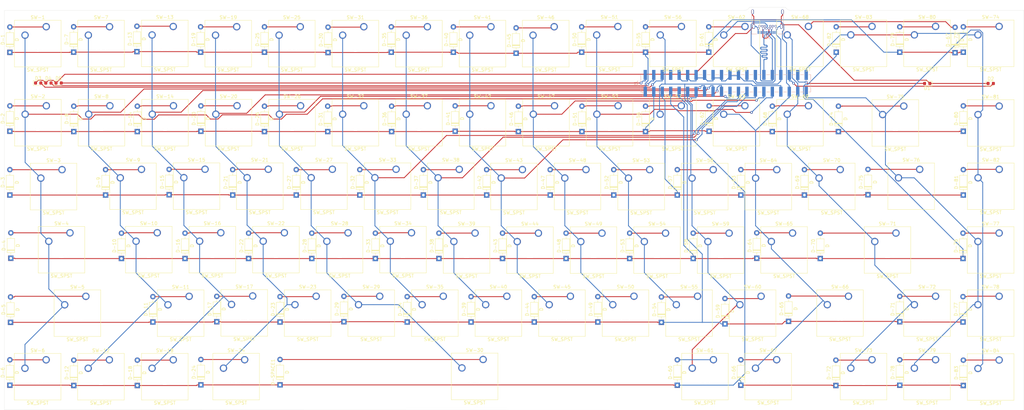
<source format=kicad_pcb>
(kicad_pcb (version 20171130) (host pcbnew "(5.1.2-1)-1")
  (layers (0 F.Cu signal) (31 B.Cu signal) (34 B.Paste user) (35 F.Paste user) (36 B.SilkS user) (37 F.SilkS user) (38 B.Mask user) (39 F.Mask user) (44 Edge.Cuts user))
  (net 0 "")
  (net 1 ROW1)
  (net 2 COL2)
  (net 3 COL3)
  (net 4 COL4)
  (net 5 COL5)
  (net 6 COL6)
  (net 7 COL7)
  (net 8 COL8)
  (net 9 ROW2)
  (net 10 ROW3)
  (net 11 ROW4)
  (net 12 ROW5)
  (net 13 ROW6)
  (net 14 COL15)
  (net 15 COL14)
  (net 16 COL13)
  (net 17 COL12)
  (net 18 COL11)
  (net 19 COL10)
  (net 20 COL9)
  (net 21 COL1)
  (net 22 SCLK)
  (net 23 CAPS)
  (net 24 GND)
  (net 25 VBUS)
  (net 26 /USBD_P)
  (net 27 /USBD_N)
  (net 28 "Net-(D-SPACE1-Pad2)")
  (net 29 "Net-(D-1-Pad2)")
  (net 30 "Net-(D-2-Pad2)")
  (net 31 "Net-(D-3-Pad2)")
  (net 32 "Net-(D-4-Pad2)")
  (net 33 "Net-(D-5-Pad2)")
  (net 34 "Net-(D-6-Pad2)")
  (net 35 "Net-(D-7-Pad2)")
  (net 36 "Net-(D-8-Pad2)")
  (net 37 "Net-(D-9-Pad2)")
  (net 38 "Net-(D-10-Pad2)")
  (net 39 "Net-(D-11-Pad2)")
  (net 40 "Net-(D-12-Pad2)")
  (net 41 "Net-(D-13-Pad2)")
  (net 42 "Net-(D-14-Pad2)")
  (net 43 "Net-(D-15-Pad2)")
  (net 44 "Net-(D-16-Pad2)")
  (net 45 "Net-(D-17-Pad2)")
  (net 46 "Net-(D-18-Pad2)")
  (net 47 "Net-(D-19-Pad2)")
  (net 48 "Net-(D-20-Pad2)")
  (net 49 "Net-(D-21-Pad2)")
  (net 50 "Net-(D-22-Pad2)")
  (net 51 "Net-(D-23-Pad2)")
  (net 52 "Net-(D-24-Pad2)")
  (net 53 "Net-(D-25-Pad2)")
  (net 54 "Net-(D-26-Pad2)")
  (net 55 "Net-(D-27-Pad2)")
  (net 56 "Net-(D-28-Pad2)")
  (net 57 "Net-(D-29-Pad2)")
  (net 58 "Net-(D-30-Pad2)")
  (net 59 "Net-(D-31-Pad2)")
  (net 60 "Net-(D-32-Pad2)")
  (net 61 "Net-(D-33-Pad2)")
  (net 62 "Net-(D-34-Pad2)")
  (net 63 "Net-(D-35-Pad2)")
  (net 64 "Net-(D-36-Pad2)")
  (net 65 "Net-(D-37-Pad2)")
  (net 66 "Net-(D-38-Pad2)")
  (net 67 "Net-(D-39-Pad2)")
  (net 68 "Net-(D-40-Pad2)")
  (net 69 "Net-(D-41-Pad2)")
  (net 70 "Net-(D-42-Pad2)")
  (net 71 "Net-(D-43-Pad2)")
  (net 72 "Net-(D-44-Pad2)")
  (net 73 "Net-(D-45-Pad2)")
  (net 74 "Net-(D-46-Pad2)")
  (net 75 "Net-(D-47-Pad2)")
  (net 76 "Net-(D-48-Pad2)")
  (net 77 "Net-(D-49-Pad2)")
  (net 78 "Net-(D-50-Pad2)")
  (net 79 "Net-(D-51-Pad2)")
  (net 80 "Net-(D-52-Pad2)")
  (net 81 "Net-(D-53-Pad2)")
  (net 82 "Net-(D-54-Pad2)")
  (net 83 "Net-(D-55-Pad2)")
  (net 84 "Net-(D-56-Pad2)")
  (net 85 "Net-(D-57-Pad2)")
  (net 86 "Net-(D-58-Pad2)")
  (net 87 "Net-(D-59-Pad2)")
  (net 88 "Net-(D-60-Pad2)")
  (net 89 "Net-(D-61-Pad2)")
  (net 90 "Net-(D-62-Pad2)")
  (net 91 "Net-(D-63-Pad2)")
  (net 92 "Net-(D-64-Pad2)")
  (net 93 "Net-(D-65-Pad2)")
  (net 94 "Net-(D-66-Pad2)")
  (net 95 "Net-(D-67-Pad2)")
  (net 96 "Net-(D-68-Pad2)")
  (net 97 "Net-(D-69-Pad2)")
  (net 98 "Net-(D-70-Pad2)")
  (net 99 "Net-(D-71-Pad2)")
  (net 100 "Net-(D-72-Pad2)")
  (net 101 "Net-(D-73-Pad2)")
  (net 102 "Net-(D-74-Pad2)")
  (net 103 "Net-(D-75-Pad2)")
  (net 104 "Net-(D-76-Pad2)")
  (net 105 "Net-(D-77-Pad2)")
  (net 106 "Net-(D-78-Pad2)")
  (net 107 "Net-(D-79-Pad2)")
  (net 108 "Net-(D-80-Pad2)")
  (net 109 "Net-(D-81-Pad2)")
  (net 110 "Net-(D-82-Pad2)")
  (net 111 "Net-(D-83-Pad2)")
  (net 112 /L1)
  (net 113 /L2)
  (net 114 /L3)
  (module Connector_PinSocket_2.54mm:PinSocket_2x20_P2.54mm_Vertical_SMD (layer B.Cu) (at 276.7 89.38 270)
    (fp_text reference J1 (at 0 26.9 90) (layer B.SilkS) (effects (justify mirror)))
    (fp_text value Conn_02x20_Odd_Even)
    (pad 40 smd rect (at -2.52 -24.13 270) (size 3 1) (layers B.Cu B.Paste B.Mask) (net 14 COL15))
    (pad 39 smd rect (at 2.52 -24.13 270) (size 3 1) (layers B.Cu B.Paste B.Mask) (net 15 COL14))
    (pad 38 smd rect (at -2.52 -21.59 270) (size 3 1) (layers B.Cu B.Paste B.Mask) (net 23 CAPS))
    (pad 37 smd rect (at 2.52 -21.59 270) (size 3 1) (layers B.Cu B.Paste B.Mask) (net 16 COL13))
    (pad 36 smd rect (at -2.52 -19.05 270) (size 3 1) (layers B.Cu B.Paste B.Mask) (net 22 SCLK))
    (pad 35 smd rect (at 2.52 -19.05 270) (size 3 1) (layers B.Cu B.Paste B.Mask) (net 17 COL12))
    (pad 34 smd rect (at -2.52 -16.51 270) (size 3 1) (layers B.Cu B.Paste B.Mask) (net 24 GND))
    (pad 33 smd rect (at 2.52 -16.51 270) (size 3 1) (layers B.Cu B.Paste B.Mask) (net 18 COL11))
    (pad 32 smd rect (at -2.52 -13.97 270) (size 3 1) (layers B.Cu B.Paste B.Mask) (net 27 /USBD_N))
    (pad 31 smd rect (at 2.52 -13.97 270) (size 3 1) (layers B.Cu B.Paste B.Mask) (net 19 COL10))
    (pad 30 smd rect (at -2.52 -11.43 270) (size 3 1) (layers B.Cu B.Paste B.Mask) (net 26 /USBD_P))
    (pad 29 smd rect (at 2.52 -11.43 270) (size 3 1) (layers B.Cu B.Paste B.Mask) (net 20 COL9))
    (pad 28 smd rect (at -2.52 -8.89 270) (size 3 1) (layers B.Cu B.Paste B.Mask) (net 25 VBUS))
    (pad 27 smd rect (at 2.52 -8.89 270) (size 3 1) (layers B.Cu B.Paste B.Mask) (net 8 COL8))
    (pad 26 smd rect (at -2.52 -6.35 270) (size 3 1) (layers B.Cu B.Paste B.Mask) (net 24 GND))
    (pad 25 smd rect (at 2.52 -6.35 270) (size 3 1) (layers B.Cu B.Paste B.Mask) (net 7 COL7))
    (pad 24 smd rect (at -2.52 -3.81 270) (size 3 1) (layers B.Cu B.Paste B.Mask) (net 24 GND))
    (pad 23 smd rect (at 2.52 -3.81 270) (size 3 1) (layers B.Cu B.Paste B.Mask) (net 6 COL6))
    (pad 22 smd rect (at -2.52 -1.27 270) (size 3 1) (layers B.Cu B.Paste B.Mask) (net 24 GND))
    (pad 21 smd rect (at 2.52 -1.27 270) (size 3 1) (layers B.Cu B.Paste B.Mask) (net 5 COL5))
    (pad 20 smd rect (at -2.52 1.27 270) (size 3 1) (layers B.Cu B.Paste B.Mask) (net 24 GND))
    (pad 19 smd rect (at 2.52 1.27 270) (size 3 1) (layers B.Cu B.Paste B.Mask) (net 4 COL4))
    (pad 18 smd rect (at -2.52 3.81 270) (size 3 1) (layers B.Cu B.Paste B.Mask) (net 24 GND))
    (pad 17 smd rect (at 2.52 3.81 270) (size 3 1) (layers B.Cu B.Paste B.Mask) (net 3 COL3))
    (pad 16 smd rect (at -2.52 6.35 270) (size 3 1) (layers B.Cu B.Paste B.Mask) (net 24 GND))
    (pad 15 smd rect (at 2.52 6.35 270) (size 3 1) (layers B.Cu B.Paste B.Mask) (net 2 COL2))
    (pad 14 smd rect (at -2.52 8.89 270) (size 3 1) (layers B.Cu B.Paste B.Mask) (net 24 GND))
    (pad 13 smd rect (at 2.52 8.89 270) (size 3 1) (layers B.Cu B.Paste B.Mask) (net 21 COL1))
    (pad 12 smd rect (at -2.52 11.43 270) (size 3 1) (layers B.Cu B.Paste B.Mask) (net 24 GND))
    (pad 11 smd rect (at 2.52 11.43 270) (size 3 1) (layers B.Cu B.Paste B.Mask) (net 13 ROW6))
    (pad 10 smd rect (at -2.52 13.97 270) (size 3 1) (layers B.Cu B.Paste B.Mask) (net 24 GND))
    (pad 9 smd rect (at 2.52 13.97 270) (size 3 1) (layers B.Cu B.Paste B.Mask) (net 12 ROW5))
    (pad 8 smd rect (at -2.52 16.51 270) (size 3 1) (layers B.Cu B.Paste B.Mask))
    (pad 7 smd rect (at 2.52 16.51 270) (size 3 1) (layers B.Cu B.Paste B.Mask) (net 11 ROW4))
    (pad 6 smd rect (at -2.52 19.05 270) (size 3 1) (layers B.Cu B.Paste B.Mask) (net 112 /L1))
    (pad 5 smd rect (at 2.52 19.05 270) (size 3 1) (layers B.Cu B.Paste B.Mask) (net 10 ROW3))
    (pad 4 smd rect (at -2.52 21.59 270) (size 3 1) (layers B.Cu B.Paste B.Mask) (net 113 /L2))
    (pad 3 smd rect (at 2.52 21.59 270) (size 3 1) (layers B.Cu B.Paste B.Mask) (net 9 ROW2))
    (pad 2 smd rect (at -2.52 24.13 270) (size 3 1) (layers B.Cu B.Paste B.Mask) (net 114 /L3))
    (pad 1 smd rect (at 2.52 24.13 270) (size 3 1) (layers B.Cu B.Paste B.Mask) (net 1 ROW1))
  )
  (module LED_SMD:LED_0603_1608Metric (layer F.Cu) (at 76.66 89.3)
    (fp_text reference D5 (at 0 -1.43) (layer F.SilkS))
    (fp_text value D)
    (pad 2 smd roundrect (at 0.7875 0) (size 0.875 0.95) (layers F.Cu F.Paste F.Mask) (net 114 /L3))
    (pad 1 smd roundrect (at -0.7875 0) (size 0.875 0.95) (layers F.Cu F.Paste F.Mask) (net 24 GND))
  )
  (module LED_SMD:LED_0603_1608Metric (layer F.Cu) (at 73.59 89.3)
    (fp_text reference D4 (at 0 -1.43) (layer F.SilkS))
    (fp_text value D)
    (pad 2 smd roundrect (at 0.7875 0) (size 0.875 0.95) (layers F.Cu F.Paste F.Mask) (net 113 /L2))
    (pad 1 smd roundrect (at -0.7875 0) (size 0.875 0.95) (layers F.Cu F.Paste F.Mask) (net 24 GND))
  )
  (module LED_SMD:LED_0603_1608Metric (layer F.Cu) (at 70.52 89.3)
    (fp_text reference D3 (at 0 -1.43) (layer F.SilkS))
    (fp_text value D)
    (pad 2 smd roundrect (at 0.7875 0) (size 0.875 0.95) (layers F.Cu F.Paste F.Mask) (net 112 /L1))
    (pad 1 smd roundrect (at -0.7875 0) (size 0.875 0.95) (layers F.Cu F.Paste F.Mask) (net 24 GND))
  )
  (module LED_SMD:LED_0603_1608Metric (layer F.Cu) (at 356.16 89.4362)
    (fp_text reference D2 (at 0 -1.43) (layer F.SilkS))
    (fp_text value D)
    (pad 2 smd roundrect (at 0.7875 0) (size 0.875 0.95) (layers F.Cu F.Paste F.Mask) (net 22 SCLK))
    (pad 1 smd roundrect (at -0.7875 0) (size 0.875 0.95) (layers F.Cu F.Paste F.Mask) (net 24 GND))
  )
  (module LED_SMD:LED_0603_1608Metric (layer F.Cu) (at 337.11 89.4362 180)
    (fp_text reference D1 (at 0 -1.43) (layer F.SilkS))
    (fp_text value D)
    (pad 2 smd roundrect (at 0.7875 0 180) (size 0.875 0.95) (layers F.Cu F.Paste F.Mask) (net 23 CAPS))
    (pad 1 smd roundrect (at -0.7875 0 180) (size 0.875 0.95) (layers F.Cu F.Paste F.Mask) (net 24 GND))
  )
  (module keyboard:USB_C_Receptacle (layer B.Cu) (at 285.63 73.57)
    (fp_text reference J2 (at 3.6 2) (layer B.SilkS) (effects (justify mirror)))
    (fp_text value USB_C_Receptacle)
    (pad "" np_thru_hole circle (at 7.35 0) (size 0.65 0.65) (drill 0.65) (layers *.Cu *.Mask))
    (pad S1 thru_hole oval (at -0.53 -1.25) (size 0.8 1.4) (drill oval 0.5 1.1) (layers *.Cu *.Mask) (net 24 GND))
    (pad A1 smd rect (at 0.8 0.56) (size 0.3 0.9) (layers B.Cu B.Paste B.Mask) (net 24 GND))
    (pad A2 smd rect (at 1.3 0.56) (size 0.3 0.9) (layers B.Cu B.Paste B.Mask))
    (pad A3 smd rect (at 1.8 0.56) (size 0.3 0.9) (layers B.Cu B.Paste B.Mask))
    (pad A4 smd rect (at 2.3 0.56) (size 0.3 0.9) (layers B.Cu B.Paste B.Mask) (net 25 VBUS))
    (pad A5 smd rect (at 2.8 0.56) (size 0.3 0.9) (layers B.Cu B.Paste B.Mask))
    (pad A6 smd rect (at 3.3 0.56) (size 0.3 0.9) (layers B.Cu B.Paste B.Mask) (net 26 /USBD_P))
    (pad A7 smd rect (at 3.8 0.56) (size 0.3 0.9) (layers B.Cu B.Paste B.Mask) (net 27 /USBD_N))
    (pad A12 smd rect (at 6.3 0.56) (size 0.3 0.9) (layers B.Cu B.Paste B.Mask) (net 24 GND))
    (pad A10 smd rect (at 5.3 0.56) (size 0.3 0.9) (layers B.Cu B.Paste B.Mask))
    (pad A9 smd rect (at 4.8 0.56) (size 0.3 0.9) (layers B.Cu B.Paste B.Mask) (net 25 VBUS))
    (pad A8 smd rect (at 4.3 0.56) (size 0.3 0.9) (layers B.Cu B.Paste B.Mask))
    (pad A11 smd rect (at 5.8 0.56) (size 0.3 0.9) (layers B.Cu B.Paste B.Mask))
    (pad S1 thru_hole oval (at 7.73 -1.25) (size 0.8 1.4) (drill oval 0.5 1.1) (layers *.Cu *.Mask) (net 24 GND))
    (pad S1 thru_hole oval (at 8.09 -5.64) (size 0.8 1.4) (drill oval 0.5 1.1) (layers *.Cu *.Mask) (net 24 GND))
    (pad S1 thru_hole oval (at -0.89 -5.64) (size 0.8 1.4) (drill oval 0.5 1.1) (layers *.Cu *.Mask) (net 24 GND))
    (pad "" np_thru_hole circle (at 0 0) (size 0.65 0.65) (drill 0.65) (layers *.Cu *.Mask))
    (pad B1 thru_hole circle (at 6.4 -0.65) (size 0.65 0.65) (drill 0.4) (layers *.Cu *.Mask) (net 24 GND))
    (pad B4 thru_hole circle (at 4.8 -0.65) (size 0.65 0.65) (drill 0.4) (layers *.Cu *.Mask) (net 25 VBUS))
    (pad B6 thru_hole circle (at 4 -0.65) (size 0.65 0.65) (drill 0.4) (layers *.Cu *.Mask) (net 26 /USBD_P))
    (pad B7 thru_hole circle (at 3.2 -0.65) (size 0.65 0.65) (drill 0.4) (layers *.Cu *.Mask) (net 27 /USBD_N))
    (pad B9 thru_hole circle (at 2.4 -0.65) (size 0.65 0.65) (drill 0.4) (layers *.Cu *.Mask) (net 25 VBUS))
    (pad B12 thru_hole circle (at 0.8 -0.65) (size 0.65 0.65) (drill 0.4) (layers *.Cu *.Mask) (net 24 GND))
    (pad B2 thru_hole circle (at 6 -1.35) (size 0.65 0.65) (drill 0.4) (layers *.Cu *.Mask))
    (pad B3 thru_hole circle (at 5.2 -1.35) (size 0.65 0.65) (drill 0.4) (layers *.Cu *.Mask))
    (pad B5 thru_hole circle (at 4.4 -1.35) (size 0.65 0.65) (drill 0.4) (layers *.Cu *.Mask))
    (pad B8 thru_hole circle (at 2.8 -1.35) (size 0.65 0.65) (drill 0.4) (layers *.Cu *.Mask))
    (pad B10 thru_hole circle (at 2 -1.35) (size 0.65 0.65) (drill 0.4) (layers *.Cu *.Mask))
    (pad B11 thru_hole circle (at 1.2 -1.35) (size 0.65 0.65) (drill 0.4) (layers *.Cu *.Mask))
  )
  (module keyboard:SW_Cherry_MX_1.00u_Plate (layer F.Cu) (at 72.93 72.39)
    (fp_text reference SW-1 (at -2.54 -2.794) (layer F.SilkS))
    (fp_text value SW_SPST (at -2.54 12.954) (layer F.SilkS))
    (pad "" np_thru_hole circle (at -2.54 5.08) (size 4 4) (drill 4) (layers *.Cu *.Mask))
    (pad 2 thru_hole circle (at -6.35 2.54) (size 2.2 2.2) (drill 1.5) (layers *.Cu *.Mask) (net 21 COL1))
    (pad 1 thru_hole circle (at 0 0) (size 2.2 2.2) (drill 1.5) (layers *.Cu *.Mask) (net 29 "Net-(D-1-Pad2)"))
  )
  (module keyboard:SW_Cherry_MX_6.25u_Plate (layer F.Cu) (at 203.942 172.302)
    (fp_text reference SW-30 (at -2.54 -2.794) (layer F.SilkS))
    (fp_text value SW_SPST (at -2.54 12.954) (layer F.SilkS))
    (pad "" np_thru_hole circle (at -2.54 5.08) (size 4 4) (drill 4) (layers *.Cu *.Mask))
    (pad 2 thru_hole circle (at -6.35 2.54) (size 2.2 2.2) (drill 1.5) (layers *.Cu *.Mask) (net 5 COL5))
    (pad 1 thru_hole circle (at 0 0) (size 2.2 2.2) (drill 1.5) (layers *.Cu *.Mask) (net 28 "Net-(D-SPACE1-Pad2)"))
  )
  (module keyboard:D_DO-35_SOD27_P7.62mm_Horizontal (layer F.Cu) (at 347.94 180.117 90)
    (fp_text reference D-83 (at 3.81 -2.12 90) (layer F.SilkS))
    (fp_text value D (at 3.81 2.12 90) (layer F.SilkS))
    (pad 2 thru_hole oval (at 7.62 0 90) (size 1.6 1.6) (drill 0.8) (layers *.Cu *.Mask) (net 111 "Net-(D-83-Pad2)"))
    (pad 1 thru_hole rect (at 0 0 90) (size 1.6 1.6) (drill 0.8) (layers *.Cu *.Mask) (net 13 ROW6))
  )
  (module keyboard:D_DO-35_SOD27_P7.62mm_Horizontal (layer F.Cu) (at 309.82 80.052 90)
    (fp_text reference D-82 (at 3.81 -2.12 90) (layer F.SilkS))
    (fp_text value D (at 3.81 2.12 90) (layer F.SilkS))
    (pad 2 thru_hole oval (at 7.62 0 90) (size 1.6 1.6) (drill 0.8) (layers *.Cu *.Mask) (net 110 "Net-(D-82-Pad2)"))
    (pad 1 thru_hole rect (at 0 0 90) (size 1.6 1.6) (drill 0.8) (layers *.Cu *.Mask) (net 11 ROW4))
  )
  (module keyboard:D_DO-35_SOD27_P7.62mm_Horizontal (layer F.Cu) (at 347.94 122.937 90)
    (fp_text reference D-81 (at 3.81 -2.12 90) (layer F.SilkS))
    (fp_text value D (at 3.81 2.12 90) (layer F.SilkS))
    (pad 2 thru_hole oval (at 7.62 0 90) (size 1.6 1.6) (drill 0.8) (layers *.Cu *.Mask) (net 109 "Net-(D-81-Pad2)"))
    (pad 1 thru_hole rect (at 0 0 90) (size 1.6 1.6) (drill 0.8) (layers *.Cu *.Mask) (net 10 ROW3))
  )
  (module keyboard:D_DO-35_SOD27_P7.62mm_Horizontal (layer F.Cu) (at 347.94 103.782 90)
    (fp_text reference D-80 (at 3.81 -2.12 90) (layer F.SilkS))
    (fp_text value D (at 3.81 2.12 90) (layer F.SilkS))
    (pad 2 thru_hole oval (at 7.62 0 90) (size 1.6 1.6) (drill 0.8) (layers *.Cu *.Mask) (net 108 "Net-(D-80-Pad2)"))
    (pad 1 thru_hole rect (at 0 0 90) (size 1.6 1.6) (drill 0.8) (layers *.Cu *.Mask) (net 9 ROW2))
  )
  (module keyboard:D_DO-35_SOD27_P7.62mm_Horizontal (layer F.Cu) (at 328.88 80.052 90)
    (fp_text reference D-79 (at 3.81 -2.12 90) (layer F.SilkS))
    (fp_text value D (at 3.81 2.12 90) (layer F.SilkS))
    (pad 2 thru_hole oval (at 7.62 0 90) (size 1.6 1.6) (drill 0.8) (layers *.Cu *.Mask) (net 107 "Net-(D-79-Pad2)"))
    (pad 1 thru_hole rect (at 0 0 90) (size 1.6 1.6) (drill 0.8) (layers *.Cu *.Mask) (net 1 ROW1))
  )
  (module keyboard:D_DO-35_SOD27_P7.62mm_Horizontal (layer F.Cu) (at 328.88 180.022 90)
    (fp_text reference D-78 (at 3.81 -2.12 90) (layer F.SilkS))
    (fp_text value D (at 3.81 2.12 90) (layer F.SilkS))
    (pad 2 thru_hole oval (at 7.62 0 90) (size 1.6 1.6) (drill 0.8) (layers *.Cu *.Mask) (net 106 "Net-(D-78-Pad2)"))
    (pad 1 thru_hole rect (at 0 0 90) (size 1.6 1.6) (drill 0.8) (layers *.Cu *.Mask) (net 13 ROW6))
  )
  (module keyboard:D_DO-35_SOD27_P7.62mm_Horizontal (layer F.Cu) (at 347.845 161.057 90)
    (fp_text reference D-77 (at 3.81 -2.12 90) (layer F.SilkS))
    (fp_text value D (at 3.81 2.12 90) (layer F.SilkS))
    (pad 2 thru_hole oval (at 7.62 0 90) (size 1.6 1.6) (drill 0.8) (layers *.Cu *.Mask) (net 105 "Net-(D-77-Pad2)"))
    (pad 1 thru_hole rect (at 0 0 90) (size 1.6 1.6) (drill 0.8) (layers *.Cu *.Mask) (net 12 ROW5))
  )
  (module keyboard:D_DO-35_SOD27_P7.62mm_Horizontal (layer F.Cu) (at 347.845 141.997 90)
    (fp_text reference D-76 (at 3.81 -2.12 90) (layer F.SilkS))
    (fp_text value D (at 3.81 2.12 90) (layer F.SilkS))
    (pad 2 thru_hole oval (at 7.62 0 90) (size 1.6 1.6) (drill 0.8) (layers *.Cu *.Mask) (net 104 "Net-(D-76-Pad2)"))
    (pad 1 thru_hole rect (at 0 0 90) (size 1.6 1.6) (drill 0.8) (layers *.Cu *.Mask) (net 11 ROW4))
  )
  (module keyboard:D_DO-35_SOD27_P7.62mm_Horizontal (layer F.Cu) (at 319.35 122.842 90)
    (fp_text reference D-75 (at 3.81 -2.12 90) (layer F.SilkS))
    (fp_text value D (at 3.81 2.12 90) (layer F.SilkS))
    (pad 2 thru_hole oval (at 7.62 0 90) (size 1.6 1.6) (drill 0.8) (layers *.Cu *.Mask) (net 103 "Net-(D-75-Pad2)"))
    (pad 1 thru_hole rect (at 0 0 90) (size 1.6 1.6) (drill 0.8) (layers *.Cu *.Mask) (net 10 ROW3))
  )
  (module keyboard:D_DO-35_SOD27_P7.62mm_Horizontal (layer F.Cu) (at 310.487 103.873 90)
    (fp_text reference D-74 (at 3.81 -2.12 90) (layer F.SilkS))
    (fp_text value D (at 3.81 2.12 90) (layer F.SilkS))
    (pad 2 thru_hole oval (at 7.62 0 90) (size 1.6 1.6) (drill 0.8) (layers *.Cu *.Mask) (net 102 "Net-(D-74-Pad2)"))
    (pad 1 thru_hole rect (at 0 0 90) (size 1.6 1.6) (drill 0.8) (layers *.Cu *.Mask) (net 9 ROW2))
  )
  (module keyboard:D_DO-35_SOD27_P7.62mm_Horizontal (layer F.Cu) (at 347.94 80.052 90)
    (fp_text reference D-73 (at 3.81 -2.12 90) (layer F.SilkS))
    (fp_text value D (at 3.81 2.12 90) (layer F.SilkS))
    (pad 2 thru_hole oval (at 7.62 0 90) (size 1.6 1.6) (drill 0.8) (layers *.Cu *.Mask) (net 101 "Net-(D-73-Pad2)"))
    (pad 1 thru_hole rect (at 0 0 90) (size 1.6 1.6) (drill 0.8) (layers *.Cu *.Mask) (net 1 ROW1))
  )
  (module keyboard:D_DO-35_SOD27_P7.62mm_Horizontal (layer F.Cu) (at 309.725 180.117 90)
    (fp_text reference D-72 (at 3.81 -2.12 90) (layer F.SilkS))
    (fp_text value D (at 3.81 2.12 90) (layer F.SilkS))
    (pad 2 thru_hole oval (at 7.62 0 90) (size 1.6 1.6) (drill 0.8) (layers *.Cu *.Mask) (net 100 "Net-(D-72-Pad2)"))
    (pad 1 thru_hole rect (at 0 0 90) (size 1.6 1.6) (drill 0.8) (layers *.Cu *.Mask) (net 13 ROW6))
  )
  (module keyboard:D_DO-35_SOD27_P7.62mm_Horizontal (layer F.Cu) (at 328.88 160.962 90)
    (fp_text reference D-71 (at 3.81 -2.12 90) (layer F.SilkS))
    (fp_text value D (at 3.81 2.12 90) (layer F.SilkS))
    (pad 2 thru_hole oval (at 7.62 0 90) (size 1.6 1.6) (drill 0.8) (layers *.Cu *.Mask) (net 99 "Net-(D-71-Pad2)"))
    (pad 1 thru_hole rect (at 0 0 90) (size 1.6 1.6) (drill 0.8) (layers *.Cu *.Mask) (net 12 ROW5))
  )
  (module keyboard:D_DO-35_SOD27_P7.62mm_Horizontal (layer F.Cu) (at 305.055 141.997 90)
    (fp_text reference D-70 (at 3.81 -2.12 90) (layer F.SilkS))
    (fp_text value D (at 3.81 2.12 90) (layer F.SilkS))
    (pad 2 thru_hole oval (at 7.62 0 90) (size 1.6 1.6) (drill 0.8) (layers *.Cu *.Mask) (net 98 "Net-(D-70-Pad2)"))
    (pad 1 thru_hole rect (at 0 0 90) (size 1.6 1.6) (drill 0.8) (layers *.Cu *.Mask) (net 11 ROW4))
  )
  (module keyboard:D_DO-35_SOD27_P7.62mm_Horizontal (layer F.Cu) (at 300.29 122.937 90)
    (fp_text reference D-69 (at 3.81 -2.12 90) (layer F.SilkS))
    (fp_text value D (at 3.81 2.12 90) (layer F.SilkS))
    (pad 2 thru_hole oval (at 7.62 0 90) (size 1.6 1.6) (drill 0.8) (layers *.Cu *.Mask) (net 97 "Net-(D-69-Pad2)"))
    (pad 1 thru_hole rect (at 0 0 90) (size 1.6 1.6) (drill 0.8) (layers *.Cu *.Mask) (net 10 ROW3))
  )
  (module keyboard:D_DO-35_SOD27_P7.62mm_Horizontal (layer F.Cu) (at 290.665 103.873 90)
    (fp_text reference D-68 (at 3.81 -2.12 90) (layer F.SilkS))
    (fp_text value D (at 3.81 2.12 90) (layer F.SilkS))
    (pad 2 thru_hole oval (at 7.62 0 90) (size 1.6 1.6) (drill 0.8) (layers *.Cu *.Mask) (net 96 "Net-(D-68-Pad2)"))
    (pad 1 thru_hole rect (at 0 0 90) (size 1.6 1.6) (drill 0.8) (layers *.Cu *.Mask) (net 9 ROW2))
  )
  (module keyboard:D_DO-35_SOD27_P7.62mm_Horizontal (layer F.Cu) (at 345.46 80.19 90)
    (fp_text reference D-67 (at 3.81 -2.12 90) (layer F.SilkS))
    (fp_text value D (at 3.81 2.12 90) (layer F.SilkS))
    (pad 2 thru_hole oval (at 7.62 0 90) (size 1.6 1.6) (drill 0.8) (layers *.Cu *.Mask) (net 95 "Net-(D-67-Pad2)"))
    (pad 1 thru_hole rect (at 0 0 90) (size 1.6 1.6) (drill 0.8) (layers *.Cu *.Mask) (net 1 ROW1))
  )
  (module keyboard:D_DO-35_SOD27_P7.62mm_Horizontal (layer F.Cu) (at 281.23 180.022 90)
    (fp_text reference D-66 (at 3.81 -2.12 90) (layer F.SilkS))
    (fp_text value D (at 3.81 2.12 90) (layer F.SilkS))
    (pad 2 thru_hole oval (at 7.62 0 90) (size 1.6 1.6) (drill 0.8) (layers *.Cu *.Mask) (net 94 "Net-(D-66-Pad2)"))
    (pad 1 thru_hole rect (at 0 0 90) (size 1.6 1.6) (drill 0.8) (layers *.Cu *.Mask) (net 13 ROW6))
  )
  (module keyboard:D_DO-35_SOD27_P7.62mm_Horizontal (layer F.Cu) (at 295.525 160.866 90)
    (fp_text reference D-65 (at 3.81 -2.12 90) (layer F.SilkS))
    (fp_text value D (at 3.81 2.12 90) (layer F.SilkS))
    (pad 2 thru_hole oval (at 7.62 0 90) (size 1.6 1.6) (drill 0.8) (layers *.Cu *.Mask) (net 93 "Net-(D-65-Pad2)"))
    (pad 1 thru_hole rect (at 0 0 90) (size 1.6 1.6) (drill 0.8) (layers *.Cu *.Mask) (net 12 ROW5))
  )
  (module keyboard:D_DO-35_SOD27_P7.62mm_Horizontal (layer F.Cu) (at 285.995 141.902 90)
    (fp_text reference D-64 (at 3.81 -2.12 90) (layer F.SilkS))
    (fp_text value D (at 3.81 2.12 90) (layer F.SilkS))
    (pad 2 thru_hole oval (at 7.62 0 90) (size 1.6 1.6) (drill 0.8) (layers *.Cu *.Mask) (net 92 "Net-(D-64-Pad2)"))
    (pad 1 thru_hole rect (at 0 0 90) (size 1.6 1.6) (drill 0.8) (layers *.Cu *.Mask) (net 11 ROW4))
  )
  (module keyboard:D_DO-35_SOD27_P7.62mm_Horizontal (layer F.Cu) (at 281.23 122.937 90)
    (fp_text reference D-63 (at 3.81 -2.12 90) (layer F.SilkS))
    (fp_text value D (at 3.81 2.12 90) (layer F.SilkS))
    (pad 2 thru_hole oval (at 7.62 0 90) (size 1.6 1.6) (drill 0.8) (layers *.Cu *.Mask) (net 91 "Net-(D-63-Pad2)"))
    (pad 1 thru_hole rect (at 0 0 90) (size 1.6 1.6) (drill 0.8) (layers *.Cu *.Mask) (net 10 ROW3))
  )
  (module keyboard:D_DO-35_SOD27_P7.62mm_Horizontal (layer F.Cu) (at 271.7 103.782 90)
    (fp_text reference D-62 (at 3.81 -2.12 90) (layer F.SilkS))
    (fp_text value D (at 3.81 2.12 90) (layer F.SilkS))
    (pad 2 thru_hole oval (at 7.62 0 90) (size 1.6 1.6) (drill 0.8) (layers *.Cu *.Mask) (net 90 "Net-(D-62-Pad2)"))
    (pad 1 thru_hole rect (at 0 0 90) (size 1.6 1.6) (drill 0.8) (layers *.Cu *.Mask) (net 9 ROW2))
  )
  (module keyboard:D_DO-35_SOD27_P7.62mm_Horizontal (layer F.Cu) (at 271.605 80.052 90)
    (fp_text reference D-61 (at 3.81 -2.12 90) (layer F.SilkS))
    (fp_text value D (at 3.81 2.12 90) (layer F.SilkS))
    (pad 2 thru_hole oval (at 7.62 0 90) (size 1.6 1.6) (drill 0.8) (layers *.Cu *.Mask) (net 89 "Net-(D-61-Pad2)"))
    (pad 1 thru_hole rect (at 0 0 90) (size 1.6 1.6) (drill 0.8) (layers *.Cu *.Mask) (net 1 ROW1))
  )
  (module keyboard:D_DO-35_SOD27_P7.62mm_Horizontal (layer F.Cu) (at 262.17 180.022 90)
    (fp_text reference D-60 (at 3.81 -2.12 90) (layer F.SilkS))
    (fp_text value D (at 3.81 2.12 90) (layer F.SilkS))
    (pad 2 thru_hole oval (at 7.62 0 90) (size 1.6 1.6) (drill 0.8) (layers *.Cu *.Mask) (net 88 "Net-(D-60-Pad2)"))
    (pad 1 thru_hole rect (at 0 0 90) (size 1.6 1.6) (drill 0.8) (layers *.Cu *.Mask) (net 13 ROW6))
  )
  (module keyboard:D_DO-35_SOD27_P7.62mm_Horizontal (layer F.Cu) (at 276.465 161.629 90)
    (fp_text reference D-59 (at 3.81 -2.12 90) (layer F.SilkS))
    (fp_text value D (at 3.81 2.12 90) (layer F.SilkS))
    (pad 2 thru_hole oval (at 7.62 0 90) (size 1.6 1.6) (drill 0.8) (layers *.Cu *.Mask) (net 87 "Net-(D-59-Pad2)"))
    (pad 1 thru_hole rect (at 0 0 90) (size 1.6 1.6) (drill 0.8) (layers *.Cu *.Mask) (net 12 ROW5))
  )
  (module keyboard:D_DO-35_SOD27_P7.62mm_Horizontal (layer F.Cu) (at 266.935 141.997 90)
    (fp_text reference D-58 (at 3.81 -2.12 90) (layer F.SilkS))
    (fp_text value D (at 3.81 2.12 90) (layer F.SilkS))
    (pad 2 thru_hole oval (at 7.62 0 90) (size 1.6 1.6) (drill 0.8) (layers *.Cu *.Mask) (net 86 "Net-(D-58-Pad2)"))
    (pad 1 thru_hole rect (at 0 0 90) (size 1.6 1.6) (drill 0.8) (layers *.Cu *.Mask) (net 11 ROW4))
  )
  (module keyboard:D_DO-35_SOD27_P7.62mm_Horizontal (layer F.Cu) (at 262.17 122.937 90)
    (fp_text reference D-57 (at 3.81 -2.12 90) (layer F.SilkS))
    (fp_text value D (at 3.81 2.12 90) (layer F.SilkS))
    (pad 2 thru_hole oval (at 7.62 0 90) (size 1.6 1.6) (drill 0.8) (layers *.Cu *.Mask) (net 85 "Net-(D-57-Pad2)"))
    (pad 1 thru_hole rect (at 0 0 90) (size 1.6 1.6) (drill 0.8) (layers *.Cu *.Mask) (net 10 ROW3))
  )
  (module keyboard:D_DO-35_SOD27_P7.62mm_Horizontal (layer F.Cu) (at 252.64 103.877 90)
    (fp_text reference D-56 (at 3.81 -2.12 90) (layer F.SilkS))
    (fp_text value D (at 3.81 2.12 90) (layer F.SilkS))
    (pad 2 thru_hole oval (at 7.62 0 90) (size 1.6 1.6) (drill 0.8) (layers *.Cu *.Mask) (net 84 "Net-(D-56-Pad2)"))
    (pad 1 thru_hole rect (at 0 0 90) (size 1.6 1.6) (drill 0.8) (layers *.Cu *.Mask) (net 9 ROW2))
  )
  (module keyboard:D_DO-35_SOD27_P7.62mm_Horizontal (layer F.Cu) (at 252.64 80.052 90)
    (fp_text reference D-55 (at 3.81 -2.12 90) (layer F.SilkS))
    (fp_text value D (at 3.81 2.12 90) (layer F.SilkS))
    (pad 2 thru_hole oval (at 7.62 0 90) (size 1.6 1.6) (drill 0.8) (layers *.Cu *.Mask) (net 83 "Net-(D-55-Pad2)"))
    (pad 1 thru_hole rect (at 0 0 90) (size 1.6 1.6) (drill 0.8) (layers *.Cu *.Mask) (net 1 ROW1))
  )
  (module keyboard:D_DO-35_SOD27_P7.62mm_Horizontal (layer F.Cu) (at 257.405 161.152 90)
    (fp_text reference D-54 (at 3.81 -2.12 90) (layer F.SilkS))
    (fp_text value D (at 3.81 2.12 90) (layer F.SilkS))
    (pad 2 thru_hole oval (at 7.62 0 90) (size 1.6 1.6) (drill 0.8) (layers *.Cu *.Mask) (net 82 "Net-(D-54-Pad2)"))
    (pad 1 thru_hole rect (at 0 0 90) (size 1.6 1.6) (drill 0.8) (layers *.Cu *.Mask) (net 12 ROW5))
  )
  (module keyboard:D_DO-35_SOD27_P7.62mm_Horizontal (layer F.Cu) (at 247.875 141.997 90)
    (fp_text reference D-53 (at 3.81 -2.12 90) (layer F.SilkS))
    (fp_text value D (at 3.81 2.12 90) (layer F.SilkS))
    (pad 2 thru_hole oval (at 7.62 0 90) (size 1.6 1.6) (drill 0.8) (layers *.Cu *.Mask) (net 81 "Net-(D-53-Pad2)"))
    (pad 1 thru_hole rect (at 0 0 90) (size 1.6 1.6) (drill 0.8) (layers *.Cu *.Mask) (net 11 ROW4))
  )
  (module keyboard:D_DO-35_SOD27_P7.62mm_Horizontal (layer F.Cu) (at 243.11 122.937 90)
    (fp_text reference D-52 (at 3.81 -2.12 90) (layer F.SilkS))
    (fp_text value D (at 3.81 2.12 90) (layer F.SilkS))
    (pad 2 thru_hole oval (at 7.62 0 90) (size 1.6 1.6) (drill 0.8) (layers *.Cu *.Mask) (net 80 "Net-(D-52-Pad2)"))
    (pad 1 thru_hole rect (at 0 0 90) (size 1.6 1.6) (drill 0.8) (layers *.Cu *.Mask) (net 10 ROW3))
  )
  (module keyboard:D_DO-35_SOD27_P7.62mm_Horizontal (layer F.Cu) (at 233.58 103.877 90)
    (fp_text reference D-51 (at 3.81 -2.12 90) (layer F.SilkS))
    (fp_text value D (at 3.81 2.12 90) (layer F.SilkS))
    (pad 2 thru_hole oval (at 7.62 0 90) (size 1.6 1.6) (drill 0.8) (layers *.Cu *.Mask) (net 79 "Net-(D-51-Pad2)"))
    (pad 1 thru_hole rect (at 0 0 90) (size 1.6 1.6) (drill 0.8) (layers *.Cu *.Mask) (net 9 ROW2))
  )
  (module keyboard:D_DO-35_SOD27_P7.62mm_Horizontal (layer F.Cu) (at 233.485 80.052 90)
    (fp_text reference D-50 (at 3.81 -2.12 90) (layer F.SilkS))
    (fp_text value D (at 3.81 2.12 90) (layer F.SilkS))
    (pad 2 thru_hole oval (at 7.62 0 90) (size 1.6 1.6) (drill 0.8) (layers *.Cu *.Mask) (net 78 "Net-(D-50-Pad2)"))
    (pad 1 thru_hole rect (at 0 0 90) (size 1.6 1.6) (drill 0.8) (layers *.Cu *.Mask) (net 1 ROW1))
  )
  (module keyboard:D_DO-35_SOD27_P7.62mm_Horizontal (layer F.Cu) (at 238.345 161.057 90)
    (fp_text reference D-49 (at 3.81 -2.12 90) (layer F.SilkS))
    (fp_text value D (at 3.81 2.12 90) (layer F.SilkS))
    (pad 2 thru_hole oval (at 7.62 0 90) (size 1.6 1.6) (drill 0.8) (layers *.Cu *.Mask) (net 77 "Net-(D-49-Pad2)"))
    (pad 1 thru_hole rect (at 0 0 90) (size 1.6 1.6) (drill 0.8) (layers *.Cu *.Mask) (net 12 ROW5))
  )
  (module keyboard:D_DO-35_SOD27_P7.62mm_Horizontal (layer F.Cu) (at 228.815 141.997 90)
    (fp_text reference D-48 (at 3.81 -2.12 90) (layer F.SilkS))
    (fp_text value D (at 3.81 2.12 90) (layer F.SilkS))
    (pad 2 thru_hole oval (at 7.62 0 90) (size 1.6 1.6) (drill 0.8) (layers *.Cu *.Mask) (net 76 "Net-(D-48-Pad2)"))
    (pad 1 thru_hole rect (at 0 0 90) (size 1.6 1.6) (drill 0.8) (layers *.Cu *.Mask) (net 11 ROW4))
  )
  (module keyboard:D_DO-35_SOD27_P7.62mm_Horizontal (layer F.Cu) (at 224.05 122.937 90)
    (fp_text reference D-47 (at 3.81 -2.12 90) (layer F.SilkS))
    (fp_text value D (at 3.81 2.12 90) (layer F.SilkS))
    (pad 2 thru_hole oval (at 7.62 0 90) (size 1.6 1.6) (drill 0.8) (layers *.Cu *.Mask) (net 75 "Net-(D-47-Pad2)"))
    (pad 1 thru_hole rect (at 0 0 90) (size 1.6 1.6) (drill 0.8) (layers *.Cu *.Mask) (net 10 ROW3))
  )
  (module keyboard:D_DO-35_SOD27_P7.62mm_Horizontal (layer F.Cu) (at 214.52 103.877 90)
    (fp_text reference D-46 (at 3.81 -2.12 90) (layer F.SilkS))
    (fp_text value D (at 3.81 2.12 90) (layer F.SilkS))
    (pad 2 thru_hole oval (at 7.62 0 90) (size 1.6 1.6) (drill 0.8) (layers *.Cu *.Mask) (net 74 "Net-(D-46-Pad2)"))
    (pad 1 thru_hole rect (at 0 0 90) (size 1.6 1.6) (drill 0.8) (layers *.Cu *.Mask) (net 9 ROW2))
  )
  (module keyboard:D_DO-35_SOD27_P7.62mm_Horizontal (layer F.Cu) (at 213.832 80.3655 90)
    (fp_text reference D-45 (at 3.81 -2.12 90) (layer F.SilkS))
    (fp_text value D (at 3.81 2.12 90) (layer F.SilkS))
    (pad 2 thru_hole oval (at 7.62 0 90) (size 1.6 1.6) (drill 0.8) (layers *.Cu *.Mask) (net 73 "Net-(D-45-Pad2)"))
    (pad 1 thru_hole rect (at 0 0 90) (size 1.6 1.6) (drill 0.8) (layers *.Cu *.Mask) (net 1 ROW1))
  )
  (module keyboard:D_DO-35_SOD27_P7.62mm_Horizontal (layer F.Cu) (at 219.285 161.057 90)
    (fp_text reference D-44 (at 3.81 -2.12 90) (layer F.SilkS))
    (fp_text value D (at 3.81 2.12 90) (layer F.SilkS))
    (pad 2 thru_hole oval (at 7.62 0 90) (size 1.6 1.6) (drill 0.8) (layers *.Cu *.Mask) (net 72 "Net-(D-44-Pad2)"))
    (pad 1 thru_hole rect (at 0 0 90) (size 1.6 1.6) (drill 0.8) (layers *.Cu *.Mask) (net 12 ROW5))
  )
  (module keyboard:D_DO-35_SOD27_P7.62mm_Horizontal (layer F.Cu) (at 209.755 141.997 90)
    (fp_text reference D-43 (at 3.81 -2.12 90) (layer F.SilkS))
    (fp_text value D (at 3.81 2.12 90) (layer F.SilkS))
    (pad 2 thru_hole oval (at 7.62 0 90) (size 1.6 1.6) (drill 0.8) (layers *.Cu *.Mask) (net 71 "Net-(D-43-Pad2)"))
    (pad 1 thru_hole rect (at 0 0 90) (size 1.6 1.6) (drill 0.8) (layers *.Cu *.Mask) (net 11 ROW4))
  )
  (module keyboard:D_DO-35_SOD27_P7.62mm_Horizontal (layer F.Cu) (at 204.99 122.937 90)
    (fp_text reference D-42 (at 3.81 -2.12 90) (layer F.SilkS))
    (fp_text value D (at 3.81 2.12 90) (layer F.SilkS))
    (pad 2 thru_hole oval (at 7.62 0 90) (size 1.6 1.6) (drill 0.8) (layers *.Cu *.Mask) (net 70 "Net-(D-42-Pad2)"))
    (pad 1 thru_hole rect (at 0 0 90) (size 1.6 1.6) (drill 0.8) (layers *.Cu *.Mask) (net 10 ROW3))
  )
  (module keyboard:D_DO-35_SOD27_P7.62mm_Horizontal (layer F.Cu) (at 195.556 103.782 90)
    (fp_text reference D-41 (at 3.81 -2.12 90) (layer F.SilkS))
    (fp_text value D (at 3.81 2.12 90) (layer F.SilkS))
    (pad 2 thru_hole oval (at 7.62 0 90) (size 1.6 1.6) (drill 0.8) (layers *.Cu *.Mask) (net 69 "Net-(D-41-Pad2)"))
    (pad 1 thru_hole rect (at 0 0 90) (size 1.6 1.6) (drill 0.8) (layers *.Cu *.Mask) (net 9 ROW2))
  )
  (module keyboard:D_DO-35_SOD27_P7.62mm_Horizontal (layer F.Cu) (at 195.03 80.07 90)
    (fp_text reference D-40 (at 3.81 -2.12 90) (layer F.SilkS))
    (fp_text value D (at 3.81 2.12 90) (layer F.SilkS))
    (pad 2 thru_hole oval (at 7.62 0 90) (size 1.6 1.6) (drill 0.8) (layers *.Cu *.Mask) (net 68 "Net-(D-40-Pad2)"))
    (pad 1 thru_hole rect (at 0 0 90) (size 1.6 1.6) (drill 0.8) (layers *.Cu *.Mask) (net 1 ROW1))
  )
  (module keyboard:D_DO-35_SOD27_P7.62mm_Horizontal (layer F.Cu) (at 200.321 161.057 90)
    (fp_text reference D-39 (at 3.81 -2.12 90) (layer F.SilkS))
    (fp_text value D (at 3.81 2.12 90) (layer F.SilkS))
    (pad 2 thru_hole oval (at 7.62 0 90) (size 1.6 1.6) (drill 0.8) (layers *.Cu *.Mask) (net 67 "Net-(D-39-Pad2)"))
    (pad 1 thru_hole rect (at 0 0 90) (size 1.6 1.6) (drill 0.8) (layers *.Cu *.Mask) (net 12 ROW5))
  )
  (module keyboard:D_DO-35_SOD27_P7.62mm_Horizontal (layer F.Cu) (at 190.695 141.997 90)
    (fp_text reference D-38 (at 3.81 -2.12 90) (layer F.SilkS))
    (fp_text value D (at 3.81 2.12 90) (layer F.SilkS))
    (pad 2 thru_hole oval (at 7.62 0 90) (size 1.6 1.6) (drill 0.8) (layers *.Cu *.Mask) (net 66 "Net-(D-38-Pad2)"))
    (pad 1 thru_hole rect (at 0 0 90) (size 1.6 1.6) (drill 0.8) (layers *.Cu *.Mask) (net 11 ROW4))
  )
  (module keyboard:D_DO-35_SOD27_P7.62mm_Horizontal (layer F.Cu) (at 186.026 122.937 90)
    (fp_text reference D-37 (at 3.81 -2.12 90) (layer F.SilkS))
    (fp_text value D (at 3.81 2.12 90) (layer F.SilkS))
    (pad 2 thru_hole oval (at 7.62 0 90) (size 1.6 1.6) (drill 0.8) (layers *.Cu *.Mask) (net 65 "Net-(D-37-Pad2)"))
    (pad 1 thru_hole rect (at 0 0 90) (size 1.6 1.6) (drill 0.8) (layers *.Cu *.Mask) (net 10 ROW3))
  )
  (module keyboard:D_DO-35_SOD27_P7.62mm_Horizontal (layer F.Cu) (at 176.496 103.877 90)
    (fp_text reference D-36 (at 3.81 -2.12 90) (layer F.SilkS))
    (fp_text value D (at 3.81 2.12 90) (layer F.SilkS))
    (pad 2 thru_hole oval (at 7.62 0 90) (size 1.6 1.6) (drill 0.8) (layers *.Cu *.Mask) (net 64 "Net-(D-36-Pad2)"))
    (pad 1 thru_hole rect (at 0 0 90) (size 1.6 1.6) (drill 0.8) (layers *.Cu *.Mask) (net 9 ROW2))
  )
  (module keyboard:D_DO-35_SOD27_P7.62mm_Horizontal (layer F.Cu) (at 176.4 80.052 90)
    (fp_text reference D-35 (at 3.81 -2.12 90) (layer F.SilkS))
    (fp_text value D (at 3.81 2.12 90) (layer F.SilkS))
    (pad 2 thru_hole oval (at 7.62 0 90) (size 1.6 1.6) (drill 0.8) (layers *.Cu *.Mask) (net 63 "Net-(D-35-Pad2)"))
    (pad 1 thru_hole rect (at 0 0 90) (size 1.6 1.6) (drill 0.8) (layers *.Cu *.Mask) (net 1 ROW1))
  )
  (module keyboard:D_DO-35_SOD27_P7.62mm_Horizontal (layer F.Cu) (at 181.165 161.057 90)
    (fp_text reference D-34 (at 3.81 -2.12 90) (layer F.SilkS))
    (fp_text value D (at 3.81 2.12 90) (layer F.SilkS))
    (pad 2 thru_hole oval (at 7.62 0 90) (size 1.6 1.6) (drill 0.8) (layers *.Cu *.Mask) (net 62 "Net-(D-34-Pad2)"))
    (pad 1 thru_hole rect (at 0 0 90) (size 1.6 1.6) (drill 0.8) (layers *.Cu *.Mask) (net 12 ROW5))
  )
  (module keyboard:D_DO-35_SOD27_P7.62mm_Horizontal (layer F.Cu) (at 171.635 141.997 90)
    (fp_text reference D-33 (at 3.81 -2.12 90) (layer F.SilkS))
    (fp_text value D (at 3.81 2.12 90) (layer F.SilkS))
    (pad 2 thru_hole oval (at 7.62 0 90) (size 1.6 1.6) (drill 0.8) (layers *.Cu *.Mask) (net 61 "Net-(D-33-Pad2)"))
    (pad 1 thru_hole rect (at 0 0 90) (size 1.6 1.6) (drill 0.8) (layers *.Cu *.Mask) (net 11 ROW4))
  )
  (module keyboard:D_DO-35_SOD27_P7.62mm_Horizontal (layer F.Cu) (at 166.966 122.937 90)
    (fp_text reference D-32 (at 3.81 -2.12 90) (layer F.SilkS))
    (fp_text value D (at 3.81 2.12 90) (layer F.SilkS))
    (pad 2 thru_hole oval (at 7.62 0 90) (size 1.6 1.6) (drill 0.8) (layers *.Cu *.Mask) (net 60 "Net-(D-32-Pad2)"))
    (pad 1 thru_hole rect (at 0 0 90) (size 1.6 1.6) (drill 0.8) (layers *.Cu *.Mask) (net 10 ROW3))
  )
  (module keyboard:D_DO-35_SOD27_P7.62mm_Horizontal (layer F.Cu) (at 157.34 103.877 90)
    (fp_text reference D-31 (at 3.81 -2.12 90) (layer F.SilkS))
    (fp_text value D (at 3.81 2.12 90) (layer F.SilkS))
    (pad 2 thru_hole oval (at 7.62 0 90) (size 1.6 1.6) (drill 0.8) (layers *.Cu *.Mask) (net 59 "Net-(D-31-Pad2)"))
    (pad 1 thru_hole rect (at 0 0 90) (size 1.6 1.6) (drill 0.8) (layers *.Cu *.Mask) (net 9 ROW2))
  )
  (module keyboard:D_DO-35_SOD27_P7.62mm_Horizontal (layer F.Cu) (at 157.436 80.1473 90)
    (fp_text reference D-30 (at 3.81 -2.12 90) (layer F.SilkS))
    (fp_text value D (at 3.81 2.12 90) (layer F.SilkS))
    (pad 2 thru_hole oval (at 7.62 0 90) (size 1.6 1.6) (drill 0.8) (layers *.Cu *.Mask) (net 58 "Net-(D-30-Pad2)"))
    (pad 1 thru_hole rect (at 0 0 90) (size 1.6 1.6) (drill 0.8) (layers *.Cu *.Mask) (net 1 ROW1))
  )
  (module keyboard:D_DO-35_SOD27_P7.62mm_Horizontal (layer F.Cu) (at 143.045 179.926 90)
    (fp_text reference D-SPACE1 (at 3.81 -2.12 90) (layer F.SilkS))
    (fp_text value D (at 3.81 2.12 90) (layer F.SilkS))
    (pad 2 thru_hole oval (at 7.62 0 90) (size 1.6 1.6) (drill 0.8) (layers *.Cu *.Mask) (net 28 "Net-(D-SPACE1-Pad2)"))
    (pad 1 thru_hole rect (at 0 0 90) (size 1.6 1.6) (drill 0.8) (layers *.Cu *.Mask) (net 13 ROW6))
  )
  (module keyboard:D_DO-35_SOD27_P7.62mm_Horizontal (layer F.Cu) (at 162.201 160.962 90)
    (fp_text reference D-29 (at 3.81 -2.12 90) (layer F.SilkS))
    (fp_text value D (at 3.81 2.12 90) (layer F.SilkS))
    (pad 2 thru_hole oval (at 7.62 0 90) (size 1.6 1.6) (drill 0.8) (layers *.Cu *.Mask) (net 57 "Net-(D-29-Pad2)"))
    (pad 1 thru_hole rect (at 0 0 90) (size 1.6 1.6) (drill 0.8) (layers *.Cu *.Mask) (net 12 ROW5))
  )
  (module keyboard:D_DO-35_SOD27_P7.62mm_Horizontal (layer F.Cu) (at 152.575 141.997 90)
    (fp_text reference D-28 (at 3.81 -2.12 90) (layer F.SilkS))
    (fp_text value D (at 3.81 2.12 90) (layer F.SilkS))
    (pad 2 thru_hole oval (at 7.62 0 90) (size 1.6 1.6) (drill 0.8) (layers *.Cu *.Mask) (net 56 "Net-(D-28-Pad2)"))
    (pad 1 thru_hole rect (at 0 0 90) (size 1.6 1.6) (drill 0.8) (layers *.Cu *.Mask) (net 11 ROW4))
  )
  (module keyboard:D_DO-35_SOD27_P7.62mm_Horizontal (layer F.Cu) (at 147.906 122.937 90)
    (fp_text reference D-27 (at 3.81 -2.12 90) (layer F.SilkS))
    (fp_text value D (at 3.81 2.12 90) (layer F.SilkS))
    (pad 2 thru_hole oval (at 7.62 0 90) (size 1.6 1.6) (drill 0.8) (layers *.Cu *.Mask) (net 55 "Net-(D-27-Pad2)"))
    (pad 1 thru_hole rect (at 0 0 90) (size 1.6 1.6) (drill 0.8) (layers *.Cu *.Mask) (net 10 ROW3))
  )
  (module keyboard:D_DO-35_SOD27_P7.62mm_Horizontal (layer F.Cu) (at 138.376 103.877 90)
    (fp_text reference D-26 (at 3.81 -2.12 90) (layer F.SilkS))
    (fp_text value D (at 3.81 2.12 90) (layer F.SilkS))
    (pad 2 thru_hole oval (at 7.62 0 90) (size 1.6 1.6) (drill 0.8) (layers *.Cu *.Mask) (net 54 "Net-(D-26-Pad2)"))
    (pad 1 thru_hole rect (at 0 0 90) (size 1.6 1.6) (drill 0.8) (layers *.Cu *.Mask) (net 9 ROW2))
  )
  (module keyboard:D_DO-35_SOD27_P7.62mm_Horizontal (layer F.Cu) (at 119.316 179.926 90)
    (fp_text reference D-24 (at 3.81 -2.12 90) (layer F.SilkS))
    (fp_text value D (at 3.81 2.12 90) (layer F.SilkS))
    (pad 2 thru_hole oval (at 7.62 0 90) (size 1.6 1.6) (drill 0.8) (layers *.Cu *.Mask) (net 52 "Net-(D-24-Pad2)"))
    (pad 1 thru_hole rect (at 0 0 90) (size 1.6 1.6) (drill 0.8) (layers *.Cu *.Mask) (net 13 ROW6))
  )
  (module keyboard:D_DO-35_SOD27_P7.62mm_Horizontal (layer F.Cu) (at 143.045 161.057 90)
    (fp_text reference D-23 (at 3.81 -2.12 90) (layer F.SilkS))
    (fp_text value D (at 3.81 2.12 90) (layer F.SilkS))
    (pad 2 thru_hole oval (at 7.62 0 90) (size 1.6 1.6) (drill 0.8) (layers *.Cu *.Mask) (net 51 "Net-(D-23-Pad2)"))
    (pad 1 thru_hole rect (at 0 0 90) (size 1.6 1.6) (drill 0.8) (layers *.Cu *.Mask) (net 12 ROW5))
  )
  (module keyboard:D_DO-35_SOD27_P7.62mm_Horizontal (layer F.Cu) (at 133.611 141.997 90)
    (fp_text reference D-22 (at 3.81 -2.12 90) (layer F.SilkS))
    (fp_text value D (at 3.81 2.12 90) (layer F.SilkS))
    (pad 2 thru_hole oval (at 7.62 0 90) (size 1.6 1.6) (drill 0.8) (layers *.Cu *.Mask) (net 50 "Net-(D-22-Pad2)"))
    (pad 1 thru_hole rect (at 0 0 90) (size 1.6 1.6) (drill 0.8) (layers *.Cu *.Mask) (net 11 ROW4))
  )
  (module keyboard:D_DO-35_SOD27_P7.62mm_Horizontal (layer F.Cu) (at 128.846 122.937 90)
    (fp_text reference D-21 (at 3.81 -2.12 90) (layer F.SilkS))
    (fp_text value D (at 3.81 2.12 90) (layer F.SilkS))
    (pad 2 thru_hole oval (at 7.62 0 90) (size 1.6 1.6) (drill 0.8) (layers *.Cu *.Mask) (net 49 "Net-(D-21-Pad2)"))
    (pad 1 thru_hole rect (at 0 0 90) (size 1.6 1.6) (drill 0.8) (layers *.Cu *.Mask) (net 10 ROW3))
  )
  (module keyboard:D_DO-35_SOD27_P7.62mm_Horizontal (layer F.Cu) (at 119.316 103.782 90)
    (fp_text reference D-20 (at 3.81 -2.12 90) (layer F.SilkS))
    (fp_text value D (at 3.81 2.12 90) (layer F.SilkS))
    (pad 2 thru_hole oval (at 7.62 0 90) (size 1.6 1.6) (drill 0.8) (layers *.Cu *.Mask) (net 48 "Net-(D-20-Pad2)"))
    (pad 1 thru_hole rect (at 0 0 90) (size 1.6 1.6) (drill 0.8) (layers *.Cu *.Mask) (net 9 ROW2))
  )
  (module keyboard:D_DO-35_SOD27_P7.62mm_Horizontal (layer F.Cu) (at 100.256 180.117 90)
    (fp_text reference D-18 (at 3.81 -2.12 90) (layer F.SilkS))
    (fp_text value D (at 3.81 2.12 90) (layer F.SilkS))
    (pad 2 thru_hole oval (at 7.62 0 90) (size 1.6 1.6) (drill 0.8) (layers *.Cu *.Mask) (net 46 "Net-(D-18-Pad2)"))
    (pad 1 thru_hole rect (at 0 0 90) (size 1.6 1.6) (drill 0.8) (layers *.Cu *.Mask) (net 13 ROW6))
  )
  (module keyboard:D_DO-35_SOD27_P7.62mm_Horizontal (layer F.Cu) (at 124.081 160.962 90)
    (fp_text reference D-17 (at 3.81 -2.12 90) (layer F.SilkS))
    (fp_text value D (at 3.81 2.12 90) (layer F.SilkS))
    (pad 2 thru_hole oval (at 7.62 0 90) (size 1.6 1.6) (drill 0.8) (layers *.Cu *.Mask) (net 45 "Net-(D-17-Pad2)"))
    (pad 1 thru_hole rect (at 0 0 90) (size 1.6 1.6) (drill 0.8) (layers *.Cu *.Mask) (net 12 ROW5))
  )
  (module keyboard:D_DO-35_SOD27_P7.62mm_Horizontal (layer F.Cu) (at 114.551 141.997 90)
    (fp_text reference D-16 (at 3.81 -2.12 90) (layer F.SilkS))
    (fp_text value D (at 3.81 2.12 90) (layer F.SilkS))
    (pad 2 thru_hole oval (at 7.62 0 90) (size 1.6 1.6) (drill 0.8) (layers *.Cu *.Mask) (net 44 "Net-(D-16-Pad2)"))
    (pad 1 thru_hole rect (at 0 0 90) (size 1.6 1.6) (drill 0.8) (layers *.Cu *.Mask) (net 11 ROW4))
  )
  (module keyboard:D_DO-35_SOD27_P7.62mm_Horizontal (layer F.Cu) (at 109.786 122.842 90)
    (fp_text reference D-15 (at 3.81 -2.12 90) (layer F.SilkS))
    (fp_text value D (at 3.81 2.12 90) (layer F.SilkS))
    (pad 2 thru_hole oval (at 7.62 0 90) (size 1.6 1.6) (drill 0.8) (layers *.Cu *.Mask) (net 43 "Net-(D-15-Pad2)"))
    (pad 1 thru_hole rect (at 0 0 90) (size 1.6 1.6) (drill 0.8) (layers *.Cu *.Mask) (net 10 ROW3))
  )
  (module keyboard:D_DO-35_SOD27_P7.62mm_Horizontal (layer F.Cu) (at 100.256 103.877 90)
    (fp_text reference D-14 (at 3.81 -2.12 90) (layer F.SilkS))
    (fp_text value D (at 3.81 2.12 90) (layer F.SilkS))
    (pad 2 thru_hole oval (at 7.62 0 90) (size 1.6 1.6) (drill 0.8) (layers *.Cu *.Mask) (net 42 "Net-(D-14-Pad2)"))
    (pad 1 thru_hole rect (at 0 0 90) (size 1.6 1.6) (drill 0.8) (layers *.Cu *.Mask) (net 9 ROW2))
  )
  (module keyboard:D_DO-35_SOD27_P7.62mm_Horizontal (layer F.Cu) (at 81.1956 180.113 90)
    (fp_text reference D-12 (at 3.81 -2.12 90) (layer F.SilkS))
    (fp_text value D (at 3.81 2.12 90) (layer F.SilkS))
    (pad 2 thru_hole oval (at 7.62 0 90) (size 1.6 1.6) (drill 0.8) (layers *.Cu *.Mask) (net 40 "Net-(D-12-Pad2)"))
    (pad 1 thru_hole rect (at 0 0 90) (size 1.6 1.6) (drill 0.8) (layers *.Cu *.Mask) (net 13 ROW6))
  )
  (module keyboard:D_DO-35_SOD27_P7.62mm_Horizontal (layer F.Cu) (at 104.925 161.057 90)
    (fp_text reference D-11 (at 3.81 -2.12 90) (layer F.SilkS))
    (fp_text value D (at 3.81 2.12 90) (layer F.SilkS))
    (pad 2 thru_hole oval (at 7.62 0 90) (size 1.6 1.6) (drill 0.8) (layers *.Cu *.Mask) (net 39 "Net-(D-11-Pad2)"))
    (pad 1 thru_hole rect (at 0 0 90) (size 1.6 1.6) (drill 0.8) (layers *.Cu *.Mask) (net 12 ROW5))
  )
  (module keyboard:D_DO-35_SOD27_P7.62mm_Horizontal (layer F.Cu) (at 95.4906 141.997 90)
    (fp_text reference D-10 (at 3.81 -2.12 90) (layer F.SilkS))
    (fp_text value D (at 3.81 2.12 90) (layer F.SilkS))
    (pad 2 thru_hole oval (at 7.62 0 90) (size 1.6 1.6) (drill 0.8) (layers *.Cu *.Mask) (net 38 "Net-(D-10-Pad2)"))
    (pad 1 thru_hole rect (at 0 0 90) (size 1.6 1.6) (drill 0.8) (layers *.Cu *.Mask) (net 11 ROW4))
  )
  (module keyboard:D_DO-35_SOD27_P7.62mm_Horizontal (layer F.Cu) (at 90.7256 122.937 90)
    (fp_text reference D-9 (at 3.81 -2.12 90) (layer F.SilkS))
    (fp_text value D (at 3.81 2.12 90) (layer F.SilkS))
    (pad 2 thru_hole oval (at 7.62 0 90) (size 1.6 1.6) (drill 0.8) (layers *.Cu *.Mask) (net 37 "Net-(D-9-Pad2)"))
    (pad 1 thru_hole rect (at 0 0 90) (size 1.6 1.6) (drill 0.8) (layers *.Cu *.Mask) (net 10 ROW3))
  )
  (module keyboard:D_DO-35_SOD27_P7.62mm_Horizontal (layer F.Cu) (at 81.1956 103.877 90)
    (fp_text reference D-8 (at 3.81 -2.12 90) (layer F.SilkS))
    (fp_text value D (at 3.81 2.12 90) (layer F.SilkS))
    (pad 2 thru_hole oval (at 7.62 0 90) (size 1.6 1.6) (drill 0.8) (layers *.Cu *.Mask) (net 36 "Net-(D-8-Pad2)"))
    (pad 1 thru_hole rect (at 0 0 90) (size 1.6 1.6) (drill 0.8) (layers *.Cu *.Mask) (net 9 ROW2))
  )
  (module keyboard:D_DO-35_SOD27_P7.62mm_Horizontal (layer F.Cu) (at 62.0403 180.018 90)
    (fp_text reference D-6 (at 3.81 -2.12 90) (layer F.SilkS))
    (fp_text value D (at 3.81 2.12 90) (layer F.SilkS))
    (pad 2 thru_hole oval (at 7.62 0 90) (size 1.6 1.6) (drill 0.8) (layers *.Cu *.Mask) (net 34 "Net-(D-6-Pad2)"))
    (pad 1 thru_hole rect (at 0 0 90) (size 1.6 1.6) (drill 0.8) (layers *.Cu *.Mask) (net 13 ROW6))
  )
  (module keyboard:D_DO-35_SOD27_P7.62mm_Horizontal (layer F.Cu) (at 62.2309 161.152 90)
    (fp_text reference D-5 (at 3.81 -2.12 90) (layer F.SilkS))
    (fp_text value D (at 3.81 2.12 90) (layer F.SilkS))
    (pad 2 thru_hole oval (at 7.62 0 90) (size 1.6 1.6) (drill 0.8) (layers *.Cu *.Mask) (net 33 "Net-(D-5-Pad2)"))
    (pad 1 thru_hole rect (at 0 0 90) (size 1.6 1.6) (drill 0.8) (layers *.Cu *.Mask) (net 12 ROW5))
  )
  (module keyboard:D_DO-35_SOD27_P7.62mm_Horizontal (layer F.Cu) (at 62.3262 141.902 90)
    (fp_text reference D-4 (at 3.81 -2.12 90) (layer F.SilkS))
    (fp_text value D (at 3.81 2.12 90) (layer F.SilkS))
    (pad 2 thru_hole oval (at 7.62 0 90) (size 1.6 1.6) (drill 0.8) (layers *.Cu *.Mask) (net 32 "Net-(D-4-Pad2)"))
    (pad 1 thru_hole rect (at 0 0 90) (size 1.6 1.6) (drill 0.8) (layers *.Cu *.Mask) (net 11 ROW4))
  )
  (module keyboard:D_DO-35_SOD27_P7.62mm_Horizontal (layer F.Cu) (at 62.0403 122.937 90)
    (fp_text reference D-3 (at 3.81 -2.12 90) (layer F.SilkS))
    (fp_text value D (at 3.81 2.12 90) (layer F.SilkS))
    (pad 2 thru_hole oval (at 7.62 0 90) (size 1.6 1.6) (drill 0.8) (layers *.Cu *.Mask) (net 31 "Net-(D-3-Pad2)"))
    (pad 1 thru_hole rect (at 0 0 90) (size 1.6 1.6) (drill 0.8) (layers *.Cu *.Mask) (net 10 ROW3))
  )
  (module keyboard:D_DO-35_SOD27_P7.62mm_Horizontal (layer F.Cu) (at 62.0403 103.782 90)
    (fp_text reference D-2 (at 3.81 -2.12 90) (layer F.SilkS))
    (fp_text value D (at 3.81 2.12 90) (layer F.SilkS))
    (pad 2 thru_hole oval (at 7.62 0 90) (size 1.6 1.6) (drill 0.8) (layers *.Cu *.Mask) (net 30 "Net-(D-2-Pad2)"))
    (pad 1 thru_hole rect (at 0 0 90) (size 1.6 1.6) (drill 0.8) (layers *.Cu *.Mask) (net 9 ROW2))
  )
  (module keyboard:D_DO-35_SOD27_P7.62mm_Horizontal (layer F.Cu) (at 138.376 80.052 90)
    (fp_text reference D-25 (at 3.81 -2.12 90) (layer F.SilkS))
    (fp_text value D (at 3.81 2.12 90) (layer F.SilkS))
    (pad 2 thru_hole oval (at 7.62 0 90) (size 1.6 1.6) (drill 0.8) (layers *.Cu *.Mask) (net 53 "Net-(D-25-Pad2)"))
    (pad 1 thru_hole rect (at 0 0 90) (size 1.6 1.6) (drill 0.8) (layers *.Cu *.Mask) (net 1 ROW1))
  )
  (module keyboard:D_DO-35_SOD27_P7.62mm_Horizontal (layer F.Cu) (at 119.22 80.052 90)
    (fp_text reference D-19 (at 3.81 -2.12 90) (layer F.SilkS))
    (fp_text value D (at 3.81 2.12 90) (layer F.SilkS))
    (pad 2 thru_hole oval (at 7.62 0 90) (size 1.6 1.6) (drill 0.8) (layers *.Cu *.Mask) (net 47 "Net-(D-19-Pad2)"))
    (pad 1 thru_hole rect (at 0 0 90) (size 1.6 1.6) (drill 0.8) (layers *.Cu *.Mask) (net 1 ROW1))
  )
  (module keyboard:D_DO-35_SOD27_P7.62mm_Horizontal (layer F.Cu) (at 100.13 79.87 90)
    (fp_text reference D-13 (at 3.81 -2.12 90) (layer F.SilkS))
    (fp_text value D (at 3.81 2.12 90) (layer F.SilkS))
    (pad 2 thru_hole oval (at 7.62 0 90) (size 1.6 1.6) (drill 0.8) (layers *.Cu *.Mask) (net 41 "Net-(D-13-Pad2)"))
    (pad 1 thru_hole rect (at 0 0 90) (size 1.6 1.6) (drill 0.8) (layers *.Cu *.Mask) (net 1 ROW1))
  )
  (module keyboard:D_DO-35_SOD27_P7.62mm_Horizontal (layer F.Cu) (at 81.15 80.03 90)
    (fp_text reference D-7 (at 3.81 -2.12 90) (layer F.SilkS))
    (fp_text value D (at 3.81 2.12 90) (layer F.SilkS))
    (pad 2 thru_hole oval (at 7.62 0 90) (size 1.6 1.6) (drill 0.8) (layers *.Cu *.Mask) (net 35 "Net-(D-7-Pad2)"))
    (pad 1 thru_hole rect (at 0 0 90) (size 1.6 1.6) (drill 0.8) (layers *.Cu *.Mask) (net 1 ROW1))
  )
  (module keyboard:D_DO-35_SOD27_P7.62mm_Horizontal (layer F.Cu) (at 62.04 80.1 90)
    (fp_text reference D-1 (at 3.81 -2.12 90) (layer F.SilkS))
    (fp_text value D (at 3.81 2.12 90) (layer F.SilkS))
    (pad 2 thru_hole oval (at 7.62 0 90) (size 1.6 1.6) (drill 0.8) (layers *.Cu *.Mask) (net 29 "Net-(D-1-Pad2)"))
    (pad 1 thru_hole rect (at 0 0 90) (size 1.6 1.6) (drill 0.8) (layers *.Cu *.Mask) (net 1 ROW1))
  )
  (module keyboard:SW_Cherry_MX_1.00u_Plate (layer F.Cu) (at 358.676 172.464)
    (fp_text reference SW-84 (at -2.54 -2.794) (layer F.SilkS))
    (fp_text value SW_SPST (at -2.54 12.954) (layer F.SilkS))
    (pad "" np_thru_hole circle (at -2.54 5.08) (size 4 4) (drill 4) (layers *.Cu *.Mask))
    (pad 2 thru_hole circle (at -6.35 2.54) (size 2.2 2.2) (drill 1.5) (layers *.Cu *.Mask) (net 14 COL15))
    (pad 1 thru_hole circle (at 0 0) (size 2.2 2.2) (drill 1.5) (layers *.Cu *.Mask) (net 111 "Net-(D-83-Pad2)"))
  )
  (module keyboard:SW_Cherry_MX_1.00u_Plate (layer F.Cu) (at 320.556 72.3036)
    (fp_text reference SW-83 (at -2.54 -2.794) (layer F.SilkS))
    (fp_text value SW_SPST (at -2.54 12.954) (layer F.SilkS))
    (pad "" np_thru_hole circle (at -2.54 5.08) (size 4 4) (drill 4) (layers *.Cu *.Mask))
    (pad 2 thru_hole circle (at -6.35 2.54) (size 2.2 2.2) (drill 1.5) (layers *.Cu *.Mask) (net 14 COL15))
    (pad 1 thru_hole circle (at 0 0) (size 2.2 2.2) (drill 1.5) (layers *.Cu *.Mask) (net 110 "Net-(D-82-Pad2)"))
  )
  (module keyboard:SW_Cherry_MX_1.00u_Plate (layer F.Cu) (at 358.709 115.218)
    (fp_text reference SW-82 (at -2.54 -2.794) (layer F.SilkS))
    (fp_text value SW_SPST (at -2.54 12.954) (layer F.SilkS))
    (pad "" np_thru_hole circle (at -2.54 5.08) (size 4 4) (drill 4) (layers *.Cu *.Mask))
    (pad 2 thru_hole circle (at -6.35 2.54) (size 2.2 2.2) (drill 1.5) (layers *.Cu *.Mask) (net 14 COL15))
    (pad 1 thru_hole circle (at 0 0) (size 2.2 2.2) (drill 1.5) (layers *.Cu *.Mask) (net 109 "Net-(D-81-Pad2)"))
  )
  (module keyboard:SW_Cherry_MX_1.00u_Plate (layer F.Cu) (at 358.69 96.23)
    (fp_text reference SW-81 (at -2.54 -2.794) (layer F.SilkS))
    (fp_text value SW_SPST (at -2.54 12.954) (layer F.SilkS))
    (pad "" np_thru_hole circle (at -2.54 5.08) (size 4 4) (drill 4) (layers *.Cu *.Mask))
    (pad 2 thru_hole circle (at -6.35 2.54) (size 2.2 2.2) (drill 1.5) (layers *.Cu *.Mask) (net 14 COL15))
    (pad 1 thru_hole circle (at 0 0) (size 2.2 2.2) (drill 1.5) (layers *.Cu *.Mask) (net 108 "Net-(D-80-Pad2)"))
  )
  (module keyboard:SW_Cherry_MX_1.00u_Plate (layer F.Cu) (at 339.616 72.3036)
    (fp_text reference SW-80 (at -2.54 -2.794) (layer F.SilkS))
    (fp_text value SW_SPST (at -2.54 12.954) (layer F.SilkS))
    (pad "" np_thru_hole circle (at -2.54 5.08) (size 4 4) (drill 4) (layers *.Cu *.Mask))
    (pad 2 thru_hole circle (at -6.35 2.54) (size 2.2 2.2) (drill 1.5) (layers *.Cu *.Mask) (net 14 COL15))
    (pad 1 thru_hole circle (at 0 0) (size 2.2 2.2) (drill 1.5) (layers *.Cu *.Mask) (net 107 "Net-(D-79-Pad2)"))
  )
  (module keyboard:SW_Cherry_MX_1.00u_Plate (layer F.Cu) (at 339.616 172.369)
    (fp_text reference SW-79 (at -2.54 -2.794) (layer F.SilkS))
    (fp_text value SW_SPST (at -2.54 12.954) (layer F.SilkS))
    (pad "" np_thru_hole circle (at -2.54 5.08) (size 4 4) (drill 4) (layers *.Cu *.Mask))
    (pad 2 thru_hole circle (at -6.35 2.54) (size 2.2 2.2) (drill 1.5) (layers *.Cu *.Mask) (net 15 COL14))
    (pad 1 thru_hole circle (at 0 0) (size 2.2 2.2) (drill 1.5) (layers *.Cu *.Mask) (net 106 "Net-(D-78-Pad2)"))
  )
  (module keyboard:SW_Cherry_MX_1.00u_Plate (layer F.Cu) (at 358.676 153.309)
    (fp_text reference SW-78 (at -2.54 -2.794) (layer F.SilkS))
    (fp_text value SW_SPST (at -2.54 12.954) (layer F.SilkS))
    (pad "" np_thru_hole circle (at -2.54 5.08) (size 4 4) (drill 4) (layers *.Cu *.Mask))
    (pad 2 thru_hole circle (at -6.35 2.54) (size 2.2 2.2) (drill 1.5) (layers *.Cu *.Mask) (net 15 COL14))
    (pad 1 thru_hole circle (at 0 0) (size 2.2 2.2) (drill 1.5) (layers *.Cu *.Mask) (net 105 "Net-(D-77-Pad2)"))
  )
  (module keyboard:SW_Cherry_MX_1.00u_Plate (layer F.Cu) (at 358.676 134.344)
    (fp_text reference SW-77 (at -2.54 -2.794) (layer F.SilkS))
    (fp_text value SW_SPST (at -2.54 12.954) (layer F.SilkS))
    (pad "" np_thru_hole circle (at -2.54 5.08) (size 4 4) (drill 4) (layers *.Cu *.Mask))
    (pad 2 thru_hole circle (at -6.35 2.54) (size 2.2 2.2) (drill 1.5) (layers *.Cu *.Mask) (net 15 COL14))
    (pad 1 thru_hole circle (at 0 0) (size 2.2 2.2) (drill 1.5) (layers *.Cu *.Mask) (net 104 "Net-(D-76-Pad2)"))
  )
  (module keyboard:SW_Cherry_MX_1.50u_Plate (layer F.Cu) (at 334.851 115.218)
    (fp_text reference SW-76 (at -2.54 -2.794) (layer F.SilkS))
    (fp_text value SW_SPST)
    (pad "" np_thru_hole circle (at -2.54 5.08) (size 4 4) (drill 4) (layers *.Cu *.Mask))
    (pad 2 thru_hole circle (at -6.35 2.54) (size 2.2 2.2) (drill 1.5) (layers *.Cu *.Mask) (net 15 COL14))
    (pad 1 thru_hole circle (at 0 0) (size 2.2 2.2) (drill 1.5) (layers *.Cu *.Mask) (net 103 "Net-(D-75-Pad2)"))
  )
  (module keyboard:SW_Cherry_MX_2.00u_Plate (layer F.Cu) (at 330.086 96.2239)
    (fp_text reference SW-75 (at -2.54 -2.794) (layer F.SilkS))
    (fp_text value SW_SPST (at -2.54 12.954) (layer F.SilkS))
    (pad "" np_thru_hole circle (at -2.54 5.08) (size 4 4) (drill 4) (layers *.Cu *.Mask))
    (pad 2 thru_hole circle (at -6.35 2.54) (size 2.2 2.2) (drill 1.5) (layers *.Cu *.Mask) (net 15 COL14))
    (pad 1 thru_hole circle (at 0 0) (size 2.2 2.2) (drill 1.5) (layers *.Cu *.Mask) (net 102 "Net-(D-74-Pad2)"))
  )
  (module keyboard:SW_Cherry_MX_1.00u_Plate (layer F.Cu) (at 358.676 72.3036)
    (fp_text reference SW-74 (at -2.54 -2.794) (layer F.SilkS))
    (fp_text value SW_SPST (at -2.54 12.954) (layer F.SilkS))
    (pad "" np_thru_hole circle (at -2.54 5.08) (size 4 4) (drill 4) (layers *.Cu *.Mask))
    (pad 2 thru_hole circle (at -6.35 2.54) (size 2.2 2.2) (drill 1.5) (layers *.Cu *.Mask) (net 15 COL14))
    (pad 1 thru_hole circle (at 0 0) (size 2.2 2.2) (drill 1.5) (layers *.Cu *.Mask) (net 101 "Net-(D-73-Pad2)"))
  )
  (module keyboard:SW_Cherry_MX_1.00u_Plate (layer F.Cu) (at 320.556 172.369)
    (fp_text reference SW-73 (at -2.54 -2.794) (layer F.SilkS))
    (fp_text value SW_SPST (at -2.54 12.954) (layer F.SilkS))
    (pad "" np_thru_hole circle (at -2.54 5.08) (size 4 4) (drill 4) (layers *.Cu *.Mask))
    (pad 2 thru_hole circle (at -6.35 2.54) (size 2.2 2.2) (drill 1.5) (layers *.Cu *.Mask) (net 16 COL13))
    (pad 1 thru_hole circle (at 0 0) (size 2.2 2.2) (drill 1.5) (layers *.Cu *.Mask) (net 100 "Net-(D-72-Pad2)"))
  )
  (module keyboard:SW_Cherry_MX_1.00u_Plate (layer F.Cu) (at 339.616 153.309)
    (fp_text reference SW-72 (at -2.54 -2.794) (layer F.SilkS))
    (fp_text value SW_SPST (at -2.54 12.954) (layer F.SilkS))
    (pad "" np_thru_hole circle (at -2.54 5.08) (size 4 4) (drill 4) (layers *.Cu *.Mask))
    (pad 2 thru_hole circle (at -6.35 2.54) (size 2.2 2.2) (drill 1.5) (layers *.Cu *.Mask) (net 16 COL13))
    (pad 1 thru_hole circle (at 0 0) (size 2.2 2.2) (drill 1.5) (layers *.Cu *.Mask) (net 99 "Net-(D-71-Pad2)"))
  )
  (module keyboard:SW_Cherry_MX_2.25u_Plate (layer F.Cu) (at 327.737 134.344)
    (fp_text reference SW-71 (at -2.54 -2.794) (layer F.SilkS))
    (fp_text value SW_SPST (at -2.54 12.954) (layer F.SilkS))
    (pad "" np_thru_hole circle (at -2.54 5.08) (size 4 4) (drill 4) (layers *.Cu *.Mask))
    (pad 2 thru_hole circle (at -6.35 2.54) (size 2.2 2.2) (drill 1.5) (layers *.Cu *.Mask) (net 16 COL13))
    (pad 1 thru_hole circle (at 0 0) (size 2.2 2.2) (drill 1.5) (layers *.Cu *.Mask) (net 98 "Net-(D-70-Pad2)"))
  )
  (module keyboard:SW_Cherry_MX_1.00u_Plate (layer F.Cu) (at 311.026 115.284)
    (fp_text reference SW-70 (at -2.54 -2.794) (layer F.SilkS))
    (fp_text value SW_SPST (at -2.54 12.954) (layer F.SilkS))
    (pad "" np_thru_hole circle (at -2.54 5.08) (size 4 4) (drill 4) (layers *.Cu *.Mask))
    (pad 2 thru_hole circle (at -6.35 2.54) (size 2.2 2.2) (drill 1.5) (layers *.Cu *.Mask) (net 16 COL13))
    (pad 1 thru_hole circle (at 0 0) (size 2.2 2.2) (drill 1.5) (layers *.Cu *.Mask) (net 97 "Net-(D-69-Pad2)"))
  )
  (module keyboard:SW_Cherry_MX_1.00u_Plate (layer F.Cu) (at 301.496 96.1286)
    (fp_text reference SW-69 (at -2.54 -2.794) (layer F.SilkS))
    (fp_text value SW_SPST (at -2.54 12.954) (layer F.SilkS))
    (pad "" np_thru_hole circle (at -2.54 5.08) (size 4 4) (drill 4) (layers *.Cu *.Mask))
    (pad 2 thru_hole circle (at -6.35 2.54) (size 2.2 2.2) (drill 1.5) (layers *.Cu *.Mask) (net 16 COL13))
    (pad 1 thru_hole circle (at 0 0) (size 2.2 2.2) (drill 1.5) (layers *.Cu *.Mask) (net 96 "Net-(D-68-Pad2)"))
  )
  (module keyboard:SW_Cherry_MX_1.00u_Plate (layer F.Cu) (at 301.496 72.3036)
    (fp_text reference SW-68 (at -2.54 -2.794) (layer F.SilkS))
    (fp_text value SW_SPST (at -2.54 12.954) (layer F.SilkS))
    (pad "" np_thru_hole circle (at -2.54 5.08) (size 4 4) (drill 4) (layers *.Cu *.Mask))
    (pad 2 thru_hole circle (at -6.35 2.54) (size 2.2 2.2) (drill 1.5) (layers *.Cu *.Mask) (net 16 COL13))
    (pad 1 thru_hole circle (at 0 0) (size 2.2 2.2) (drill 1.5) (layers *.Cu *.Mask) (net 95 "Net-(D-67-Pad2)"))
  )
  (module keyboard:SW_Cherry_MX_1.00u_Plate (layer F.Cu) (at 291.966 172.369)
    (fp_text reference SW-67 (at -2.54 -2.794) (layer F.SilkS))
    (fp_text value SW_SPST (at -2.54 12.954) (layer F.SilkS))
    (pad "" np_thru_hole circle (at -2.54 5.08) (size 4 4) (drill 4) (layers *.Cu *.Mask))
    (pad 2 thru_hole circle (at -6.35 2.54) (size 2.2 2.2) (drill 1.5) (layers *.Cu *.Mask) (net 17 COL12))
    (pad 1 thru_hole circle (at 0 0) (size 2.2 2.2) (drill 1.5) (layers *.Cu *.Mask) (net 94 "Net-(D-66-Pad2)"))
  )
  (module keyboard:SW_Cherry_MX_1.75u_Plate (layer F.Cu) (at 313.504 153.309)
    (fp_text reference SW-66 (at -2.54 -2.794) (layer F.SilkS))
    (fp_text value SW_SPST (at -2.54 12.954) (layer F.SilkS))
    (pad "" np_thru_hole circle (at -2.54 5.08) (size 4 4) (drill 4) (layers *.Cu *.Mask))
    (pad 2 thru_hole circle (at -6.35 2.54) (size 2.2 2.2) (drill 1.5) (layers *.Cu *.Mask) (net 17 COL12))
    (pad 1 thru_hole circle (at 0 0) (size 2.2 2.2) (drill 1.5) (layers *.Cu *.Mask) (net 93 "Net-(D-65-Pad2)"))
  )
  (module keyboard:SW_Cherry_MX_1.00u_Plate (layer F.Cu) (at 296.731 134.344)
    (fp_text reference SW-65 (at -2.54 -2.794) (layer F.SilkS))
    (fp_text value SW_SPST (at -2.54 12.954) (layer F.SilkS))
    (pad "" np_thru_hole circle (at -2.54 5.08) (size 4 4) (drill 4) (layers *.Cu *.Mask))
    (pad 2 thru_hole circle (at -6.35 2.54) (size 2.2 2.2) (drill 1.5) (layers *.Cu *.Mask) (net 17 COL12))
    (pad 1 thru_hole circle (at 0 0) (size 2.2 2.2) (drill 1.5) (layers *.Cu *.Mask) (net 92 "Net-(D-64-Pad2)"))
  )
  (module keyboard:SW_Cherry_MX_1.00u_Plate (layer F.Cu) (at 291.999 115.313)
    (fp_text reference SW-64 (at -2.54 -2.794) (layer F.SilkS))
    (fp_text value SW_SPST (at -2.54 12.954) (layer F.SilkS))
    (pad "" np_thru_hole circle (at -2.54 5.08) (size 4 4) (drill 4) (layers *.Cu *.Mask))
    (pad 2 thru_hole circle (at -6.35 2.54) (size 2.2 2.2) (drill 1.5) (layers *.Cu *.Mask) (net 17 COL12))
    (pad 1 thru_hole circle (at 0 0) (size 2.2 2.2) (drill 1.5) (layers *.Cu *.Mask) (net 91 "Net-(D-63-Pad2)"))
  )
  (module keyboard:SW_Cherry_MX_1.00u_Plate (layer F.Cu) (at 282.436 96.1286)
    (fp_text reference SW-63 (at -2.54 -2.794) (layer F.SilkS))
    (fp_text value SW_SPST (at -2.54 12.954) (layer F.SilkS))
    (pad "" np_thru_hole circle (at -2.54 5.08) (size 4 4) (drill 4) (layers *.Cu *.Mask))
    (pad 2 thru_hole circle (at -6.35 2.54) (size 2.2 2.2) (drill 1.5) (layers *.Cu *.Mask) (net 17 COL12))
    (pad 1 thru_hole circle (at 0 0) (size 2.2 2.2) (drill 1.5) (layers *.Cu *.Mask) (net 90 "Net-(D-62-Pad2)"))
  )
  (module keyboard:SW_Cherry_MX_1.00u_Plate (layer F.Cu) (at 282.469 72.3327)
    (fp_text reference SW-62 (at -2.54 -2.794) (layer F.SilkS))
    (fp_text value SW_SPST (at -2.54 12.954) (layer F.SilkS))
    (pad "" np_thru_hole circle (at -2.54 5.08) (size 4 4) (drill 4) (layers *.Cu *.Mask))
    (pad 2 thru_hole circle (at -6.35 2.54) (size 2.2 2.2) (drill 1.5) (layers *.Cu *.Mask) (net 17 COL12))
    (pad 1 thru_hole circle (at 0 0) (size 2.2 2.2) (drill 1.5) (layers *.Cu *.Mask) (net 89 "Net-(D-61-Pad2)"))
  )
  (module keyboard:SW_Cherry_MX_1.00u_Plate (layer F.Cu) (at 273.001 172.369)
    (fp_text reference SW-61 (at -2.54 -2.794) (layer F.SilkS))
    (fp_text value SW_SPST (at -2.54 12.954) (layer F.SilkS))
    (pad "" np_thru_hole circle (at -2.54 5.08) (size 4 4) (drill 4) (layers *.Cu *.Mask))
    (pad 2 thru_hole circle (at -6.35 2.54) (size 2.2 2.2) (drill 1.5) (layers *.Cu *.Mask) (net 18 COL11))
    (pad 1 thru_hole circle (at 0 0) (size 2.2 2.2) (drill 1.5) (layers *.Cu *.Mask) (net 88 "Net-(D-60-Pad2)"))
  )
  (module keyboard:SW_Cherry_MX_1.00u_Plate (layer F.Cu) (at 287.296 153.309)
    (fp_text reference SW-60 (at -2.54 -2.794) (layer F.SilkS))
    (fp_text value SW_SPST (at -2.54 12.954) (layer F.SilkS))
    (pad "" np_thru_hole circle (at -2.54 5.08) (size 4 4) (drill 4) (layers *.Cu *.Mask))
    (pad 2 thru_hole circle (at -6.35 2.54) (size 2.2 2.2) (drill 1.5) (layers *.Cu *.Mask) (net 18 COL11))
    (pad 1 thru_hole circle (at 0 0) (size 2.2 2.2) (drill 1.5) (layers *.Cu *.Mask) (net 87 "Net-(D-59-Pad2)"))
  )
  (module keyboard:SW_Cherry_MX_1.00u_Plate (layer F.Cu) (at 277.704 134.373)
    (fp_text reference SW-59 (at -2.54 -2.794) (layer F.SilkS))
    (fp_text value SW_SPST (at -2.54 12.954) (layer F.SilkS))
    (pad "" np_thru_hole circle (at -2.54 5.08) (size 4 4) (drill 4) (layers *.Cu *.Mask))
    (pad 2 thru_hole circle (at -6.35 2.54) (size 2.2 2.2) (drill 1.5) (layers *.Cu *.Mask) (net 18 COL11))
    (pad 1 thru_hole circle (at 0 0) (size 2.2 2.2) (drill 1.5) (layers *.Cu *.Mask) (net 86 "Net-(D-58-Pad2)"))
  )
  (module keyboard:SW_Cherry_MX_1.00u_Plate (layer F.Cu) (at 272.939 115.313)
    (fp_text reference SW-58 (at -2.54 -2.794) (layer F.SilkS))
    (fp_text value SW_SPST (at -2.54 12.954) (layer F.SilkS))
    (pad "" np_thru_hole circle (at -2.54 5.08) (size 4 4) (drill 4) (layers *.Cu *.Mask))
    (pad 2 thru_hole circle (at -6.35 2.54) (size 2.2 2.2) (drill 1.5) (layers *.Cu *.Mask) (net 18 COL11))
    (pad 1 thru_hole circle (at 0 0) (size 2.2 2.2) (drill 1.5) (layers *.Cu *.Mask) (net 85 "Net-(D-57-Pad2)"))
  )
  (module keyboard:SW_Cherry_MX_1.00u_Plate (layer F.Cu) (at 263.376 96.1286)
    (fp_text reference SW-57 (at -2.54 -2.794) (layer F.SilkS))
    (fp_text value SW_SPST (at -2.54 12.954) (layer F.SilkS))
    (pad "" np_thru_hole circle (at -2.54 5.08) (size 4 4) (drill 4) (layers *.Cu *.Mask))
    (pad 2 thru_hole circle (at -6.35 2.54) (size 2.2 2.2) (drill 1.5) (layers *.Cu *.Mask) (net 18 COL11))
    (pad 1 thru_hole circle (at 0 0) (size 2.2 2.2) (drill 1.5) (layers *.Cu *.Mask) (net 84 "Net-(D-56-Pad2)"))
  )
  (module keyboard:SW_Cherry_MX_1.00u_Plate (layer F.Cu) (at 263.409 72.3327)
    (fp_text reference SW-56 (at -2.54 -2.794) (layer F.SilkS))
    (fp_text value SW_SPST (at -2.54 12.954) (layer F.SilkS))
    (pad "" np_thru_hole circle (at -2.54 5.08) (size 4 4) (drill 4) (layers *.Cu *.Mask))
    (pad 2 thru_hole circle (at -6.35 2.54) (size 2.2 2.2) (drill 1.5) (layers *.Cu *.Mask) (net 18 COL11))
    (pad 1 thru_hole circle (at 0 0) (size 2.2 2.2) (drill 1.5) (layers *.Cu *.Mask) (net 83 "Net-(D-55-Pad2)"))
  )
  (module keyboard:SW_Cherry_MX_1.00u_Plate (layer F.Cu) (at 268.236 153.309)
    (fp_text reference SW-55 (at -2.54 -2.794) (layer F.SilkS))
    (fp_text value SW_SPST (at -2.54 12.954) (layer F.SilkS))
    (pad "" np_thru_hole circle (at -2.54 5.08) (size 4 4) (drill 4) (layers *.Cu *.Mask))
    (pad 2 thru_hole circle (at -6.35 2.54) (size 2.2 2.2) (drill 1.5) (layers *.Cu *.Mask) (net 19 COL10))
    (pad 1 thru_hole circle (at 0 0) (size 2.2 2.2) (drill 1.5) (layers *.Cu *.Mask) (net 82 "Net-(D-54-Pad2)"))
  )
  (module keyboard:SW_Cherry_MX_1.00u_Plate (layer F.Cu) (at 258.644 134.373)
    (fp_text reference SW-54 (at -2.54 -2.794) (layer F.SilkS))
    (fp_text value SW_SPST (at -2.54 12.954) (layer F.SilkS))
    (pad "" np_thru_hole circle (at -2.54 5.08) (size 4 4) (drill 4) (layers *.Cu *.Mask))
    (pad 2 thru_hole circle (at -6.35 2.54) (size 2.2 2.2) (drill 1.5) (layers *.Cu *.Mask) (net 19 COL10))
    (pad 1 thru_hole circle (at 0 0) (size 2.2 2.2) (drill 1.5) (layers *.Cu *.Mask) (net 81 "Net-(D-53-Pad2)"))
  )
  (module keyboard:SW_Cherry_MX_1.00u_Plate (layer F.Cu) (at 253.879 115.313)
    (fp_text reference SW-53 (at -2.54 -2.794) (layer F.SilkS))
    (fp_text value SW_SPST (at -2.54 12.954) (layer F.SilkS))
    (pad "" np_thru_hole circle (at -2.54 5.08) (size 4 4) (drill 4) (layers *.Cu *.Mask))
    (pad 2 thru_hole circle (at -6.35 2.54) (size 2.2 2.2) (drill 1.5) (layers *.Cu *.Mask) (net 19 COL10))
    (pad 1 thru_hole circle (at 0 0) (size 2.2 2.2) (drill 1.5) (layers *.Cu *.Mask) (net 80 "Net-(D-52-Pad2)"))
  )
  (module keyboard:SW_Cherry_MX_1.00u_Plate (layer F.Cu) (at 244.411 96.1286)
    (fp_text reference SW-52 (at -2.54 -2.794) (layer F.SilkS))
    (fp_text value SW_SPST (at -2.54 12.954) (layer F.SilkS))
    (pad "" np_thru_hole circle (at -2.54 5.08) (size 4 4) (drill 4) (layers *.Cu *.Mask))
    (pad 2 thru_hole circle (at -6.35 2.54) (size 2.2 2.2) (drill 1.5) (layers *.Cu *.Mask) (net 19 COL10))
    (pad 1 thru_hole circle (at 0 0) (size 2.2 2.2) (drill 1.5) (layers *.Cu *.Mask) (net 79 "Net-(D-51-Pad2)"))
  )
  (module keyboard:SW_Cherry_MX_1.00u_Plate (layer F.Cu) (at 244.349 72.3327)
    (fp_text reference SW-51 (at -2.54 -2.794) (layer F.SilkS))
    (fp_text value SW_SPST (at -2.54 12.954) (layer F.SilkS))
    (pad "" np_thru_hole circle (at -2.54 5.08) (size 4 4) (drill 4) (layers *.Cu *.Mask))
    (pad 2 thru_hole circle (at -6.35 2.54) (size 2.2 2.2) (drill 1.5) (layers *.Cu *.Mask) (net 19 COL10))
    (pad 1 thru_hole circle (at 0 0) (size 2.2 2.2) (drill 1.5) (layers *.Cu *.Mask) (net 78 "Net-(D-50-Pad2)"))
  )
  (module keyboard:SW_Cherry_MX_1.00u_Plate (layer F.Cu) (at 249.176 153.309)
    (fp_text reference SW-50 (at -2.54 -2.794) (layer F.SilkS))
    (fp_text value SW_SPST (at -2.54 12.954) (layer F.SilkS))
    (pad "" np_thru_hole circle (at -2.54 5.08) (size 4 4) (drill 4) (layers *.Cu *.Mask))
    (pad 2 thru_hole circle (at -6.35 2.54) (size 2.2 2.2) (drill 1.5) (layers *.Cu *.Mask) (net 20 COL9))
    (pad 1 thru_hole circle (at 0 0) (size 2.2 2.2) (drill 1.5) (layers *.Cu *.Mask) (net 77 "Net-(D-49-Pad2)"))
  )
  (module keyboard:SW_Cherry_MX_1.00u_Plate (layer F.Cu) (at 239.584 134.373)
    (fp_text reference SW-49 (at -2.54 -2.794) (layer F.SilkS))
    (fp_text value SW_SPST (at -2.54 12.954) (layer F.SilkS))
    (pad "" np_thru_hole circle (at -2.54 5.08) (size 4 4) (drill 4) (layers *.Cu *.Mask))
    (pad 2 thru_hole circle (at -6.35 2.54) (size 2.2 2.2) (drill 1.5) (layers *.Cu *.Mask) (net 20 COL9))
    (pad 1 thru_hole circle (at 0 0) (size 2.2 2.2) (drill 1.5) (layers *.Cu *.Mask) (net 76 "Net-(D-48-Pad2)"))
  )
  (module keyboard:SW_Cherry_MX_1.00u_Plate (layer F.Cu) (at 234.786 115.284)
    (fp_text reference SW-48 (at -2.54 -2.794) (layer F.SilkS))
    (fp_text value SW_SPST (at -2.54 12.954) (layer F.SilkS))
    (pad "" np_thru_hole circle (at -2.54 5.08) (size 4 4) (drill 4) (layers *.Cu *.Mask))
    (pad 2 thru_hole circle (at -6.35 2.54) (size 2.2 2.2) (drill 1.5) (layers *.Cu *.Mask) (net 20 COL9))
    (pad 1 thru_hole circle (at 0 0) (size 2.2 2.2) (drill 1.5) (layers *.Cu *.Mask) (net 75 "Net-(D-47-Pad2)"))
  )
  (module keyboard:SW_Cherry_MX_1.00u_Plate (layer F.Cu) (at 225.351 96.1286)
    (fp_text reference SW-47 (at -2.54 -2.794) (layer F.SilkS))
    (fp_text value SW_SPST (at -2.54 12.954) (layer F.SilkS))
    (pad "" np_thru_hole circle (at -2.54 5.08) (size 4 4) (drill 4) (layers *.Cu *.Mask))
    (pad 2 thru_hole circle (at -6.35 2.54) (size 2.2 2.2) (drill 1.5) (layers *.Cu *.Mask) (net 20 COL9))
    (pad 1 thru_hole circle (at 0 0) (size 2.2 2.2) (drill 1.5) (layers *.Cu *.Mask) (net 74 "Net-(D-46-Pad2)"))
  )
  (module keyboard:SW_Cherry_MX_1.00u_Plate (layer F.Cu) (at 225.256 72.3989)
    (fp_text reference SW-46 (at -2.54 -2.794) (layer F.SilkS))
    (fp_text value SW_SPST (at -2.54 12.954) (layer F.SilkS))
    (pad "" np_thru_hole circle (at -2.54 5.08) (size 4 4) (drill 4) (layers *.Cu *.Mask))
    (pad 2 thru_hole circle (at -6.35 2.54) (size 2.2 2.2) (drill 1.5) (layers *.Cu *.Mask) (net 20 COL9))
    (pad 1 thru_hole circle (at 0 0) (size 2.2 2.2) (drill 1.5) (layers *.Cu *.Mask) (net 73 "Net-(D-45-Pad2)"))
  )
  (module keyboard:SW_Cherry_MX_1.00u_Plate (layer F.Cu) (at 230.116 153.309)
    (fp_text reference SW-45 (at -2.54 -2.794) (layer F.SilkS))
    (fp_text value SW_SPST (at -2.54 12.954) (layer F.SilkS))
    (pad "" np_thru_hole circle (at -2.54 5.08) (size 4 4) (drill 4) (layers *.Cu *.Mask))
    (pad 2 thru_hole circle (at -6.35 2.54) (size 2.2 2.2) (drill 1.5) (layers *.Cu *.Mask) (net 8 COL8))
    (pad 1 thru_hole circle (at 0 0) (size 2.2 2.2) (drill 1.5) (layers *.Cu *.Mask) (net 72 "Net-(D-44-Pad2)"))
  )
  (module keyboard:SW_Cherry_MX_1.00u_Plate (layer F.Cu) (at 220.524 134.373)
    (fp_text reference SW-44 (at -2.54 -2.794) (layer F.SilkS))
    (fp_text value SW_SPST (at -2.54 12.954) (layer F.SilkS))
    (pad "" np_thru_hole circle (at -2.54 5.08) (size 4 4) (drill 4) (layers *.Cu *.Mask))
    (pad 2 thru_hole circle (at -6.35 2.54) (size 2.2 2.2) (drill 1.5) (layers *.Cu *.Mask) (net 8 COL8))
    (pad 1 thru_hole circle (at 0 0) (size 2.2 2.2) (drill 1.5) (layers *.Cu *.Mask) (net 71 "Net-(D-43-Pad2)"))
  )
  (module keyboard:SW_Cherry_MX_1.00u_Plate (layer F.Cu) (at 215.726 115.284)
    (fp_text reference SW-43 (at -2.54 -2.794) (layer F.SilkS))
    (fp_text value SW_SPST (at -2.54 12.954) (layer F.SilkS))
    (pad "" np_thru_hole circle (at -2.54 5.08) (size 4 4) (drill 4) (layers *.Cu *.Mask))
    (pad 2 thru_hole circle (at -6.35 2.54) (size 2.2 2.2) (drill 1.5) (layers *.Cu *.Mask) (net 8 COL8))
    (pad 1 thru_hole circle (at 0 0) (size 2.2 2.2) (drill 1.5) (layers *.Cu *.Mask) (net 70 "Net-(D-42-Pad2)"))
  )
  (module keyboard:SW_Cherry_MX_1.00u_Plate (layer F.Cu) (at 206.291 96.1286)
    (fp_text reference SW-42 (at -2.54 -2.794) (layer F.SilkS))
    (fp_text value SW_SPST (at -2.54 12.954) (layer F.SilkS))
    (pad "" np_thru_hole circle (at -2.54 5.08) (size 4 4) (drill 4) (layers *.Cu *.Mask))
    (pad 2 thru_hole circle (at -6.35 2.54) (size 2.2 2.2) (drill 1.5) (layers *.Cu *.Mask) (net 8 COL8))
    (pad 1 thru_hole circle (at 0 0) (size 2.2 2.2) (drill 1.5) (layers *.Cu *.Mask) (net 69 "Net-(D-41-Pad2)"))
  )
  (module keyboard:SW_Cherry_MX_1.00u_Plate (layer F.Cu) (at 206.291 72.3989)
    (fp_text reference SW-41 (at -2.54 -2.794) (layer F.SilkS))
    (fp_text value SW_SPST (at -2.54 12.954) (layer F.SilkS))
    (pad "" np_thru_hole circle (at -2.54 5.08) (size 4 4) (drill 4) (layers *.Cu *.Mask))
    (pad 2 thru_hole circle (at -6.35 2.54) (size 2.2 2.2) (drill 1.5) (layers *.Cu *.Mask) (net 8 COL8))
    (pad 1 thru_hole circle (at 0 0) (size 2.2 2.2) (drill 1.5) (layers *.Cu *.Mask) (net 68 "Net-(D-40-Pad2)"))
  )
  (module keyboard:SW_Cherry_MX_1.00u_Plate (layer F.Cu) (at 211.056 153.309)
    (fp_text reference SW-40 (at -2.54 -2.794) (layer F.SilkS))
    (fp_text value SW_SPST (at -2.54 12.954) (layer F.SilkS))
    (pad "" np_thru_hole circle (at -2.54 5.08) (size 4 4) (drill 4) (layers *.Cu *.Mask))
    (pad 2 thru_hole circle (at -6.35 2.54) (size 2.2 2.2) (drill 1.5) (layers *.Cu *.Mask) (net 7 COL7))
    (pad 1 thru_hole circle (at 0 0) (size 2.2 2.2) (drill 1.5) (layers *.Cu *.Mask) (net 67 "Net-(D-39-Pad2)"))
  )
  (module keyboard:SW_Cherry_MX_1.00u_Plate (layer F.Cu) (at 201.526 134.344)
    (fp_text reference SW-39 (at -2.54 -2.794) (layer F.SilkS))
    (fp_text value SW_SPST (at -2.54 12.954) (layer F.SilkS))
    (pad "" np_thru_hole circle (at -2.54 5.08) (size 4 4) (drill 4) (layers *.Cu *.Mask))
    (pad 2 thru_hole circle (at -6.35 2.54) (size 2.2 2.2) (drill 1.5) (layers *.Cu *.Mask) (net 7 COL7))
    (pad 1 thru_hole circle (at 0 0) (size 2.2 2.2) (drill 1.5) (layers *.Cu *.Mask) (net 66 "Net-(D-38-Pad2)"))
  )
  (module keyboard:SW_Cherry_MX_1.00u_Plate (layer F.Cu) (at 196.794 115.218)
    (fp_text reference SW-38 (at -2.54 -2.794) (layer F.SilkS))
    (fp_text value SW_SPST (at -2.54 12.954) (layer F.SilkS))
    (pad "" np_thru_hole circle (at -2.54 5.08) (size 4 4) (drill 4) (layers *.Cu *.Mask))
    (pad 2 thru_hole circle (at -6.35 2.54) (size 2.2 2.2) (drill 1.5) (layers *.Cu *.Mask) (net 7 COL7))
    (pad 1 thru_hole circle (at 0 0) (size 2.2 2.2) (drill 1.5) (layers *.Cu *.Mask) (net 65 "Net-(D-37-Pad2)"))
  )
  (module keyboard:SW_Cherry_MX_1.00u_Plate (layer F.Cu) (at 187.231 96.1286)
    (fp_text reference SW-37 (at -2.54 -2.794) (layer F.SilkS))
    (fp_text value SW_SPST (at -2.54 12.954) (layer F.SilkS))
    (pad "" np_thru_hole circle (at -2.54 5.08) (size 4 4) (drill 4) (layers *.Cu *.Mask))
    (pad 2 thru_hole circle (at -6.35 2.54) (size 2.2 2.2) (drill 1.5) (layers *.Cu *.Mask) (net 7 COL7))
    (pad 1 thru_hole circle (at 0 0) (size 2.2 2.2) (drill 1.5) (layers *.Cu *.Mask) (net 64 "Net-(D-36-Pad2)"))
  )
  (module keyboard:SW_Cherry_MX_1.00u_Plate (layer F.Cu) (at 187.231 72.3989)
    (fp_text reference SW-36 (at -2.54 -2.794) (layer F.SilkS))
    (fp_text value SW_SPST (at -2.54 12.954) (layer F.SilkS))
    (pad "" np_thru_hole circle (at -2.54 5.08) (size 4 4) (drill 4) (layers *.Cu *.Mask))
    (pad 2 thru_hole circle (at -6.35 2.54) (size 2.2 2.2) (drill 1.5) (layers *.Cu *.Mask) (net 7 COL7))
    (pad 1 thru_hole circle (at 0 0) (size 2.2 2.2) (drill 1.5) (layers *.Cu *.Mask) (net 63 "Net-(D-35-Pad2)"))
  )
  (module keyboard:SW_Cherry_MX_1.00u_Plate (layer F.Cu) (at 191.996 153.309)
    (fp_text reference SW-35 (at -2.54 -2.794) (layer F.SilkS))
    (fp_text value SW_SPST (at -2.54 12.954) (layer F.SilkS))
    (pad "" np_thru_hole circle (at -2.54 5.08) (size 4 4) (drill 4) (layers *.Cu *.Mask))
    (pad 2 thru_hole circle (at -6.35 2.54) (size 2.2 2.2) (drill 1.5) (layers *.Cu *.Mask) (net 6 COL6))
    (pad 1 thru_hole circle (at 0 0) (size 2.2 2.2) (drill 1.5) (layers *.Cu *.Mask) (net 62 "Net-(D-34-Pad2)"))
  )
  (module keyboard:SW_Cherry_MX_1.00u_Plate (layer F.Cu) (at 182.466 134.249)
    (fp_text reference SW-34 (at -2.54 -2.794) (layer F.SilkS))
    (fp_text value SW_SPST (at -2.54 12.954) (layer F.SilkS))
    (pad "" np_thru_hole circle (at -2.54 5.08) (size 4 4) (drill 4) (layers *.Cu *.Mask))
    (pad 2 thru_hole circle (at -6.35 2.54) (size 2.2 2.2) (drill 1.5) (layers *.Cu *.Mask) (net 6 COL6))
    (pad 1 thru_hole circle (at 0 0) (size 2.2 2.2) (drill 1.5) (layers *.Cu *.Mask) (net 61 "Net-(D-33-Pad2)"))
  )
  (module keyboard:SW_Cherry_MX_1.00u_Plate (layer F.Cu) (at 177.839 115.189)
    (fp_text reference SW-33 (at -2.54 -2.794) (layer F.SilkS))
    (fp_text value SW_SPST (at -2.54 12.954) (layer F.SilkS))
    (pad "" np_thru_hole circle (at -2.54 5.08) (size 4 4) (drill 4) (layers *.Cu *.Mask))
    (pad 2 thru_hole circle (at -6.35 2.54) (size 2.2 2.2) (drill 1.5) (layers *.Cu *.Mask) (net 6 COL6))
    (pad 1 thru_hole circle (at 0 0) (size 2.2 2.2) (drill 1.5) (layers *.Cu *.Mask) (net 60 "Net-(D-32-Pad2)"))
  )
  (module keyboard:SW_Cherry_MX_1.00u_Plate (layer F.Cu) (at 168.171 96.1286)
    (fp_text reference SW-32 (at -2.54 -2.794) (layer F.SilkS))
    (fp_text value SW_SPST (at -2.54 12.954) (layer F.SilkS))
    (pad "" np_thru_hole circle (at -2.54 5.08) (size 4 4) (drill 4) (layers *.Cu *.Mask))
    (pad 2 thru_hole circle (at -6.35 2.54) (size 2.2 2.2) (drill 1.5) (layers *.Cu *.Mask) (net 6 COL6))
    (pad 1 thru_hole circle (at 0 0) (size 2.2 2.2) (drill 1.5) (layers *.Cu *.Mask) (net 59 "Net-(D-31-Pad2)"))
  )
  (module keyboard:SW_Cherry_MX_1.00u_Plate (layer F.Cu) (at 168.171 72.3989)
    (fp_text reference SW-31 (at -2.54 -2.794) (layer F.SilkS))
    (fp_text value SW_SPST (at -2.54 12.954) (layer F.SilkS))
    (pad "" np_thru_hole circle (at -2.54 5.08) (size 4 4) (drill 4) (layers *.Cu *.Mask))
    (pad 2 thru_hole circle (at -6.35 2.54) (size 2.2 2.2) (drill 1.5) (layers *.Cu *.Mask) (net 6 COL6))
    (pad 1 thru_hole circle (at 0 0) (size 2.2 2.2) (drill 1.5) (layers *.Cu *.Mask) (net 58 "Net-(D-30-Pad2)"))
  )
  (module keyboard:SW_Cherry_MX_1.00u_Plate (layer F.Cu) (at 172.936 153.309)
    (fp_text reference SW-29 (at -2.54 -2.794) (layer F.SilkS))
    (fp_text value SW_SPST (at -2.54 12.954) (layer F.SilkS))
    (pad "" np_thru_hole circle (at -2.54 5.08) (size 4 4) (drill 4) (layers *.Cu *.Mask))
    (pad 2 thru_hole circle (at -6.35 2.54) (size 2.2 2.2) (drill 1.5) (layers *.Cu *.Mask) (net 5 COL5))
    (pad 1 thru_hole circle (at 0 0) (size 2.2 2.2) (drill 1.5) (layers *.Cu *.Mask) (net 57 "Net-(D-29-Pad2)"))
  )
  (module keyboard:SW_Cherry_MX_1.00u_Plate (layer F.Cu) (at 163.44 134.278)
    (fp_text reference SW-28 (at -2.54 -2.794) (layer F.SilkS))
    (fp_text value SW_SPST (at -2.54 12.954) (layer F.SilkS))
    (pad "" np_thru_hole circle (at -2.54 5.08) (size 4 4) (drill 4) (layers *.Cu *.Mask))
    (pad 2 thru_hole circle (at -6.35 2.54) (size 2.2 2.2) (drill 1.5) (layers *.Cu *.Mask) (net 5 COL5))
    (pad 1 thru_hole circle (at 0 0) (size 2.2 2.2) (drill 1.5) (layers *.Cu *.Mask) (net 56 "Net-(D-28-Pad2)"))
  )
  (module keyboard:SW_Cherry_MX_1.00u_Plate (layer F.Cu) (at 158.737 115.189)
    (fp_text reference SW-27 (at -2.54 -2.794) (layer F.SilkS))
    (fp_text value SW_SPST (at -2.54 12.954) (layer F.SilkS))
    (pad "" np_thru_hole circle (at -2.54 5.08) (size 4 4) (drill 4) (layers *.Cu *.Mask))
    (pad 2 thru_hole circle (at -6.35 2.54) (size 2.2 2.2) (drill 1.5) (layers *.Cu *.Mask) (net 5 COL5))
    (pad 1 thru_hole circle (at 0 0) (size 2.2 2.2) (drill 1.5) (layers *.Cu *.Mask) (net 55 "Net-(D-27-Pad2)"))
  )
  (module keyboard:SW_Cherry_MX_1.00u_Plate (layer F.Cu) (at 149.207 96.1286)
    (fp_text reference SW-26 (at -2.54 -2.794) (layer F.SilkS))
    (fp_text value SW_SPST (at -2.54 12.954) (layer F.SilkS))
    (pad "" np_thru_hole circle (at -2.54 5.08) (size 4 4) (drill 4) (layers *.Cu *.Mask))
    (pad 2 thru_hole circle (at -6.35 2.54) (size 2.2 2.2) (drill 1.5) (layers *.Cu *.Mask) (net 5 COL5))
    (pad 1 thru_hole circle (at 0 0) (size 2.2 2.2) (drill 1.5) (layers *.Cu *.Mask) (net 54 "Net-(D-26-Pad2)"))
  )
  (module keyboard:SW_Cherry_MX_1.25u_Plate (layer F.Cu) (at 132.434 172.369)
    (fp_text reference SW-24 (at -2.54 -2.794) (layer F.SilkS))
    (fp_text value SW_SPST (at -2.54 12.954) (layer F.SilkS))
    (pad "" np_thru_hole circle (at -2.54 5.08) (size 4 4) (drill 4) (layers *.Cu *.Mask))
    (pad 2 thru_hole circle (at -6.35 2.54) (size 2.2 2.2) (drill 1.5) (layers *.Cu *.Mask) (net 4 COL4))
    (pad 1 thru_hole circle (at 0 0) (size 2.2 2.2) (drill 1.5) (layers *.Cu *.Mask) (net 52 "Net-(D-24-Pad2)"))
  )
  (module keyboard:SW_Cherry_MX_1.00u_Plate (layer F.Cu) (at 153.876 153.309)
    (fp_text reference SW-23 (at -2.54 -2.794) (layer F.SilkS))
    (fp_text value SW_SPST (at -2.54 12.954) (layer F.SilkS))
    (pad "" np_thru_hole circle (at -2.54 5.08) (size 4 4) (drill 4) (layers *.Cu *.Mask))
    (pad 2 thru_hole circle (at -6.35 2.54) (size 2.2 2.2) (drill 1.5) (layers *.Cu *.Mask) (net 4 COL4))
    (pad 1 thru_hole circle (at 0 0) (size 2.2 2.2) (drill 1.5) (layers *.Cu *.Mask) (net 51 "Net-(D-23-Pad2)"))
  )
  (module keyboard:SW_Cherry_MX_1.00u_Plate (layer F.Cu) (at 144.346 134.249)
    (fp_text reference SW-22 (at -2.54 -2.794) (layer F.SilkS))
    (fp_text value SW_SPST (at -2.54 12.954) (layer F.SilkS))
    (pad "" np_thru_hole circle (at -2.54 5.08) (size 4 4) (drill 4) (layers *.Cu *.Mask))
    (pad 2 thru_hole circle (at -6.35 2.54) (size 2.2 2.2) (drill 1.5) (layers *.Cu *.Mask) (net 4 COL4))
    (pad 1 thru_hole circle (at 0 0) (size 2.2 2.2) (drill 1.5) (layers *.Cu *.Mask) (net 50 "Net-(D-22-Pad2)"))
  )
  (module keyboard:SW_Cherry_MX_1.00u_Plate (layer F.Cu) (at 139.518 115.189)
    (fp_text reference SW-21 (at -2.54 -2.794) (layer F.SilkS))
    (fp_text value SW_SPST (at -2.54 12.954) (layer F.SilkS))
    (pad "" np_thru_hole circle (at -2.54 5.08) (size 4 4) (drill 4) (layers *.Cu *.Mask))
    (pad 2 thru_hole circle (at -6.35 2.54) (size 2.2 2.2) (drill 1.5) (layers *.Cu *.Mask) (net 4 COL4))
    (pad 1 thru_hole circle (at 0 0) (size 2.2 2.2) (drill 1.5) (layers *.Cu *.Mask) (net 49 "Net-(D-21-Pad2)"))
  )
  (module keyboard:SW_Cherry_MX_1.00u_Plate (layer F.Cu) (at 130.147 96.1286)
    (fp_text reference SW-20 (at -2.54 -2.794) (layer F.SilkS))
    (fp_text value SW_SPST (at -2.54 12.954) (layer F.SilkS))
    (pad "" np_thru_hole circle (at -2.54 5.08) (size 4 4) (drill 4) (layers *.Cu *.Mask))
    (pad 2 thru_hole circle (at -6.35 2.54) (size 2.2 2.2) (drill 1.5) (layers *.Cu *.Mask) (net 4 COL4))
    (pad 1 thru_hole circle (at 0 0) (size 2.2 2.2) (drill 1.5) (layers *.Cu *.Mask) (net 48 "Net-(D-20-Pad2)"))
  )
  (module keyboard:SW_Cherry_MX_1.00u_Plate (layer F.Cu) (at 111.024 172.398)
    (fp_text reference SW-18 (at -2.54 -2.794) (layer F.SilkS))
    (fp_text value SW_SPST (at -2.54 12.954) (layer F.SilkS))
    (pad "" np_thru_hole circle (at -2.54 5.08) (size 4 4) (drill 4) (layers *.Cu *.Mask))
    (pad 2 thru_hole circle (at -6.35 2.54) (size 2.2 2.2) (drill 1.5) (layers *.Cu *.Mask) (net 3 COL3))
    (pad 1 thru_hole circle (at 0 0) (size 2.2 2.2) (drill 1.5) (layers *.Cu *.Mask) (net 46 "Net-(D-18-Pad2)"))
  )
  (module keyboard:SW_Cherry_MX_1.00u_Plate (layer F.Cu) (at 134.85 153.242)
    (fp_text reference SW-17 (at -2.54 -2.794) (layer F.SilkS))
    (fp_text value SW_SPST (at -2.54 12.954) (layer F.SilkS))
    (pad "" np_thru_hole circle (at -2.54 5.08) (size 4 4) (drill 4) (layers *.Cu *.Mask))
    (pad 2 thru_hole circle (at -6.35 2.54) (size 2.2 2.2) (drill 1.5) (layers *.Cu *.Mask) (net 3 COL3))
    (pad 1 thru_hole circle (at 0 0) (size 2.2 2.2) (drill 1.5) (layers *.Cu *.Mask) (net 45 "Net-(D-17-Pad2)"))
  )
  (module keyboard:SW_Cherry_MX_1.00u_Plate (layer F.Cu) (at 125.286 134.249)
    (fp_text reference SW-16 (at -2.54 -2.794) (layer F.SilkS))
    (fp_text value SW_SPST (at -2.54 12.954) (layer F.SilkS))
    (pad "" np_thru_hole circle (at -2.54 5.08) (size 4 4) (drill 4) (layers *.Cu *.Mask))
    (pad 2 thru_hole circle (at -6.35 2.54) (size 2.2 2.2) (drill 1.5) (layers *.Cu *.Mask) (net 3 COL3))
    (pad 1 thru_hole circle (at 0 0) (size 2.2 2.2) (drill 1.5) (layers *.Cu *.Mask) (net 44 "Net-(D-16-Pad2)"))
  )
  (module keyboard:SW_Cherry_MX_1.00u_Plate (layer F.Cu) (at 120.553 115.181)
    (fp_text reference SW-15 (at -2.54 -2.794) (layer F.SilkS))
    (fp_text value SW_SPST (at -2.54 12.954) (layer F.SilkS))
    (pad "" np_thru_hole circle (at -2.54 5.08) (size 4 4) (drill 4) (layers *.Cu *.Mask))
    (pad 2 thru_hole circle (at -6.35 2.54) (size 2.2 2.2) (drill 1.5) (layers *.Cu *.Mask) (net 3 COL3))
    (pad 1 thru_hole circle (at 0 0) (size 2.2 2.2) (drill 1.5) (layers *.Cu *.Mask) (net 43 "Net-(D-15-Pad2)"))
  )
  (module keyboard:SW_Cherry_MX_1.00u_Plate (layer F.Cu) (at 111.087 96.1286)
    (fp_text reference SW-14 (at -2.54 -2.794) (layer F.SilkS))
    (fp_text value SW_SPST (at -2.54 12.954) (layer F.SilkS))
    (pad "" np_thru_hole circle (at -2.54 5.08) (size 4 4) (drill 4) (layers *.Cu *.Mask))
    (pad 2 thru_hole circle (at -6.35 2.54) (size 2.2 2.2) (drill 1.5) (layers *.Cu *.Mask) (net 3 COL3))
    (pad 1 thru_hole circle (at 0 0) (size 2.2 2.2) (drill 1.5) (layers *.Cu *.Mask) (net 42 "Net-(D-14-Pad2)"))
  )
  (module keyboard:SW_Cherry_MX_1.00u_Plate (layer F.Cu) (at 91.8692 172.398)
    (fp_text reference SW-12 (at -2.54 -2.794) (layer F.SilkS))
    (fp_text value SW_SPST (at -2.54 12.954) (layer F.SilkS))
    (pad "" np_thru_hole circle (at -2.54 5.08) (size 4 4) (drill 4) (layers *.Cu *.Mask))
    (pad 2 thru_hole circle (at -6.35 2.54) (size 2.2 2.2) (drill 1.5) (layers *.Cu *.Mask) (net 2 COL2))
    (pad 1 thru_hole circle (at 0 0) (size 2.2 2.2) (drill 1.5) (layers *.Cu *.Mask) (net 40 "Net-(D-12-Pad2)"))
  )
  (module keyboard:SW_Cherry_MX_1.00u_Plate (layer F.Cu) (at 115.79 153.338)
    (fp_text reference SW-11 (at -2.54 -2.794) (layer F.SilkS))
    (fp_text value SW_SPST (at -2.54 12.954) (layer F.SilkS))
    (pad "" np_thru_hole circle (at -2.54 5.08) (size 4 4) (drill 4) (layers *.Cu *.Mask))
    (pad 2 thru_hole circle (at -6.35 2.54) (size 2.2 2.2) (drill 1.5) (layers *.Cu *.Mask) (net 2 COL2))
    (pad 1 thru_hole circle (at 0 0) (size 2.2 2.2) (drill 1.5) (layers *.Cu *.Mask) (net 39 "Net-(D-11-Pad2)"))
  )
  (module keyboard:SW_Cherry_MX_1.00u_Plate (layer F.Cu) (at 106.226 134.249)
    (fp_text reference SW-10 (at -2.54 -2.794) (layer F.SilkS))
    (fp_text value SW_SPST (at -2.54 12.954) (layer F.SilkS))
    (pad "" np_thru_hole circle (at -2.54 5.08) (size 4 4) (drill 4) (layers *.Cu *.Mask))
    (pad 2 thru_hole circle (at -6.35 2.54) (size 2.2 2.2) (drill 1.5) (layers *.Cu *.Mask) (net 2 COL2))
    (pad 1 thru_hole circle (at 0 0) (size 2.2 2.2) (drill 1.5) (layers *.Cu *.Mask) (net 38 "Net-(D-10-Pad2)"))
  )
  (module keyboard:SW_Cherry_MX_1.00u_Plate (layer F.Cu) (at 101.494 115.218)
    (fp_text reference SW-9 (at -2.54 -2.794) (layer F.SilkS))
    (fp_text value SW_SPST (at -2.54 12.954) (layer F.SilkS))
    (pad "" np_thru_hole circle (at -2.54 5.08) (size 4 4) (drill 4) (layers *.Cu *.Mask))
    (pad 2 thru_hole circle (at -6.35 2.54) (size 2.2 2.2) (drill 1.5) (layers *.Cu *.Mask) (net 2 COL2))
    (pad 1 thru_hole circle (at 0 0) (size 2.2 2.2) (drill 1.5) (layers *.Cu *.Mask) (net 37 "Net-(D-9-Pad2)"))
  )
  (module keyboard:SW_Cherry_MX_1.00u_Plate (layer F.Cu) (at 92.0267 96.1286)
    (fp_text reference SW-8 (at -2.54 -2.794) (layer F.SilkS))
    (fp_text value SW_SPST (at -2.54 12.954) (layer F.SilkS))
    (pad "" np_thru_hole circle (at -2.54 5.08) (size 4 4) (drill 4) (layers *.Cu *.Mask))
    (pad 2 thru_hole circle (at -6.35 2.54) (size 2.2 2.2) (drill 1.5) (layers *.Cu *.Mask) (net 2 COL2))
    (pad 1 thru_hole circle (at 0 0) (size 2.2 2.2) (drill 1.5) (layers *.Cu *.Mask) (net 36 "Net-(D-8-Pad2)"))
  )
  (module keyboard:SW_Cherry_MX_1.00u_Plate (layer F.Cu) (at 72.9045 172.398)
    (fp_text reference SW-6 (at -2.54 -2.794) (layer F.SilkS))
    (fp_text value SW_SPST (at -2.54 12.954) (layer F.SilkS))
    (pad "" np_thru_hole circle (at -2.54 5.08) (size 4 4) (drill 4) (layers *.Cu *.Mask))
    (pad 2 thru_hole circle (at -6.35 2.54) (size 2.2 2.2) (drill 1.5) (layers *.Cu *.Mask) (net 21 COL1))
    (pad 1 thru_hole circle (at 0 0) (size 2.2 2.2) (drill 1.5) (layers *.Cu *.Mask) (net 34 "Net-(D-6-Pad2)"))
  )
  (module keyboard:SW_Cherry_MX_2.25u_Plate (layer F.Cu) (at 84.817 153.338)
    (fp_text reference SW-5 (at -2.54 -2.794) (layer F.SilkS))
    (fp_text value SW_SPST (at -2.54 12.954) (layer F.SilkS))
    (pad "" np_thru_hole circle (at -2.54 5.08) (size 4 4) (drill 4) (layers *.Cu *.Mask))
    (pad 2 thru_hole circle (at -6.35 2.54) (size 2.2 2.2) (drill 1.5) (layers *.Cu *.Mask) (net 21 COL1))
    (pad 1 thru_hole circle (at 0 0) (size 2.2 2.2) (drill 1.5) (layers *.Cu *.Mask) (net 33 "Net-(D-5-Pad2)"))
  )
  (module keyboard:SW_Cherry_MX_1.75u_Plate (layer F.Cu) (at 80.052 134.278)
    (fp_text reference SW-4 (at -2.54 -2.794) (layer F.SilkS))
    (fp_text value SW_SPST (at -2.54 12.954) (layer F.SilkS))
    (pad "" np_thru_hole circle (at -2.54 5.08) (size 4 4) (drill 4) (layers *.Cu *.Mask))
    (pad 2 thru_hole circle (at -6.35 2.54) (size 2.2 2.2) (drill 1.5) (layers *.Cu *.Mask) (net 21 COL1))
    (pad 1 thru_hole circle (at 0 0) (size 2.2 2.2) (drill 1.5) (layers *.Cu *.Mask) (net 32 "Net-(D-4-Pad2)"))
  )
  (module keyboard:SW_Cherry_MX_1.50u_Plate (layer F.Cu) (at 77.6695 115.313)
    (fp_text reference SW-3 (at -2.54 -2.794) (layer F.SilkS))
    (fp_text value SW_SPST (at -2.54 12.954) (layer F.SilkS))
    (pad "" np_thru_hole circle (at -2.54 5.08) (size 4 4) (drill 4) (layers *.Cu *.Mask))
    (pad 2 thru_hole circle (at -6.35 2.54) (size 2.2 2.2) (drill 1.5) (layers *.Cu *.Mask) (net 21 COL1))
    (pad 1 thru_hole circle (at 0 0) (size 2.2 2.2) (drill 1.5) (layers *.Cu *.Mask) (net 31 "Net-(D-3-Pad2)"))
  )
  (module keyboard:SW_Cherry_MX_1.00u_Plate (layer F.Cu) (at 72.9667 96.1286)
    (fp_text reference SW-2 (at -2.54 -2.794) (layer F.SilkS))
    (fp_text value SW_SPST (at -2.54 12.954) (layer F.SilkS))
    (pad "" np_thru_hole circle (at -2.54 5.08) (size 4 4) (drill 4) (layers *.Cu *.Mask))
    (pad 2 thru_hole circle (at -6.35 2.54) (size 2.2 2.2) (drill 1.5) (layers *.Cu *.Mask) (net 21 COL1))
    (pad 1 thru_hole circle (at 0 0) (size 2.2 2.2) (drill 1.5) (layers *.Cu *.Mask) (net 30 "Net-(D-2-Pad2)"))
  )
  (module keyboard:SW_Cherry_MX_1.00u_Plate (layer F.Cu) (at 149.111 72.3989)
    (fp_text reference SW-25 (at -2.54 -2.794) (layer F.SilkS))
    (fp_text value SW_SPST (at -2.54 12.954) (layer F.SilkS))
    (pad "" np_thru_hole circle (at -2.54 5.08) (size 4 4) (drill 4) (layers *.Cu *.Mask))
    (pad 2 thru_hole circle (at -6.35 2.54) (size 2.2 2.2) (drill 1.5) (layers *.Cu *.Mask) (net 5 COL5))
    (pad 1 thru_hole circle (at 0 0) (size 2.2 2.2) (drill 1.5) (layers *.Cu *.Mask) (net 53 "Net-(D-25-Pad2)"))
  )
  (module keyboard:SW_Cherry_MX_1.00u_Plate (layer F.Cu) (at 130.051 72.3989)
    (fp_text reference SW-19 (at -2.54 -2.794) (layer F.SilkS))
    (fp_text value SW_SPST (at -2.54 12.954) (layer F.SilkS))
    (pad "" np_thru_hole circle (at -2.54 5.08) (size 4 4) (drill 4) (layers *.Cu *.Mask))
    (pad 2 thru_hole circle (at -6.35 2.54) (size 2.2 2.2) (drill 1.5) (layers *.Cu *.Mask) (net 4 COL4))
    (pad 1 thru_hole circle (at 0 0) (size 2.2 2.2) (drill 1.5) (layers *.Cu *.Mask) (net 47 "Net-(D-19-Pad2)"))
  )
  (module keyboard:SW_Cherry_MX_1.00u_Plate (layer F.Cu) (at 111.024 72.3327)
    (fp_text reference SW-13 (at -2.54 -2.794) (layer F.SilkS))
    (fp_text value SW_SPST (at -2.54 12.954) (layer F.SilkS))
    (pad "" np_thru_hole circle (at -2.54 5.08) (size 4 4) (drill 4) (layers *.Cu *.Mask))
    (pad 2 thru_hole circle (at -6.35 2.54) (size 2.2 2.2) (drill 1.5) (layers *.Cu *.Mask) (net 3 COL3))
    (pad 1 thru_hole circle (at 0 0) (size 2.2 2.2) (drill 1.5) (layers *.Cu *.Mask) (net 41 "Net-(D-13-Pad2)"))
  )
  (module keyboard:SW_Cherry_MX_1.00u_Plate (layer F.Cu) (at 91.92 72.39)
    (fp_text reference SW-7 (at -2.54 -2.794) (layer F.SilkS))
    (fp_text value SW_SPST (at -2.54 12.954) (layer F.SilkS))
    (pad "" np_thru_hole circle (at -2.54 5.08) (size 4 4) (drill 4) (layers *.Cu *.Mask))
    (pad 2 thru_hole circle (at -6.35 2.54) (size 2.2 2.2) (drill 1.5) (layers *.Cu *.Mask) (net 2 COL2))
    (pad 1 thru_hole circle (at 0 0) (size 2.2 2.2) (drill 1.5) (layers *.Cu *.Mask) (net 35 "Net-(D-7-Pad2)"))
  )
  (gr_arc (start 296.25 65.671859) (end 296.242106 67.52) (angle 61.4) (layer Edge.Cuts) (width 0.05))
  (gr_arc (start 282.212855 65.671061) (end 282.220749 67.52) (angle -61.4) (layer Edge.Cuts) (width 0.05))
  (gr_line (start 296.242106 67.52) (end 366.11 67.52) (layer Edge.Cuts) (width 0.05))
  (gr_line (start 283.84 66.55) (end 294.622884 66.55) (layer Edge.Cuts) (width 0.05))
  (gr_line (start 60.41 187.43) (end 60.41 67.52) (layer Edge.Cuts) (width 0.05))
  (gr_line (start 366.11 187.53) (end 60.41 187.43) (layer Edge.Cuts) (width 0.05))
  (gr_line (start 366.11 67.52) (end 366.11 187.53) (layer Edge.Cuts) (width 0.05))
  (gr_line (start 60.41 67.52) (end 282.220749 67.52) (layer Edge.Cuts) (width 0.05))
  (segment (start 81.15 80.03) (end 80.0247 80.03) (width 0.25) (layer F.Cu) (net 1))
  (segment (start 62.04 80.1) (end 79.9547 80.1) (width 0.25) (layer F.Cu) (net 1))
  (segment (start 79.9547 80.1) (end 80.0247 80.03) (width 0.25) (layer F.Cu) (net 1))
  (segment (start 100.13 79.87) (end 99.0047 79.87) (width 0.25) (layer F.Cu) (net 1))
  (segment (start 81.15 80.03) (end 98.8447 80.03) (width 0.25) (layer F.Cu) (net 1))
  (segment (start 98.8447 80.03) (end 99.0047 79.87) (width 0.25) (layer F.Cu) (net 1))
  (segment (start 252.64 81.1773) (end 253.3953 81.9326) (width 0.25) (layer B.Cu) (net 1))
  (segment (start 253.3953 81.9326) (end 253.3953 88.6127) (width 0.25) (layer B.Cu) (net 1))
  (segment (start 253.3953 88.6127) (end 252.57 89.438) (width 0.25) (layer B.Cu) (net 1))
  (segment (start 252.57 89.438) (end 252.57 90.0747) (width 0.25) (layer B.Cu) (net 1))
  (segment (start 252.57 91.9) (end 252.57 90.0747) (width 0.25) (layer B.Cu) (net 1))
  (segment (start 252.64 80.052) (end 252.64 81.1773) (width 0.25) (layer B.Cu) (net 1))
  (segment (start 271.605 80.052) (end 271.605 77.3319) (width 0.25) (layer B.Cu) (net 1))
  (segment (start 271.605 77.3319) (end 278.6133 70.3236) (width 0.25) (layer B.Cu) (net 1))
  (segment (start 278.6133 70.3236) (end 314.396 70.3236) (width 0.25) (layer B.Cu) (net 1))
  (segment (start 314.396 70.3236) (end 324.1244 80.052) (width 0.25) (layer B.Cu) (net 1))
  (segment (start 324.1244 80.052) (end 328.88 80.052) (width 0.25) (layer B.Cu) (net 1))
  (segment (start 252.64 80.052) (end 271.605 80.052) (width 0.25) (layer F.Cu) (net 1))
  (segment (start 233.485 80.052) (end 252.64 80.052) (width 0.25) (layer F.Cu) (net 1))
  (segment (start 157.436 80.1473) (end 156.3107 80.1473) (width 0.25) (layer F.Cu) (net 1))
  (segment (start 138.376 80.052) (end 156.2154 80.052) (width 0.25) (layer F.Cu) (net 1))
  (segment (start 156.2154 80.052) (end 156.3107 80.1473) (width 0.25) (layer F.Cu) (net 1))
  (segment (start 119.22 80.052) (end 138.376 80.052) (width 0.25) (layer F.Cu) (net 1))
  (segment (start 119.22 80.052) (end 118.0947 80.052) (width 0.25) (layer F.Cu) (net 1))
  (segment (start 100.13 79.87) (end 117.9127 79.87) (width 0.25) (layer F.Cu) (net 1))
  (segment (start 117.9127 79.87) (end 118.0947 80.052) (width 0.25) (layer F.Cu) (net 1))
  (segment (start 345.46 80.19) (end 344.3347 80.19) (width 0.25) (layer F.Cu) (net 1))
  (segment (start 328.88 80.052) (end 344.1967 80.052) (width 0.25) (layer F.Cu) (net 1))
  (segment (start 344.1967 80.052) (end 344.3347 80.19) (width 0.25) (layer F.Cu) (net 1))
  (segment (start 233.485 80.052) (end 232.3597 80.052) (width 0.25) (layer F.Cu) (net 1))
  (segment (start 213.832 80.3655) (end 232.0462 80.3655) (width 0.25) (layer F.Cu) (net 1))
  (segment (start 232.0462 80.3655) (end 232.3597 80.052) (width 0.25) (layer F.Cu) (net 1))
  (segment (start 213.2694 80.3655) (end 213.832 80.3655) (width 0.25) (layer F.Cu) (net 1))
  (segment (start 195.03 80.07) (end 193.9047 80.07) (width 0.25) (layer F.Cu) (net 1))
  (segment (start 176.4 80.052) (end 193.8867 80.052) (width 0.25) (layer F.Cu) (net 1))
  (segment (start 193.8867 80.052) (end 193.9047 80.07) (width 0.25) (layer F.Cu) (net 1))
  (segment (start 175.8374 80.052) (end 176.4 80.052) (width 0.25) (layer F.Cu) (net 1))
  (segment (start 175.8374 80.052) (end 175.2747 80.052) (width 0.25) (layer F.Cu) (net 1))
  (segment (start 157.436 80.1473) (end 175.1794 80.1473) (width 0.25) (layer F.Cu) (net 1))
  (segment (start 175.1794 80.1473) (end 175.2747 80.052) (width 0.25) (layer F.Cu) (net 1))
  (segment (start 346.8147 80.052) (end 346.6767 80.19) (width 0.25) (layer F.Cu) (net 1))
  (segment (start 346.6767 80.19) (end 345.46 80.19) (width 0.25) (layer F.Cu) (net 1))
  (segment (start 347.94 80.052) (end 346.8147 80.052) (width 0.25) (layer F.Cu) (net 1))
  (segment (start 213.2694 80.3655) (end 212.7067 80.3655) (width 0.25) (layer F.Cu) (net 1))
  (segment (start 195.03 80.07) (end 196.1553 80.07) (width 0.25) (layer F.Cu) (net 1))
  (segment (start 196.1553 80.07) (end 196.4508 80.3655) (width 0.25) (layer F.Cu) (net 1))
  (segment (start 196.4508 80.3655) (end 212.7067 80.3655) (width 0.25) (layer F.Cu) (net 1))
  (segment (start 85.6767 98.6686) (end 86.2874 98.0579) (width 0.25) (layer F.Cu) (net 2))
  (segment (start 86.2874 98.0579) (end 95.2663 98.0579) (width 0.25) (layer F.Cu) (net 2))
  (segment (start 95.2663 98.0579) (end 102.2163 91.1079) (width 0.25) (layer F.Cu) (net 2))
  (segment (start 102.2163 91.1079) (end 268.4747 91.1079) (width 0.25) (layer F.Cu) (net 2))
  (segment (start 268.4747 91.1079) (end 268.925 90.6576) (width 0.25) (layer F.Cu) (net 2))
  (segment (start 270.35 90.0747) (end 269.5079 90.0747) (width 0.25) (layer B.Cu) (net 2))
  (segment (start 269.5079 90.0747) (end 268.925 90.6576) (width 0.25) (layer B.Cu) (net 2))
  (segment (start 270.35 91.9) (end 270.35 90.0747) (width 0.25) (layer B.Cu) (net 2))
  (segment (start 107.0096 153.4476) (end 99.876 146.314) (width 0.25) (layer B.Cu) (net 2))
  (segment (start 99.876 146.314) (end 99.876 136.789) (width 0.25) (layer B.Cu) (net 2))
  (segment (start 109.44 155.878) (end 107.0096 153.4476) (width 0.25) (layer B.Cu) (net 2))
  (segment (start 85.5192 174.938) (end 107.0096 153.4476) (width 0.25) (layer B.Cu) (net 2))
  (segment (start 95.144 117.758) (end 85.6767 108.2907) (width 0.25) (layer B.Cu) (net 2))
  (segment (start 85.6767 108.2907) (end 85.6767 98.6686) (width 0.25) (layer B.Cu) (net 2))
  (segment (start 95.144 117.758) (end 95.144 132.057) (width 0.25) (layer B.Cu) (net 2))
  (segment (start 95.144 132.057) (end 99.876 136.789) (width 0.25) (layer B.Cu) (net 2))
  (segment (start 85.57 74.93) (end 85.57 98.5619) (width 0.25) (layer B.Cu) (net 2))
  (segment (start 85.57 98.5619) (end 85.6767 98.6686) (width 0.25) (layer B.Cu) (net 2))
  (via (at 268.925 90.6576) (size 0.8) (layers F.Cu B.Cu) (net 2))
  (segment (start 271.4839 90.8417) (end 270.7674 91.5582) (width 0.25) (layer F.Cu) (net 3))
  (segment (start 270.7674 91.5582) (end 119.8855 91.5582) (width 0.25) (layer F.Cu) (net 3))
  (segment (start 119.8855 91.5582) (end 113.3858 98.0579) (width 0.25) (layer F.Cu) (net 3))
  (segment (start 113.3858 98.0579) (end 105.3477 98.0579) (width 0.25) (layer F.Cu) (net 3))
  (segment (start 105.3477 98.0579) (end 104.737 98.6686) (width 0.25) (layer F.Cu) (net 3))
  (segment (start 272.89 90.0747) (end 272.2509 90.0747) (width 0.25) (layer B.Cu) (net 3))
  (segment (start 272.2509 90.0747) (end 271.4839 90.8417) (width 0.25) (layer B.Cu) (net 3))
  (segment (start 272.89 91.9) (end 272.89 90.0747) (width 0.25) (layer B.Cu) (net 3))
  (segment (start 126.165 153.447) (end 128.5 155.782) (width 0.25) (layer B.Cu) (net 3))
  (segment (start 118.936 136.789) (end 118.936 146.218) (width 0.25) (layer B.Cu) (net 3))
  (segment (start 118.936 146.218) (end 126.165 153.447) (width 0.25) (layer B.Cu) (net 3))
  (segment (start 126.165 153.447) (end 104.674 174.938) (width 0.25) (layer B.Cu) (net 3))
  (segment (start 114.203 117.721) (end 114.203 132.056) (width 0.25) (layer B.Cu) (net 3))
  (segment (start 114.203 132.056) (end 118.936 136.789) (width 0.25) (layer B.Cu) (net 3))
  (segment (start 104.737 98.6686) (end 104.737 108.255) (width 0.25) (layer B.Cu) (net 3))
  (segment (start 104.737 108.255) (end 114.203 117.721) (width 0.25) (layer B.Cu) (net 3))
  (segment (start 104.674 74.8727) (end 104.674 98.6056) (width 0.25) (layer B.Cu) (net 3))
  (segment (start 104.674 98.6056) (end 104.737 98.6686) (width 0.25) (layer B.Cu) (net 3))
  (via (at 271.4839 90.8417) (size 0.8) (layers F.Cu B.Cu) (net 3))
  (segment (start 275.43 91.9) (end 275.43 90.0747) (width 0.25) (layer B.Cu) (net 4))
  (segment (start 274.1156 91.6912) (end 274.1156 90.7318) (width 0.25) (layer B.Cu) (net 4))
  (segment (start 274.1156 90.7318) (end 274.7727 90.0747) (width 0.25) (layer B.Cu) (net 4))
  (segment (start 274.7727 90.0747) (end 275.43 90.0747) (width 0.25) (layer B.Cu) (net 4))
  (segment (start 123.797 98.6686) (end 124.0755 98.3901) (width 0.25) (layer F.Cu) (net 4))
  (segment (start 124.0755 98.3901) (end 133.0543 98.3901) (width 0.25) (layer F.Cu) (net 4))
  (segment (start 133.0543 98.3901) (end 138.587 92.8574) (width 0.25) (layer F.Cu) (net 4))
  (segment (start 138.587 92.8574) (end 272.9494 92.8574) (width 0.25) (layer F.Cu) (net 4))
  (segment (start 272.9494 92.8574) (end 274.1156 91.6912) (width 0.25) (layer F.Cu) (net 4))
  (segment (start 145.144 155.849) (end 147.526 155.849) (width 0.25) (layer B.Cu) (net 4))
  (segment (start 126.084 174.909) (end 145.144 155.849) (width 0.25) (layer B.Cu) (net 4))
  (segment (start 145.144 155.849) (end 145.144 153.865) (width 0.25) (layer B.Cu) (net 4))
  (segment (start 145.144 153.865) (end 137.996 146.717) (width 0.25) (layer B.Cu) (net 4))
  (segment (start 137.996 146.717) (end 137.996 136.789) (width 0.25) (layer B.Cu) (net 4))
  (segment (start 133.168 117.729) (end 133.168 131.961) (width 0.25) (layer B.Cu) (net 4))
  (segment (start 133.168 131.961) (end 137.996 136.789) (width 0.25) (layer B.Cu) (net 4))
  (segment (start 123.797 98.6686) (end 123.797 108.358) (width 0.25) (layer B.Cu) (net 4))
  (segment (start 123.797 108.358) (end 133.168 117.729) (width 0.25) (layer B.Cu) (net 4))
  (segment (start 123.701 74.9389) (end 123.701 98.5726) (width 0.25) (layer B.Cu) (net 4))
  (segment (start 123.701 98.5726) (end 123.797 98.6686) (width 0.25) (layer B.Cu) (net 4))
  (via (at 274.1156 91.6912) (size 0.8) (layers F.Cu B.Cu) (net 4))
  (segment (start 142.857 98.6686) (end 143.4938 98.0318) (width 0.25) (layer F.Cu) (net 5))
  (segment (start 143.4938 98.0318) (end 143.4938 98.0317) (width 0.25) (layer F.Cu) (net 5))
  (segment (start 143.4938 98.0317) (end 150.4336 98.0317) (width 0.25) (layer F.Cu) (net 5))
  (segment (start 150.4336 98.0317) (end 155.1575 93.3078) (width 0.25) (layer F.Cu) (net 5))
  (segment (start 155.1575 93.3078) (end 276.5338 93.3078) (width 0.25) (layer F.Cu) (net 5))
  (segment (start 277.97 93.7253) (end 276.9513 93.7253) (width 0.25) (layer B.Cu) (net 5))
  (segment (start 276.9513 93.7253) (end 276.5338 93.3078) (width 0.25) (layer B.Cu) (net 5))
  (segment (start 277.97 91.9) (end 277.97 93.7253) (width 0.25) (layer B.Cu) (net 5))
  (segment (start 157.09 136.818) (end 152.387 132.115) (width 0.25) (layer B.Cu) (net 5))
  (segment (start 152.387 132.115) (end 152.387 117.729) (width 0.25) (layer B.Cu) (net 5))
  (segment (start 166.586 155.849) (end 157.09 146.353) (width 0.25) (layer B.Cu) (net 5))
  (segment (start 157.09 146.353) (end 157.09 136.818) (width 0.25) (layer B.Cu) (net 5))
  (segment (start 142.857 98.6686) (end 142.761 98.5726) (width 0.25) (layer B.Cu) (net 5))
  (segment (start 142.761 98.5726) (end 142.761 74.9389) (width 0.25) (layer B.Cu) (net 5))
  (segment (start 142.857 98.6686) (end 142.857 108.199) (width 0.25) (layer B.Cu) (net 5))
  (segment (start 142.857 108.199) (end 152.387 117.729) (width 0.25) (layer B.Cu) (net 5))
  (segment (start 197.592 174.842) (end 178.599 155.849) (width 0.25) (layer B.Cu) (net 5))
  (segment (start 178.599 155.849) (end 166.586 155.849) (width 0.25) (layer B.Cu) (net 5))
  (via (at 276.5338 93.3078) (size 0.8) (layers F.Cu B.Cu) (net 5))
  (segment (start 280.51 93.7253) (end 280.0552 94.1801) (width 0.25) (layer B.Cu) (net 6))
  (segment (start 280.0552 94.1801) (end 277.0652 94.1801) (width 0.25) (layer B.Cu) (net 6))
  (segment (start 277.0652 94.1801) (end 267.4021 103.8432) (width 0.25) (layer B.Cu) (net 6))
  (segment (start 267.4021 103.8432) (end 267.4021 104.3505) (width 0.25) (layer B.Cu) (net 6))
  (segment (start 280.51 91.9) (end 280.51 93.7253) (width 0.25) (layer B.Cu) (net 6))
  (segment (start 171.489 117.729) (end 180.2808 117.729) (width 0.25) (layer F.Cu) (net 6))
  (segment (start 180.2808 117.729) (end 192.9536 105.0562) (width 0.25) (layer F.Cu) (net 6))
  (segment (start 192.9536 105.0562) (end 266.6964 105.0562) (width 0.25) (layer F.Cu) (net 6))
  (segment (start 266.6964 105.0562) (end 267.4021 104.3505) (width 0.25) (layer F.Cu) (net 6))
  (segment (start 185.646 155.849) (end 176.116 146.319) (width 0.25) (layer B.Cu) (net 6))
  (segment (start 176.116 146.319) (end 176.116 136.789) (width 0.25) (layer B.Cu) (net 6))
  (segment (start 171.489 117.729) (end 171.489 132.162) (width 0.25) (layer B.Cu) (net 6))
  (segment (start 171.489 132.162) (end 176.116 136.789) (width 0.25) (layer B.Cu) (net 6))
  (segment (start 161.821 74.9389) (end 161.821 98.6686) (width 0.25) (layer B.Cu) (net 6))
  (segment (start 161.821 98.6686) (end 161.821 108.061) (width 0.25) (layer B.Cu) (net 6))
  (segment (start 161.821 108.061) (end 171.489 117.729) (width 0.25) (layer B.Cu) (net 6))
  (via (at 267.4021 104.3505) (size 0.8) (layers F.Cu B.Cu) (net 6))
  (segment (start 190.444 117.758) (end 197.7406 117.758) (width 0.25) (layer F.Cu) (net 7))
  (segment (start 197.7406 117.758) (end 209.9423 105.5563) (width 0.25) (layer F.Cu) (net 7))
  (segment (start 209.9423 105.5563) (end 267.2668 105.5563) (width 0.25) (layer F.Cu) (net 7))
  (segment (start 267.2668 105.5563) (end 268.4156 104.4075) (width 0.25) (layer F.Cu) (net 7))
  (segment (start 283.05 91.9) (end 280.0559 94.8941) (width 0.25) (layer B.Cu) (net 7))
  (segment (start 280.0559 94.8941) (end 280.0559 94.8942) (width 0.25) (layer B.Cu) (net 7))
  (segment (start 280.0559 94.8942) (end 277.0861 94.8942) (width 0.25) (layer B.Cu) (net 7))
  (segment (start 277.0861 94.8942) (end 268.4156 103.5647) (width 0.25) (layer B.Cu) (net 7))
  (segment (start 268.4156 103.5647) (end 268.4156 104.4075) (width 0.25) (layer B.Cu) (net 7))
  (segment (start 190.444 117.758) (end 190.444 132.152) (width 0.25) (layer B.Cu) (net 7))
  (segment (start 190.444 132.152) (end 195.176 136.884) (width 0.25) (layer B.Cu) (net 7))
  (segment (start 180.881 98.6686) (end 180.881 108.195) (width 0.25) (layer B.Cu) (net 7))
  (segment (start 180.881 108.195) (end 190.444 117.758) (width 0.25) (layer B.Cu) (net 7))
  (segment (start 195.176 136.884) (end 195.176 146.319) (width 0.25) (layer B.Cu) (net 7))
  (segment (start 195.176 146.319) (end 204.706 155.849) (width 0.25) (layer B.Cu) (net 7))
  (segment (start 180.881 74.9389) (end 180.881 98.6686) (width 0.25) (layer B.Cu) (net 7))
  (via (at 268.4156 104.4075) (size 0.8) (layers F.Cu B.Cu) (net 7))
  (segment (start 209.376 117.824) (end 216.3976 117.824) (width 0.25) (layer F.Cu) (net 8))
  (segment (start 216.3976 117.824) (end 227.8808 106.3408) (width 0.25) (layer F.Cu) (net 8))
  (segment (start 227.8808 106.3408) (end 267.9224 106.3408) (width 0.25) (layer F.Cu) (net 8))
  (segment (start 285.59 93.7253) (end 282.5679 93.7253) (width 0.25) (layer B.Cu) (net 8))
  (segment (start 282.5679 93.7253) (end 279.9589 96.3343) (width 0.25) (layer B.Cu) (net 8))
  (segment (start 279.9589 96.3343) (end 276.3079 96.3343) (width 0.25) (layer B.Cu) (net 8))
  (segment (start 276.3079 96.3343) (end 269.6056 103.0366) (width 0.25) (layer B.Cu) (net 8))
  (segment (start 269.6056 103.0366) (end 269.6056 104.6576) (width 0.25) (layer B.Cu) (net 8))
  (segment (start 269.6056 104.6576) (end 267.9224 106.3408) (width 0.25) (layer B.Cu) (net 8))
  (segment (start 285.59 91.9) (end 285.59 93.7253) (width 0.25) (layer B.Cu) (net 8))
  (segment (start 199.941 98.6686) (end 199.941 108.389) (width 0.25) (layer B.Cu) (net 8))
  (segment (start 199.941 108.389) (end 209.376 117.824) (width 0.25) (layer B.Cu) (net 8))
  (segment (start 214.174 136.913) (end 214.174 146.257) (width 0.25) (layer B.Cu) (net 8))
  (segment (start 214.174 146.257) (end 223.766 155.849) (width 0.25) (layer B.Cu) (net 8))
  (segment (start 209.376 117.824) (end 209.376 132.115) (width 0.25) (layer B.Cu) (net 8))
  (segment (start 209.376 132.115) (end 214.174 136.913) (width 0.25) (layer B.Cu) (net 8))
  (segment (start 199.941 74.9389) (end 199.941 98.6686) (width 0.25) (layer B.Cu) (net 8))
  (via (at 267.9224 106.3408) (size 0.8) (layers F.Cu B.Cu) (net 8))
  (segment (start 270.5747 103.782) (end 270.4032 103.6105) (width 0.25) (layer F.Cu) (net 9))
  (segment (start 270.4032 103.6105) (end 254.0318 103.6105) (width 0.25) (layer F.Cu) (net 9))
  (segment (start 254.0318 103.6105) (end 253.7653 103.877) (width 0.25) (layer F.Cu) (net 9))
  (segment (start 81.1956 103.877) (end 99.1307 103.877) (width 0.25) (layer F.Cu) (net 9))
  (segment (start 63.1656 103.782) (end 63.2606 103.877) (width 0.25) (layer F.Cu) (net 9))
  (segment (start 63.2606 103.877) (end 81.1956 103.877) (width 0.25) (layer F.Cu) (net 9))
  (segment (start 100.256 103.877) (end 99.1307 103.877) (width 0.25) (layer F.Cu) (net 9))
  (segment (start 252.64 103.877) (end 253.7653 103.877) (width 0.25) (layer F.Cu) (net 9))
  (segment (start 289.5397 103.873) (end 272.9163 103.873) (width 0.25) (layer F.Cu) (net 9))
  (segment (start 272.9163 103.873) (end 272.8253 103.782) (width 0.25) (layer F.Cu) (net 9))
  (segment (start 271.7 103.782) (end 270.5747 103.782) (width 0.25) (layer F.Cu) (net 9))
  (segment (start 233.58 103.877) (end 252.64 103.877) (width 0.25) (layer F.Cu) (net 9))
  (segment (start 195.556 103.782) (end 194.4307 103.782) (width 0.25) (layer F.Cu) (net 9))
  (segment (start 176.496 103.877) (end 194.3357 103.877) (width 0.25) (layer F.Cu) (net 9))
  (segment (start 194.3357 103.877) (end 194.4307 103.782) (width 0.25) (layer F.Cu) (net 9))
  (segment (start 157.34 103.877) (end 176.496 103.877) (width 0.25) (layer F.Cu) (net 9))
  (segment (start 119.316 103.782) (end 118.1907 103.782) (width 0.25) (layer F.Cu) (net 9))
  (segment (start 100.256 103.877) (end 118.0957 103.877) (width 0.25) (layer F.Cu) (net 9))
  (segment (start 118.0957 103.877) (end 118.1907 103.782) (width 0.25) (layer F.Cu) (net 9))
  (segment (start 271.7 103.782) (end 272.8253 103.782) (width 0.25) (layer F.Cu) (net 9))
  (segment (start 214.52 103.877) (end 213.3947 103.877) (width 0.25) (layer F.Cu) (net 9))
  (segment (start 195.556 103.782) (end 213.2997 103.782) (width 0.25) (layer F.Cu) (net 9))
  (segment (start 213.2997 103.782) (end 213.3947 103.877) (width 0.25) (layer F.Cu) (net 9))
  (segment (start 138.376 103.877) (end 137.2507 103.877) (width 0.25) (layer F.Cu) (net 9))
  (segment (start 119.316 103.782) (end 137.1557 103.782) (width 0.25) (layer F.Cu) (net 9))
  (segment (start 137.1557 103.782) (end 137.2507 103.877) (width 0.25) (layer F.Cu) (net 9))
  (segment (start 255.11 91.9) (end 255.11 100.2817) (width 0.25) (layer B.Cu) (net 9))
  (segment (start 255.11 100.2817) (end 252.64 102.7517) (width 0.25) (layer B.Cu) (net 9))
  (segment (start 347.94 103.782) (end 346.8147 103.782) (width 0.25) (layer F.Cu) (net 9))
  (segment (start 346.8147 103.782) (end 346.7237 103.873) (width 0.25) (layer F.Cu) (net 9))
  (segment (start 346.7237 103.873) (end 310.487 103.873) (width 0.25) (layer F.Cu) (net 9))
  (segment (start 310.487 103.873) (end 290.665 103.873) (width 0.25) (layer F.Cu) (net 9))
  (segment (start 290.665 103.873) (end 289.5397 103.873) (width 0.25) (layer F.Cu) (net 9))
  (segment (start 252.64 103.877) (end 252.64 102.7517) (width 0.25) (layer B.Cu) (net 9))
  (segment (start 233.0174 103.877) (end 233.58 103.877) (width 0.25) (layer F.Cu) (net 9))
  (segment (start 233.0174 103.877) (end 232.4547 103.877) (width 0.25) (layer F.Cu) (net 9))
  (segment (start 214.52 103.877) (end 232.4547 103.877) (width 0.25) (layer F.Cu) (net 9))
  (segment (start 156.7774 103.877) (end 157.34 103.877) (width 0.25) (layer F.Cu) (net 9))
  (segment (start 156.7774 103.877) (end 156.2147 103.877) (width 0.25) (layer F.Cu) (net 9))
  (segment (start 138.376 103.877) (end 156.2147 103.877) (width 0.25) (layer F.Cu) (net 9))
  (segment (start 62.0403 103.782) (end 63.1656 103.782) (width 0.25) (layer F.Cu) (net 9))
  (segment (start 257.65 91.9) (end 257.65 93.7253) (width 0.25) (layer B.Cu) (net 10))
  (segment (start 262.17 122.937) (end 262.17 121.8117) (width 0.25) (layer B.Cu) (net 10))
  (segment (start 262.17 121.8117) (end 258.4753 118.117) (width 0.25) (layer B.Cu) (net 10))
  (segment (start 258.4753 118.117) (end 258.4753 94.5506) (width 0.25) (layer B.Cu) (net 10))
  (segment (start 258.4753 94.5506) (end 257.65 93.7253) (width 0.25) (layer B.Cu) (net 10))
  (segment (start 90.7256 122.937) (end 108.5657 122.937) (width 0.25) (layer F.Cu) (net 10))
  (segment (start 108.5657 122.937) (end 108.6607 122.842) (width 0.25) (layer F.Cu) (net 10))
  (segment (start 62.0403 122.937) (end 90.7256 122.937) (width 0.25) (layer F.Cu) (net 10))
  (segment (start 109.786 122.842) (end 108.6607 122.842) (width 0.25) (layer F.Cu) (net 10))
  (segment (start 128.846 122.937) (end 127.7207 122.937) (width 0.25) (layer F.Cu) (net 10))
  (segment (start 109.786 122.842) (end 127.6257 122.842) (width 0.25) (layer F.Cu) (net 10))
  (segment (start 127.6257 122.842) (end 127.7207 122.937) (width 0.25) (layer F.Cu) (net 10))
  (segment (start 281.23 122.937) (end 299.1647 122.937) (width 0.25) (layer F.Cu) (net 10))
  (segment (start 262.17 122.937) (end 281.23 122.937) (width 0.25) (layer F.Cu) (net 10))
  (segment (start 300.29 122.937) (end 299.1647 122.937) (width 0.25) (layer F.Cu) (net 10))
  (segment (start 166.966 122.937) (end 184.9007 122.937) (width 0.25) (layer F.Cu) (net 10))
  (segment (start 147.906 122.937) (end 166.966 122.937) (width 0.25) (layer F.Cu) (net 10))
  (segment (start 186.026 122.937) (end 184.9007 122.937) (width 0.25) (layer F.Cu) (net 10))
  (segment (start 318.7874 122.842) (end 318.8824 122.937) (width 0.25) (layer F.Cu) (net 10))
  (segment (start 318.8824 122.937) (end 347.94 122.937) (width 0.25) (layer F.Cu) (net 10))
  (segment (start 318.7874 122.842) (end 318.2247 122.842) (width 0.25) (layer F.Cu) (net 10))
  (segment (start 319.35 122.842) (end 318.7874 122.842) (width 0.25) (layer F.Cu) (net 10))
  (segment (start 300.29 122.937) (end 318.1297 122.937) (width 0.25) (layer F.Cu) (net 10))
  (segment (start 318.1297 122.937) (end 318.2247 122.842) (width 0.25) (layer F.Cu) (net 10))
  (segment (start 261.6074 122.937) (end 262.17 122.937) (width 0.25) (layer F.Cu) (net 10))
  (segment (start 261.6074 122.937) (end 261.0447 122.937) (width 0.25) (layer F.Cu) (net 10))
  (segment (start 243.11 122.937) (end 261.0447 122.937) (width 0.25) (layer F.Cu) (net 10))
  (segment (start 224.05 122.937) (end 243.11 122.937) (width 0.25) (layer F.Cu) (net 10))
  (segment (start 223.4874 122.937) (end 224.05 122.937) (width 0.25) (layer F.Cu) (net 10))
  (segment (start 223.4874 122.937) (end 222.9247 122.937) (width 0.25) (layer F.Cu) (net 10))
  (segment (start 204.99 122.937) (end 222.9247 122.937) (width 0.25) (layer F.Cu) (net 10))
  (segment (start 186.026 122.937) (end 204.99 122.937) (width 0.25) (layer F.Cu) (net 10))
  (segment (start 147.3434 122.937) (end 147.906 122.937) (width 0.25) (layer F.Cu) (net 10))
  (segment (start 147.3434 122.937) (end 146.7807 122.937) (width 0.25) (layer F.Cu) (net 10))
  (segment (start 128.846 122.937) (end 146.7807 122.937) (width 0.25) (layer F.Cu) (net 10))
  (segment (start 266.935 141.997) (end 266.935 140.8717) (width 0.25) (layer B.Cu) (net 11))
  (segment (start 266.935 140.8717) (end 264.0953 138.032) (width 0.25) (layer B.Cu) (net 11))
  (segment (start 264.0953 138.032) (end 264.0953 99.5337) (width 0.25) (layer B.Cu) (net 11))
  (segment (start 264.0953 99.5337) (end 260.19 95.6284) (width 0.25) (layer B.Cu) (net 11))
  (segment (start 260.19 95.6284) (end 260.19 91.9) (width 0.25) (layer B.Cu) (net 11))
  (segment (start 309.82 80.052) (end 309.82 81.1773) (width 0.25) (layer B.Cu) (net 11))
  (segment (start 347.845 141.997) (end 347.845 139.153) (width 0.25) (layer B.Cu) (net 11))
  (segment (start 347.845 139.153) (end 302.9157 94.2237) (width 0.25) (layer B.Cu) (net 11))
  (segment (start 302.9157 94.2237) (end 300.6376 94.2237) (width 0.25) (layer B.Cu) (net 11))
  (segment (start 300.6376 94.2237) (end 300.0046 93.5907) (width 0.25) (layer B.Cu) (net 11))
  (segment (start 300.0046 93.5907) (end 300.0046 90.2651) (width 0.25) (layer B.Cu) (net 11))
  (segment (start 300.0046 90.2651) (end 300.5006 89.7691) (width 0.25) (layer B.Cu) (net 11))
  (segment (start 300.5006 89.7691) (end 301.2282 89.7691) (width 0.25) (layer B.Cu) (net 11))
  (segment (start 301.2282 89.7691) (end 309.82 81.1773) (width 0.25) (layer B.Cu) (net 11))
  (segment (start 266.935 141.997) (end 284.7747 141.997) (width 0.25) (layer F.Cu) (net 11))
  (segment (start 284.7747 141.997) (end 284.8697 141.902) (width 0.25) (layer F.Cu) (net 11))
  (segment (start 247.875 141.997) (end 266.935 141.997) (width 0.25) (layer F.Cu) (net 11))
  (segment (start 285.995 141.902) (end 284.8697 141.902) (width 0.25) (layer F.Cu) (net 11))
  (segment (start 305.055 141.997) (end 303.9297 141.997) (width 0.25) (layer F.Cu) (net 11))
  (segment (start 285.995 141.902) (end 303.8347 141.902) (width 0.25) (layer F.Cu) (net 11))
  (segment (start 303.8347 141.902) (end 303.9297 141.997) (width 0.25) (layer F.Cu) (net 11))
  (segment (start 228.815 141.997) (end 246.7497 141.997) (width 0.25) (layer F.Cu) (net 11))
  (segment (start 209.755 141.997) (end 228.815 141.997) (width 0.25) (layer F.Cu) (net 11))
  (segment (start 247.875 141.997) (end 246.7497 141.997) (width 0.25) (layer F.Cu) (net 11))
  (segment (start 62.3262 141.902) (end 63.4515 141.902) (width 0.25) (layer F.Cu) (net 11))
  (segment (start 63.4515 141.902) (end 63.5465 141.997) (width 0.25) (layer F.Cu) (net 11))
  (segment (start 63.5465 141.997) (end 95.4906 141.997) (width 0.25) (layer F.Cu) (net 11))
  (segment (start 305.055 141.997) (end 347.845 141.997) (width 0.25) (layer F.Cu) (net 11))
  (segment (start 209.1924 141.997) (end 209.755 141.997) (width 0.25) (layer F.Cu) (net 11))
  (segment (start 209.1924 141.997) (end 208.6297 141.997) (width 0.25) (layer F.Cu) (net 11))
  (segment (start 190.695 141.997) (end 208.6297 141.997) (width 0.25) (layer F.Cu) (net 11))
  (segment (start 171.635 141.997) (end 190.695 141.997) (width 0.25) (layer F.Cu) (net 11))
  (segment (start 171.0724 141.997) (end 171.635 141.997) (width 0.25) (layer F.Cu) (net 11))
  (segment (start 171.0724 141.997) (end 170.5097 141.997) (width 0.25) (layer F.Cu) (net 11))
  (segment (start 152.575 141.997) (end 170.5097 141.997) (width 0.25) (layer F.Cu) (net 11))
  (segment (start 133.611 141.997) (end 152.575 141.997) (width 0.25) (layer F.Cu) (net 11))
  (segment (start 133.0484 141.997) (end 133.611 141.997) (width 0.25) (layer F.Cu) (net 11))
  (segment (start 133.0484 141.997) (end 132.4857 141.997) (width 0.25) (layer F.Cu) (net 11))
  (segment (start 114.551 141.997) (end 132.4857 141.997) (width 0.25) (layer F.Cu) (net 11))
  (segment (start 95.4906 141.997) (end 114.551 141.997) (width 0.25) (layer F.Cu) (net 11))
  (segment (start 269.6682 161.152) (end 269.6682 140.687) (width 0.25) (layer B.Cu) (net 12))
  (segment (start 269.6682 140.687) (end 265.1609 136.1797) (width 0.25) (layer B.Cu) (net 12))
  (segment (start 265.1609 136.1797) (end 265.1609 95.8573) (width 0.25) (layer B.Cu) (net 12))
  (segment (start 265.1609 95.8573) (end 263.0289 93.7253) (width 0.25) (layer B.Cu) (net 12))
  (segment (start 263.0289 93.7253) (end 262.73 93.7253) (width 0.25) (layer B.Cu) (net 12))
  (segment (start 295.525 160.866) (end 294.3997 160.866) (width 0.25) (layer F.Cu) (net 12))
  (segment (start 276.465 161.629) (end 293.6367 161.629) (width 0.25) (layer F.Cu) (net 12))
  (segment (start 293.6367 161.629) (end 294.3997 160.866) (width 0.25) (layer F.Cu) (net 12))
  (segment (start 276.465 161.629) (end 275.3397 161.629) (width 0.25) (layer B.Cu) (net 12))
  (segment (start 269.6682 161.152) (end 274.8627 161.152) (width 0.25) (layer B.Cu) (net 12))
  (segment (start 274.8627 161.152) (end 275.3397 161.629) (width 0.25) (layer B.Cu) (net 12))
  (segment (start 258.5303 161.152) (end 269.6682 161.152) (width 0.25) (layer B.Cu) (net 12))
  (segment (start 262.73 91.9) (end 262.73 93.7253) (width 0.25) (layer B.Cu) (net 12))
  (segment (start 257.405 161.152) (end 258.5303 161.152) (width 0.25) (layer B.Cu) (net 12))
  (segment (start 257.405 161.152) (end 256.2797 161.152) (width 0.25) (layer F.Cu) (net 12))
  (segment (start 238.345 161.057) (end 256.1847 161.057) (width 0.25) (layer F.Cu) (net 12))
  (segment (start 256.1847 161.057) (end 256.2797 161.152) (width 0.25) (layer F.Cu) (net 12))
  (segment (start 219.285 161.057) (end 238.345 161.057) (width 0.25) (layer F.Cu) (net 12))
  (segment (start 162.201 160.962) (end 161.0757 160.962) (width 0.25) (layer F.Cu) (net 12))
  (segment (start 143.045 161.057) (end 160.9807 161.057) (width 0.25) (layer F.Cu) (net 12))
  (segment (start 160.9807 161.057) (end 161.0757 160.962) (width 0.25) (layer F.Cu) (net 12))
  (segment (start 125.2063 160.962) (end 125.3013 161.057) (width 0.25) (layer F.Cu) (net 12))
  (segment (start 125.3013 161.057) (end 143.045 161.057) (width 0.25) (layer F.Cu) (net 12))
  (segment (start 124.081 160.962) (end 125.2063 160.962) (width 0.25) (layer F.Cu) (net 12))
  (segment (start 123.5184 160.962) (end 124.081 160.962) (width 0.25) (layer F.Cu) (net 12))
  (segment (start 104.925 161.057) (end 103.7997 161.057) (width 0.25) (layer F.Cu) (net 12))
  (segment (start 62.2309 161.152) (end 103.7047 161.152) (width 0.25) (layer F.Cu) (net 12))
  (segment (start 103.7047 161.152) (end 103.7997 161.057) (width 0.25) (layer F.Cu) (net 12))
  (segment (start 181.165 161.057) (end 180.0397 161.057) (width 0.25) (layer F.Cu) (net 12))
  (segment (start 162.201 160.962) (end 179.9447 160.962) (width 0.25) (layer F.Cu) (net 12))
  (segment (start 179.9447 160.962) (end 180.0397 161.057) (width 0.25) (layer F.Cu) (net 12))
  (segment (start 123.5184 160.962) (end 122.9557 160.962) (width 0.25) (layer F.Cu) (net 12))
  (segment (start 104.925 161.057) (end 122.8607 161.057) (width 0.25) (layer F.Cu) (net 12))
  (segment (start 122.8607 161.057) (end 122.9557 160.962) (width 0.25) (layer F.Cu) (net 12))
  (segment (start 328.3175 160.962) (end 328.4125 161.057) (width 0.25) (layer F.Cu) (net 12))
  (segment (start 328.4125 161.057) (end 347.845 161.057) (width 0.25) (layer F.Cu) (net 12))
  (segment (start 328.88 160.962) (end 328.3175 160.962) (width 0.25) (layer F.Cu) (net 12))
  (segment (start 328.3174 160.962) (end 327.7547 160.962) (width 0.25) (layer F.Cu) (net 12))
  (segment (start 328.3174 160.962) (end 328.3175 160.962) (width 0.25) (layer F.Cu) (net 12))
  (segment (start 295.525 160.866) (end 327.6587 160.866) (width 0.25) (layer F.Cu) (net 12))
  (segment (start 327.6587 160.866) (end 327.7547 160.962) (width 0.25) (layer F.Cu) (net 12))
  (segment (start 218.7224 161.057) (end 219.285 161.057) (width 0.25) (layer F.Cu) (net 12))
  (segment (start 218.7224 161.057) (end 218.1597 161.057) (width 0.25) (layer F.Cu) (net 12))
  (segment (start 200.321 161.057) (end 218.1597 161.057) (width 0.25) (layer F.Cu) (net 12))
  (segment (start 181.165 161.057) (end 200.321 161.057) (width 0.25) (layer F.Cu) (net 12))
  (segment (start 265.27 93.7253) (end 265.27 94.4314) (width 0.25) (layer B.Cu) (net 13))
  (segment (start 265.27 94.4314) (end 266.6768 95.8382) (width 0.25) (layer B.Cu) (net 13))
  (segment (start 266.6768 95.8382) (end 266.6768 106.2474) (width 0.25) (layer B.Cu) (net 13))
  (segment (start 266.6768 106.2474) (end 282.4085 121.9791) (width 0.25) (layer B.Cu) (net 13))
  (segment (start 282.4085 121.9791) (end 282.4085 176.5928) (width 0.25) (layer B.Cu) (net 13))
  (segment (start 282.4085 176.5928) (end 280.6673 178.334) (width 0.25) (layer B.Cu) (net 13))
  (segment (start 280.6673 178.334) (end 281.23 178.8967) (width 0.25) (layer B.Cu) (net 13))
  (segment (start 262.17 180.022) (end 278.9793 180.022) (width 0.25) (layer B.Cu) (net 13))
  (segment (start 278.9793 180.022) (end 280.6673 178.334) (width 0.25) (layer B.Cu) (net 13))
  (segment (start 265.27 91.9) (end 265.27 93.7253) (width 0.25) (layer B.Cu) (net 13))
  (segment (start 309.725 180.117) (end 308.5997 180.117) (width 0.25) (layer F.Cu) (net 13))
  (segment (start 281.23 180.022) (end 308.5047 180.022) (width 0.25) (layer F.Cu) (net 13))
  (segment (start 308.5047 180.022) (end 308.5997 180.117) (width 0.25) (layer F.Cu) (net 13))
  (segment (start 328.88 180.022) (end 327.7547 180.022) (width 0.25) (layer F.Cu) (net 13))
  (segment (start 309.725 180.117) (end 327.6597 180.117) (width 0.25) (layer F.Cu) (net 13))
  (segment (start 327.6597 180.117) (end 327.7547 180.022) (width 0.25) (layer F.Cu) (net 13))
  (segment (start 262.17 180.022) (end 261.0447 180.022) (width 0.25) (layer F.Cu) (net 13))
  (segment (start 143.045 179.926) (end 260.9487 179.926) (width 0.25) (layer F.Cu) (net 13))
  (segment (start 260.9487 179.926) (end 261.0447 180.022) (width 0.25) (layer F.Cu) (net 13))
  (segment (start 119.316 179.926) (end 143.045 179.926) (width 0.25) (layer F.Cu) (net 13))
  (segment (start 119.316 179.926) (end 118.1907 179.926) (width 0.25) (layer F.Cu) (net 13))
  (segment (start 100.256 180.117) (end 117.9997 180.117) (width 0.25) (layer F.Cu) (net 13))
  (segment (start 117.9997 180.117) (end 118.1907 179.926) (width 0.25) (layer F.Cu) (net 13))
  (segment (start 99.6934 180.117) (end 100.256 180.117) (width 0.25) (layer F.Cu) (net 13))
  (segment (start 81.1956 180.113) (end 80.0703 180.113) (width 0.25) (layer F.Cu) (net 13))
  (segment (start 62.0403 180.018) (end 79.9753 180.018) (width 0.25) (layer F.Cu) (net 13))
  (segment (start 79.9753 180.018) (end 80.0703 180.113) (width 0.25) (layer F.Cu) (net 13))
  (segment (start 281.23 180.022) (end 281.23 178.8967) (width 0.25) (layer B.Cu) (net 13))
  (segment (start 347.94 180.117) (end 346.8147 180.117) (width 0.25) (layer F.Cu) (net 13))
  (segment (start 328.88 180.022) (end 346.7197 180.022) (width 0.25) (layer F.Cu) (net 13))
  (segment (start 346.7197 180.022) (end 346.8147 180.117) (width 0.25) (layer F.Cu) (net 13))
  (segment (start 99.6934 180.117) (end 99.1307 180.117) (width 0.25) (layer F.Cu) (net 13))
  (segment (start 81.1956 180.113) (end 99.1267 180.113) (width 0.25) (layer F.Cu) (net 13))
  (segment (start 99.1267 180.113) (end 99.1307 180.117) (width 0.25) (layer F.Cu) (net 13))
  (segment (start 300.83 86.86) (end 300.83 85.0347) (width 0.25) (layer B.Cu) (net 14))
  (segment (start 314.206 74.8436) (end 311.0211 74.8436) (width 0.25) (layer B.Cu) (net 14))
  (segment (start 311.0211 74.8436) (end 300.83 85.0347) (width 0.25) (layer B.Cu) (net 14))
  (segment (start 333.266 74.8436) (end 333.7164 74.3932) (width 0.25) (layer B.Cu) (net 14))
  (segment (start 333.7164 74.3932) (end 349.1701 74.3932) (width 0.25) (layer B.Cu) (net 14))
  (segment (start 349.1701 74.3932) (end 350.156 73.4073) (width 0.25) (layer B.Cu) (net 14))
  (segment (start 350.156 73.4073) (end 352.9057 73.4073) (width 0.25) (layer B.Cu) (net 14))
  (segment (start 352.9057 73.4073) (end 353.7514 74.253) (width 0.25) (layer B.Cu) (net 14))
  (segment (start 353.7514 74.253) (end 353.7514 97.3586) (width 0.25) (layer B.Cu) (net 14))
  (segment (start 353.7514 97.3586) (end 352.34 98.77) (width 0.25) (layer B.Cu) (net 14))
  (segment (start 352.326 175.004) (end 353.7514 173.5786) (width 0.25) (layer B.Cu) (net 14))
  (segment (start 353.7514 173.5786) (end 353.7514 119.1504) (width 0.25) (layer B.Cu) (net 14))
  (segment (start 353.7514 119.1504) (end 352.359 117.758) (width 0.25) (layer B.Cu) (net 14))
  (segment (start 352.359 117.758) (end 352.34 117.739) (width 0.25) (layer B.Cu) (net 14))
  (segment (start 352.34 117.739) (end 352.34 98.77) (width 0.25) (layer B.Cu) (net 14))
  (segment (start 333.266 74.8436) (end 314.206 74.8436) (width 0.25) (layer F.Cu) (net 14))
  (segment (start 324.576 98.7639) (end 324.576 113.833) (width 0.25) (layer B.Cu) (net 15))
  (segment (start 324.576 113.833) (end 328.501 117.758) (width 0.25) (layer B.Cu) (net 15))
  (segment (start 352.326 74.8436) (end 348.4963 74.8436) (width 0.25) (layer B.Cu) (net 15))
  (segment (start 348.4963 74.8436) (end 324.576 98.7639) (width 0.25) (layer B.Cu) (net 15))
  (segment (start 324.576 98.7639) (end 323.736 98.7639) (width 0.25) (layer B.Cu) (net 15))
  (segment (start 328.501 117.758) (end 333.2 117.758) (width 0.25) (layer B.Cu) (net 15))
  (segment (start 333.2 117.758) (end 352.326 136.884) (width 0.25) (layer B.Cu) (net 15))
  (segment (start 352.326 136.884) (end 352.326 155.849) (width 0.25) (layer B.Cu) (net 15))
  (segment (start 352.326 155.849) (end 350.9141 155.849) (width 0.25) (layer B.Cu) (net 15))
  (segment (start 350.9141 155.849) (end 333.266 173.4971) (width 0.25) (layer B.Cu) (net 15))
  (segment (start 333.266 173.4971) (end 333.266 174.909) (width 0.25) (layer B.Cu) (net 15))
  (segment (start 323.736 98.7639) (end 318.6974 93.7253) (width 0.25) (layer B.Cu) (net 15))
  (segment (start 318.6974 93.7253) (end 300.83 93.7253) (width 0.25) (layer B.Cu) (net 15))
  (segment (start 300.83 91.9) (end 300.83 93.7253) (width 0.25) (layer B.Cu) (net 15))
  (segment (start 298.29 91.9) (end 298.29 95.5246) (width 0.25) (layer B.Cu) (net 16))
  (segment (start 298.29 95.5246) (end 295.146 98.6686) (width 0.25) (layer B.Cu) (net 16))
  (segment (start 298.29 90.9873) (end 298.29 91.9) (width 0.25) (layer B.Cu) (net 16))
  (segment (start 298.29 90.9873) (end 298.29 90.0747) (width 0.25) (layer B.Cu) (net 16))
  (segment (start 304.676 117.824) (end 295.146 108.294) (width 0.25) (layer B.Cu) (net 16))
  (segment (start 295.146 108.294) (end 295.146 98.6686) (width 0.25) (layer B.Cu) (net 16))
  (segment (start 321.387 136.884) (end 304.676 120.173) (width 0.25) (layer B.Cu) (net 16))
  (segment (start 304.676 120.173) (end 304.676 117.824) (width 0.25) (layer B.Cu) (net 16))
  (segment (start 298.29 90.0747) (end 298.29 89.4378) (width 0.25) (layer B.Cu) (net 16))
  (segment (start 298.29 89.4378) (end 296.6298 87.7776) (width 0.25) (layer B.Cu) (net 16))
  (segment (start 296.6298 87.7776) (end 296.6298 76.3274) (width 0.25) (layer B.Cu) (net 16))
  (segment (start 296.6298 76.3274) (end 295.146 74.8436) (width 0.25) (layer B.Cu) (net 16))
  (segment (start 332.3561 155.4077) (end 332.8247 155.4077) (width 0.25) (layer B.Cu) (net 16))
  (segment (start 332.8247 155.4077) (end 333.266 155.849) (width 0.25) (layer B.Cu) (net 16))
  (segment (start 314.206 174.909) (end 314.206 173.5578) (width 0.25) (layer B.Cu) (net 16))
  (segment (start 314.206 173.5578) (end 332.3561 155.4077) (width 0.25) (layer B.Cu) (net 16))
  (segment (start 332.3561 155.4077) (end 332.3561 154.9391) (width 0.25) (layer B.Cu) (net 16))
  (segment (start 332.3561 154.9391) (end 321.387 143.97) (width 0.25) (layer B.Cu) (net 16))
  (segment (start 321.387 143.97) (end 321.387 136.884) (width 0.25) (layer B.Cu) (net 16))
  (segment (start 276.086 98.6686) (end 280.746 98.6686) (width 0.25) (layer B.Cu) (net 17))
  (segment (start 280.746 98.6686) (end 285.649 103.5716) (width 0.25) (layer B.Cu) (net 17))
  (segment (start 276.119 74.8727) (end 280.1976 70.7941) (width 0.25) (layer B.Cu) (net 17))
  (segment (start 280.1976 70.7941) (end 293.1602 70.7941) (width 0.25) (layer B.Cu) (net 17))
  (segment (start 293.1602 70.7941) (end 294.0966 71.7305) (width 0.25) (layer B.Cu) (net 17))
  (segment (start 294.0966 71.7305) (end 294.0966 73.407) (width 0.25) (layer B.Cu) (net 17))
  (segment (start 294.0966 73.407) (end 293.6873 73.8163) (width 0.25) (layer B.Cu) (net 17))
  (segment (start 293.6873 73.8163) (end 293.6873 76.0257) (width 0.25) (layer B.Cu) (net 17))
  (segment (start 293.6873 76.0257) (end 294.9247 77.2631) (width 0.25) (layer B.Cu) (net 17))
  (segment (start 294.9247 77.2631) (end 294.9247 89.2494) (width 0.25) (layer B.Cu) (net 17))
  (segment (start 294.9247 89.2494) (end 295.75 90.0747) (width 0.25) (layer B.Cu) (net 17))
  (segment (start 295.75 91.9) (end 295.75 93.7253) (width 0.25) (layer B.Cu) (net 17))
  (segment (start 285.649 117.853) (end 285.649 103.5716) (width 0.25) (layer B.Cu) (net 17))
  (segment (start 295.75 93.7253) (end 295.4953 93.7253) (width 0.25) (layer B.Cu) (net 17))
  (segment (start 295.4953 93.7253) (end 285.649 103.5716) (width 0.25) (layer B.Cu) (net 17))
  (segment (start 295.75 91.2549) (end 295.75 91.9) (width 0.25) (layer B.Cu) (net 17))
  (segment (start 295.75 91.2549) (end 295.75 90.0747) (width 0.25) (layer B.Cu) (net 17))
  (segment (start 290.381 136.884) (end 285.649 132.152) (width 0.25) (layer B.Cu) (net 17))
  (segment (start 285.649 132.152) (end 285.649 117.853) (width 0.25) (layer B.Cu) (net 17))
  (segment (start 305.915 154.61) (end 290.381 139.076) (width 0.25) (layer B.Cu) (net 17))
  (segment (start 290.381 139.076) (end 290.381 136.884) (width 0.25) (layer B.Cu) (net 17))
  (segment (start 307.154 155.849) (end 305.915 154.61) (width 0.25) (layer B.Cu) (net 17))
  (segment (start 285.616 174.909) (end 305.915 154.61) (width 0.25) (layer B.Cu) (net 17))
  (segment (start 264.4046 89.6243) (end 264.4046 94.2029) (width 0.25) (layer B.Cu) (net 18))
  (segment (start 264.4046 94.2029) (end 266.2265 96.0248) (width 0.25) (layer B.Cu) (net 18))
  (segment (start 266.2265 96.0248) (end 266.2265 117.4905) (width 0.25) (layer B.Cu) (net 18))
  (segment (start 266.2265 117.4905) (end 266.589 117.853) (width 0.25) (layer B.Cu) (net 18))
  (segment (start 258.5111 89.6243) (end 257.4655 89.6243) (width 0.25) (layer B.Cu) (net 18))
  (segment (start 257.4655 89.6243) (end 256.8246 90.2652) (width 0.25) (layer B.Cu) (net 18))
  (segment (start 256.8246 90.2652) (end 256.8246 98.4672) (width 0.25) (layer B.Cu) (net 18))
  (segment (start 256.8246 98.4672) (end 257.026 98.6686) (width 0.25) (layer B.Cu) (net 18))
  (segment (start 257.059 74.8727) (end 258.5111 76.3248) (width 0.25) (layer B.Cu) (net 18))
  (segment (start 258.5111 76.3248) (end 258.5111 89.6243) (width 0.25) (layer B.Cu) (net 18))
  (segment (start 258.5111 89.6243) (end 264.4046 89.6243) (width 0.25) (layer B.Cu) (net 18))
  (segment (start 264.4046 89.6243) (end 284.3528 89.6243) (width 0.25) (layer B.Cu) (net 18))
  (segment (start 284.3528 89.6243) (end 284.8032 90.0747) (width 0.25) (layer B.Cu) (net 18))
  (segment (start 284.8032 90.0747) (end 293.21 90.0747) (width 0.25) (layer B.Cu) (net 18))
  (segment (start 293.21 91.9) (end 293.21 90.0747) (width 0.25) (layer B.Cu) (net 18))
  (segment (start 266.589 117.853) (end 266.589 132.148) (width 0.25) (layer B.Cu) (net 18))
  (segment (start 266.589 132.148) (end 271.354 136.913) (width 0.25) (layer B.Cu) (net 18))
  (segment (start 280.946 155.849) (end 271.354 146.257) (width 0.25) (layer B.Cu) (net 18))
  (segment (start 271.354 146.257) (end 271.354 136.913) (width 0.25) (layer B.Cu) (net 18))
  (segment (start 280.946 155.849) (end 280.1381 155.849) (width 0.25) (layer F.Cu) (net 18))
  (segment (start 280.1381 155.849) (end 266.651 169.3361) (width 0.25) (layer F.Cu) (net 18))
  (segment (start 266.651 169.3361) (end 266.651 174.909) (width 0.25) (layer F.Cu) (net 18))
  (segment (start 290.67 91.9) (end 290.67 93.7253) (width 0.25) (layer B.Cu) (net 19))
  (segment (start 238.061 98.6686) (end 253.9034 98.6686) (width 0.25) (layer F.Cu) (net 19))
  (segment (start 253.9034 98.6686) (end 255.369 97.203) (width 0.25) (layer F.Cu) (net 19))
  (segment (start 255.369 97.203) (end 262.0053 97.203) (width 0.25) (layer F.Cu) (net 19))
  (segment (start 262.0053 97.203) (end 262.412 97.6097) (width 0.25) (layer F.Cu) (net 19))
  (segment (start 262.412 97.6097) (end 273.5114 97.6097) (width 0.25) (layer F.Cu) (net 19))
  (segment (start 273.5114 97.6097) (end 273.8779 97.2432) (width 0.25) (layer F.Cu) (net 19))
  (segment (start 273.8779 97.2432) (end 278.8286 97.2432) (width 0.25) (layer F.Cu) (net 19))
  (segment (start 278.8286 97.2432) (end 279.7175 98.1321) (width 0.25) (layer F.Cu) (net 19))
  (segment (start 279.7175 98.1321) (end 284.4379 98.1321) (width 0.25) (layer F.Cu) (net 19))
  (segment (start 284.4379 98.1321) (end 288.8447 93.7253) (width 0.25) (layer B.Cu) (net 19))
  (segment (start 288.8447 93.7253) (end 290.67 93.7253) (width 0.25) (layer B.Cu) (net 19))
  (segment (start 237.999 74.8727) (end 237.999 98.6066) (width 0.25) (layer B.Cu) (net 19))
  (segment (start 237.999 98.6066) (end 238.061 98.6686) (width 0.25) (layer B.Cu) (net 19))
  (segment (start 252.294 136.913) (end 252.294 146.257) (width 0.25) (layer B.Cu) (net 19))
  (segment (start 252.294 146.257) (end 261.886 155.849) (width 0.25) (layer B.Cu) (net 19))
  (segment (start 247.529 117.853) (end 247.529 132.148) (width 0.25) (layer B.Cu) (net 19))
  (segment (start 247.529 132.148) (end 252.294 136.913) (width 0.25) (layer B.Cu) (net 19))
  (segment (start 238.061 98.6686) (end 238.061 108.385) (width 0.25) (layer B.Cu) (net 19))
  (segment (start 238.061 108.385) (end 247.529 117.853) (width 0.25) (layer B.Cu) (net 19))
  (via (at 284.4379 98.1321) (size 0.8) (layers F.Cu B.Cu) (net 19))
  (segment (start 219.001 98.6686) (end 227.5439 98.6686) (width 0.25) (layer F.Cu) (net 20))
  (segment (start 227.5439 98.6686) (end 231.5122 94.7003) (width 0.25) (layer F.Cu) (net 20))
  (segment (start 231.5122 94.7003) (end 265.5991 94.7003) (width 0.25) (layer F.Cu) (net 20))
  (segment (start 265.5991 94.7003) (end 265.6853 94.7865) (width 0.25) (layer F.Cu) (net 20))
  (segment (start 265.6853 94.7865) (end 266.5187 94.7865) (width 0.25) (layer F.Cu) (net 20))
  (segment (start 266.5187 94.7865) (end 266.8271 94.4781) (width 0.25) (layer F.Cu) (net 20))
  (segment (start 266.8271 94.4781) (end 285.9127 94.4781) (width 0.25) (layer F.Cu) (net 20))
  (segment (start 288.13 91.9) (end 288.13 93.7253) (width 0.25) (layer B.Cu) (net 20))
  (segment (start 288.13 93.7253) (end 286.6655 93.7253) (width 0.25) (layer B.Cu) (net 20))
  (segment (start 286.6655 93.7253) (end 285.9127 94.4781) (width 0.25) (layer B.Cu) (net 20))
  (segment (start 228.436 117.824) (end 228.436 132.115) (width 0.25) (layer B.Cu) (net 20))
  (segment (start 228.436 132.115) (end 233.234 136.913) (width 0.25) (layer B.Cu) (net 20))
  (segment (start 219.001 98.6686) (end 219.001 108.389) (width 0.25) (layer B.Cu) (net 20))
  (segment (start 219.001 108.389) (end 228.436 117.824) (width 0.25) (layer B.Cu) (net 20))
  (segment (start 218.906 74.9389) (end 218.906 98.5736) (width 0.25) (layer B.Cu) (net 20))
  (segment (start 218.906 98.5736) (end 219.001 98.6686) (width 0.25) (layer B.Cu) (net 20))
  (segment (start 233.234 136.913) (end 233.234 146.257) (width 0.25) (layer B.Cu) (net 20))
  (segment (start 233.234 146.257) (end 242.826 155.849) (width 0.25) (layer B.Cu) (net 20))
  (via (at 285.9127 94.4781) (size 0.8) (layers F.Cu B.Cu) (net 20))
  (segment (start 267.81 91.9) (end 267.81 93.7253) (width 0.25) (layer B.Cu) (net 21))
  (segment (start 266.1453 94.0331) (end 266.4531 93.7253) (width 0.25) (layer B.Cu) (net 21))
  (segment (start 266.4531 93.7253) (end 267.81 93.7253) (width 0.25) (layer B.Cu) (net 21))
  (segment (start 66.6167 98.6686) (end 82.3454 98.6686) (width 0.25) (layer F.Cu) (net 21))
  (segment (start 82.3454 98.6686) (end 83.7992 100.1224) (width 0.25) (layer F.Cu) (net 21))
  (segment (start 83.7992 100.1224) (end 86.3125 100.1224) (width 0.25) (layer F.Cu) (net 21))
  (segment (start 86.3125 100.1224) (end 87.5681 98.8668) (width 0.25) (layer F.Cu) (net 21))
  (segment (start 87.5681 98.8668) (end 100.7126 98.8668) (width 0.25) (layer F.Cu) (net 21))
  (segment (start 100.7126 98.8668) (end 102.015 100.1692) (width 0.25) (layer F.Cu) (net 21))
  (segment (start 102.015 100.1692) (end 105.326 100.1692) (width 0.25) (layer F.Cu) (net 21))
  (segment (start 105.326 100.1692) (end 106.6137 98.8815) (width 0.25) (layer F.Cu) (net 21))
  (segment (start 106.6137 98.8815) (end 120.9074 98.8815) (width 0.25) (layer F.Cu) (net 21))
  (segment (start 120.9074 98.8815) (end 122.1483 100.1224) (width 0.25) (layer F.Cu) (net 21))
  (segment (start 122.1483 100.1224) (end 124.4328 100.1224) (width 0.25) (layer F.Cu) (net 21))
  (segment (start 124.4328 100.1224) (end 125.7147 98.8405) (width 0.25) (layer F.Cu) (net 21))
  (segment (start 125.7147 98.8405) (end 139.6976 98.8405) (width 0.25) (layer F.Cu) (net 21))
  (segment (start 139.6976 98.8405) (end 140.9795 100.1224) (width 0.25) (layer F.Cu) (net 21))
  (segment (start 140.9795 100.1224) (end 143.4928 100.1224) (width 0.25) (layer F.Cu) (net 21))
  (segment (start 143.4928 100.1224) (end 144.9465 98.6687) (width 0.25) (layer F.Cu) (net 21))
  (segment (start 144.9465 98.6687) (end 151.182 98.6687) (width 0.25) (layer F.Cu) (net 21))
  (segment (start 151.182 98.6687) (end 155.8176 94.0331) (width 0.25) (layer F.Cu) (net 21))
  (segment (start 155.8176 94.0331) (end 266.1453 94.0331) (width 0.25) (layer F.Cu) (net 21))
  (segment (start 66.6167 98.6686) (end 66.58 98.6319) (width 0.25) (layer B.Cu) (net 21))
  (segment (start 66.58 98.6319) (end 66.58 74.93) (width 0.25) (layer B.Cu) (net 21))
  (segment (start 66.6167 98.6686) (end 66.6167 113.1502) (width 0.25) (layer B.Cu) (net 21))
  (segment (start 66.6167 113.1502) (end 71.3195 117.853) (width 0.25) (layer B.Cu) (net 21))
  (segment (start 78.467 155.878) (end 66.5545 167.7905) (width 0.25) (layer B.Cu) (net 21))
  (segment (start 66.5545 167.7905) (end 66.5545 174.938) (width 0.25) (layer B.Cu) (net 21))
  (segment (start 78.467 155.878) (end 73.702 151.113) (width 0.25) (layer B.Cu) (net 21))
  (segment (start 73.702 151.113) (end 73.702 136.818) (width 0.25) (layer B.Cu) (net 21))
  (segment (start 73.702 136.818) (end 71.3195 134.4355) (width 0.25) (layer B.Cu) (net 21))
  (segment (start 71.3195 134.4355) (end 71.3195 117.853) (width 0.25) (layer B.Cu) (net 21))
  (via (at 266.1453 94.0331) (size 0.8) (layers F.Cu B.Cu) (net 21))
  (segment (start 295.75 86.86) (end 295.75 88.6853) (width 0.25) (layer B.Cu) (net 22))
  (segment (start 297.0434 89.364) (end 296.3647 88.6853) (width 0.25) (layer B.Cu) (net 22))
  (segment (start 296.3647 88.6853) (end 295.75 88.6853) (width 0.25) (layer B.Cu) (net 22))
  (segment (start 356.9475 89.4362) (end 356.1262 90.2575) (width 0.25) (layer F.Cu) (net 22))
  (segment (start 356.1262 90.2575) (end 297.9369 90.2575) (width 0.25) (layer F.Cu) (net 22))
  (segment (start 297.9369 90.2575) (end 297.0434 89.364) (width 0.25) (layer F.Cu) (net 22))
  (via (at 297.0434 89.364) (size 0.8) (layers F.Cu B.Cu) (net 22))
  (segment (start 298.29 86.86) (end 298.29 88.6853) (width 0.25) (layer B.Cu) (net 23))
  (segment (start 300.7947 89.0312) (end 298.6359 89.0312) (width 0.25) (layer B.Cu) (net 23))
  (segment (start 298.6359 89.0312) (end 298.29 88.6853) (width 0.25) (layer B.Cu) (net 23))
  (segment (start 336.3225 89.4362) (end 301.1997 89.4362) (width 0.25) (layer F.Cu) (net 23))
  (segment (start 301.1997 89.4362) (end 300.7947 89.0312) (width 0.25) (layer F.Cu) (net 23))
  (via (at 300.7947 89.0312) (size 0.8) (layers F.Cu B.Cu) (net 23))
  (segment (start 285.1 72.32) (end 282.9773 74.4427) (width 0.25) (layer F.Cu) (net 24))
  (segment (start 282.9773 74.4427) (end 279.5951 74.4427) (width 0.25) (layer F.Cu) (net 24))
  (segment (start 279.5951 74.4427) (end 267.3694 86.6684) (width 0.25) (layer F.Cu) (net 24))
  (segment (start 267.3694 86.6684) (end 78.5041 86.6684) (width 0.25) (layer F.Cu) (net 24))
  (segment (start 78.5041 86.6684) (end 75.8725 89.3) (width 0.25) (layer F.Cu) (net 24))
  (segment (start 285.1 72.32) (end 285.1 70.305) (width 0.25) (layer F.Cu) (net 24))
  (segment (start 285.1 70.305) (end 293.36 70.305) (width 0.25) (layer F.Cu) (net 24))
  (segment (start 284.74 68.9553) (end 285.1 69.3153) (width 0.25) (layer F.Cu) (net 24))
  (segment (start 285.1 69.3153) (end 285.1 70.305) (width 0.25) (layer F.Cu) (net 24))
  (segment (start 280.51 86.974) (end 282.2213 88.6853) (width 0.25) (layer B.Cu) (net 24))
  (segment (start 282.2213 88.6853) (end 283.05 88.6853) (width 0.25) (layer B.Cu) (net 24))
  (segment (start 280.51 86.974) (end 280.51 87.0881) (width 0.25) (layer B.Cu) (net 24))
  (segment (start 280.51 86.86) (end 280.51 86.974) (width 0.25) (layer B.Cu) (net 24))
  (segment (start 283.05 86.86) (end 283.05 88.6853) (width 0.25) (layer B.Cu) (net 24))
  (segment (start 293.21 86.86) (end 293.21 88.6853) (width 0.25) (layer B.Cu) (net 24))
  (segment (start 293.21 88.6853) (end 292.271 89.6243) (width 0.25) (layer B.Cu) (net 24))
  (segment (start 292.271 89.6243) (end 285.8143 89.6243) (width 0.25) (layer B.Cu) (net 24))
  (segment (start 285.8143 89.6243) (end 284.8753 88.6853) (width 0.25) (layer B.Cu) (net 24))
  (segment (start 284.8753 88.6853) (end 283.05 88.6853) (width 0.25) (layer B.Cu) (net 24))
  (segment (start 293.21 85.9473) (end 293.21 86.86) (width 0.25) (layer B.Cu) (net 24))
  (segment (start 293.21 85.9473) (end 293.21 85.0347) (width 0.25) (layer B.Cu) (net 24))
  (segment (start 293.36 71.8073) (end 298.5547 71.8073) (width 0.25) (layer F.Cu) (net 24))
  (segment (start 298.5547 71.8073) (end 315.1948 88.4474) (width 0.25) (layer F.Cu) (net 24))
  (segment (start 315.1948 88.4474) (end 336.9087 88.4474) (width 0.25) (layer F.Cu) (net 24))
  (segment (start 336.9087 88.4474) (end 337.8975 89.4362) (width 0.25) (layer F.Cu) (net 24))
  (segment (start 293.36 71.8073) (end 293.36 71.2947) (width 0.25) (layer F.Cu) (net 24))
  (segment (start 293.36 72.32) (end 293.36 71.8073) (width 0.25) (layer F.Cu) (net 24))
  (segment (start 291.93 74.9053) (end 293.21 76.1853) (width 0.25) (layer B.Cu) (net 24))
  (segment (start 293.21 76.1853) (end 293.21 85.0347) (width 0.25) (layer B.Cu) (net 24))
  (segment (start 69.7325 89.3) (end 70.5337 88.4988) (width 0.25) (layer F.Cu) (net 24))
  (segment (start 70.5337 88.4988) (end 72.0013 88.4988) (width 0.25) (layer F.Cu) (net 24))
  (segment (start 72.0013 88.4988) (end 72.8025 89.3) (width 0.25) (layer F.Cu) (net 24))
  (segment (start 72.8025 89.3) (end 73.6037 88.4988) (width 0.25) (layer F.Cu) (net 24))
  (segment (start 73.6037 88.4988) (end 75.0713 88.4988) (width 0.25) (layer F.Cu) (net 24))
  (segment (start 75.0713 88.4988) (end 75.8725 89.3) (width 0.25) (layer F.Cu) (net 24))
  (segment (start 292.03 72.92) (end 292.03 73.2547) (width 0.25) (layer B.Cu) (net 24))
  (segment (start 292.03 73.2547) (end 291.93 73.3547) (width 0.25) (layer B.Cu) (net 24))
  (segment (start 293.36 72.32) (end 292.63 72.32) (width 0.25) (layer B.Cu) (net 24))
  (segment (start 292.63 72.32) (end 292.03 72.92) (width 0.25) (layer B.Cu) (net 24))
  (segment (start 291.93 74.13) (end 291.93 73.3547) (width 0.25) (layer B.Cu) (net 24))
  (segment (start 277.97 87.0881) (end 277.97 87.3163) (width 0.25) (layer B.Cu) (net 24))
  (segment (start 277.97 86.86) (end 277.97 87.0881) (width 0.25) (layer B.Cu) (net 24))
  (segment (start 280.51 87.0881) (end 277.97 87.0881) (width 0.25) (layer B.Cu) (net 24))
  (segment (start 291.93 74.13) (end 291.93 74.9053) (width 0.25) (layer B.Cu) (net 24))
  (segment (start 337.8975 89.4362) (end 355.3725 89.4362) (width 0.25) (layer F.Cu) (net 24))
  (segment (start 284.74 67.93) (end 284.74 68.9553) (width 0.25) (layer F.Cu) (net 24))
  (segment (start 272.89 87.7726) (end 272.89 88.6853) (width 0.25) (layer B.Cu) (net 24))
  (segment (start 272.89 86.86) (end 272.89 87.7726) (width 0.25) (layer B.Cu) (net 24))
  (segment (start 275.43 87.7726) (end 275.43 88.6853) (width 0.25) (layer B.Cu) (net 24))
  (segment (start 275.43 86.86) (end 275.43 87.7726) (width 0.25) (layer B.Cu) (net 24))
  (segment (start 272.89 87.7726) (end 275.43 87.7726) (width 0.25) (layer B.Cu) (net 24))
  (segment (start 277.97 87.3163) (end 276.601 88.6853) (width 0.25) (layer B.Cu) (net 24))
  (segment (start 276.601 88.6853) (end 275.43 88.6853) (width 0.25) (layer B.Cu) (net 24))
  (segment (start 293.36 70.305) (end 293.36 69.3153) (width 0.25) (layer F.Cu) (net 24))
  (segment (start 293.36 69.3153) (end 293.72 68.9553) (width 0.25) (layer F.Cu) (net 24))
  (segment (start 293.36 71.2947) (end 293.36 70.305) (width 0.25) (layer F.Cu) (net 24))
  (segment (start 286.43 72.92) (end 285.83 72.32) (width 0.25) (layer B.Cu) (net 24))
  (segment (start 285.83 72.32) (end 285.1 72.32) (width 0.25) (layer B.Cu) (net 24))
  (segment (start 286.43 74.13) (end 286.43 72.92) (width 0.25) (layer B.Cu) (net 24))
  (segment (start 293.72 67.93) (end 293.72 68.9553) (width 0.25) (layer F.Cu) (net 24))
  (segment (start 267.81 87.7726) (end 267.81 88.6853) (width 0.25) (layer B.Cu) (net 24))
  (segment (start 267.81 86.86) (end 267.81 87.7726) (width 0.25) (layer B.Cu) (net 24))
  (segment (start 267.81 87.7726) (end 270.35 87.7726) (width 0.25) (layer B.Cu) (net 24))
  (segment (start 265.27 87.7726) (end 266.1827 88.6853) (width 0.25) (layer B.Cu) (net 24))
  (segment (start 266.1827 88.6853) (end 267.81 88.6853) (width 0.25) (layer B.Cu) (net 24))
  (segment (start 265.27 87.7726) (end 265.27 88.6853) (width 0.25) (layer B.Cu) (net 24))
  (segment (start 265.27 86.86) (end 265.27 87.7726) (width 0.25) (layer B.Cu) (net 24))
  (segment (start 262.73 87.7726) (end 263.6427 88.6853) (width 0.25) (layer B.Cu) (net 24))
  (segment (start 263.6427 88.6853) (end 265.27 88.6853) (width 0.25) (layer B.Cu) (net 24))
  (segment (start 262.73 86.86) (end 262.73 87.7726) (width 0.25) (layer B.Cu) (net 24))
  (segment (start 270.35 87.7726) (end 271.2627 88.6853) (width 0.25) (layer B.Cu) (net 24))
  (segment (start 271.2627 88.6853) (end 272.89 88.6853) (width 0.25) (layer B.Cu) (net 24))
  (segment (start 270.35 86.86) (end 270.35 87.7726) (width 0.25) (layer B.Cu) (net 24))
  (segment (start 285.59 86.86) (end 285.59 88.6853) (width 0.25) (layer B.Cu) (net 25))
  (segment (start 290.43 74.13) (end 290.43 74.9053) (width 0.25) (layer B.Cu) (net 25))
  (segment (start 290.43 74.9053) (end 291.4954 75.9707) (width 0.25) (layer B.Cu) (net 25))
  (segment (start 291.4954 75.9707) (end 291.4954 88.5283) (width 0.25) (layer B.Cu) (net 25))
  (segment (start 291.4954 88.5283) (end 290.8498 89.1739) (width 0.25) (layer B.Cu) (net 25))
  (segment (start 290.8498 89.1739) (end 286.0786 89.1739) (width 0.25) (layer B.Cu) (net 25))
  (segment (start 286.0786 89.1739) (end 285.59 88.6853) (width 0.25) (layer B.Cu) (net 25))
  (segment (start 290.43 72.92) (end 290.43 74.13) (width 0.25) (layer B.Cu) (net 25))
  (segment (start 288.03 72.92) (end 287.8169 73.1331) (width 0.25) (layer F.Cu) (net 25))
  (segment (start 287.8169 73.1331) (end 287.8169 75.5229) (width 0.25) (layer F.Cu) (net 25))
  (segment (start 287.8169 75.5229) (end 288.2184 75.9244) (width 0.25) (layer F.Cu) (net 25))
  (segment (start 288.2184 75.9244) (end 288.8736 75.9244) (width 0.25) (layer F.Cu) (net 25))
  (segment (start 288.8736 75.9244) (end 290.43 74.368) (width 0.25) (layer F.Cu) (net 25))
  (segment (start 290.43 74.368) (end 290.43 72.92) (width 0.25) (layer F.Cu) (net 25))
  (segment (start 288.03 72.92) (end 287.93 73.02) (width 0.25) (layer B.Cu) (net 25))
  (segment (start 287.93 73.02) (end 287.93 74.13) (width 0.25) (layer B.Cu) (net 25))
  (segment (start 288.93 74.9053) (end 288.8259 74.9053) (width 0.25) (layer B.Cu) (net 26))
  (segment (start 288.8259 74.9053) (end 288.5423 75.1889) (width 0.25) (layer B.Cu) (net 26))
  (segment (start 288.93 74.13) (end 288.93 74.9053) (width 0.25) (layer B.Cu) (net 26))
  (segment (start 289.63 72.92) (end 289.63 74.1012) (width 0.25) (layer F.Cu) (net 26))
  (segment (start 289.63 74.1012) (end 288.5423 75.1889) (width 0.25) (layer F.Cu) (net 26))
  (via (at 288.5423 75.1889) (size 0.8) (layers F.Cu B.Cu) (net 26))
  (segment (start 288.137521 82.383243) (end 288.13 82.45) (width 0.25) (layer B.Cu) (net 26))
  (segment (start 288.19545 82.262953) (end 288.159709 82.319834) (width 0.25) (layer B.Cu) (net 26))
  (segment (start 288.242953 82.21545) (end 288.19545 82.262953) (width 0.25) (layer B.Cu) (net 26))
  (segment (start 288.83 82.15) (end 288.43 82.15) (width 0.25) (layer B.Cu) (net 26))
  (segment (start 288.896756 82.142478) (end 288.83 82.15) (width 0.25) (layer B.Cu) (net 26))
  (segment (start 288.960165 82.12029) (end 288.896756 82.142478) (width 0.25) (layer B.Cu) (net 26))
  (segment (start 289.017046 82.084549) (end 288.960165 82.12029) (width 0.25) (layer B.Cu) (net 26))
  (segment (start 289.10029 81.980165) (end 289.064549 82.037046) (width 0.25) (layer B.Cu) (net 26))
  (segment (start 289.13 81.85) (end 289.122478 81.916756) (width 0.25) (layer B.Cu) (net 26))
  (segment (start 289.122478 81.783243) (end 289.13 81.85) (width 0.25) (layer B.Cu) (net 26))
  (segment (start 289.064549 81.662953) (end 289.10029 81.719834) (width 0.25) (layer B.Cu) (net 26))
  (segment (start 289.017046 81.61545) (end 289.064549 81.662953) (width 0.25) (layer B.Cu) (net 26))
  (segment (start 288.960165 81.579709) (end 289.017046 81.61545) (width 0.25) (layer B.Cu) (net 26))
  (segment (start 287.855 81.55) (end 288.83 81.55) (width 0.25) (layer B.Cu) (net 26))
  (segment (start 287.793807 81.543105) (end 287.855 81.55) (width 0.25) (layer B.Cu) (net 26))
  (segment (start 287.735682 81.522766) (end 287.793807 81.543105) (width 0.25) (layer B.Cu) (net 26))
  (segment (start 287.683541 81.490003) (end 287.735682 81.522766) (width 0.25) (layer B.Cu) (net 26))
  (segment (start 287.586895 81.336193) (end 287.607234 81.394318) (width 0.25) (layer B.Cu) (net 26))
  (segment (start 287.58 81.275) (end 287.586895 81.336193) (width 0.25) (layer B.Cu) (net 26))
  (segment (start 287.242954 79.81545) (end 287.195451 79.862953) (width 0.25) (layer B.Cu) (net 26))
  (segment (start 287.58 81.225) (end 287.58 81.275) (width 0.25) (layer B.Cu) (net 26))
  (segment (start 289.064549 79.262953) (end 289.10029 79.319834) (width 0.25) (layer B.Cu) (net 26))
  (segment (start 287.639997 81.05354) (end 287.607234 81.105681) (width 0.25) (layer B.Cu) (net 26))
  (segment (start 287.735682 80.977233) (end 287.683541 81.009996) (width 0.25) (layer B.Cu) (net 26))
  (segment (start 287.855 80.95) (end 287.793807 80.956894) (width 0.25) (layer B.Cu) (net 26))
  (segment (start 289.017046 80.884549) (end 288.960165 80.92029) (width 0.25) (layer B.Cu) (net 26))
  (segment (start 288.83 80.95) (end 287.855 80.95) (width 0.25) (layer B.Cu) (net 26))
  (segment (start 287.299835 79.12029) (end 287.363244 79.142478) (width 0.25) (layer B.Cu) (net 26))
  (segment (start 289.122478 78.183243) (end 289.13 78.25) (width 0.25) (layer B.Cu) (net 26))
  (segment (start 289.13 80.65) (end 289.122478 80.716756) (width 0.25) (layer B.Cu) (net 26))
  (segment (start 288.896756 80.942478) (end 288.83 80.95) (width 0.25) (layer B.Cu) (net 26))
  (segment (start 288.960165 80.92029) (end 288.896756 80.942478) (width 0.25) (layer B.Cu) (net 26))
  (segment (start 289.064549 80.837046) (end 289.017046 80.884549) (width 0.25) (layer B.Cu) (net 26))
  (segment (start 287.195451 79.037046) (end 287.242954 79.084549) (width 0.25) (layer B.Cu) (net 26))
  (segment (start 288.960165 79.179709) (end 289.017046 79.21545) (width 0.25) (layer B.Cu) (net 26))
  (segment (start 289.10029 80.780165) (end 289.064549 80.837046) (width 0.25) (layer B.Cu) (net 26))
  (segment (start 289.122478 80.583243) (end 289.13 80.65) (width 0.25) (layer B.Cu) (net 26))
  (segment (start 289.064549 82.037046) (end 289.017046 82.084549) (width 0.25) (layer B.Cu) (net 26))
  (segment (start 289.017046 80.41545) (end 289.064549 80.462953) (width 0.25) (layer B.Cu) (net 26))
  (segment (start 287.15971 80.180165) (end 287.195451 80.237046) (width 0.25) (layer B.Cu) (net 26))
  (segment (start 288.960165 80.379709) (end 289.017046 80.41545) (width 0.25) (layer B.Cu) (net 26))
  (segment (start 287.43 80.35) (end 288.83 80.35) (width 0.25) (layer B.Cu) (net 26))
  (segment (start 287.43 79.15) (end 288.83 79.15) (width 0.25) (layer B.Cu) (net 26))
  (segment (start 287.195451 80.237046) (end 287.242954 80.284549) (width 0.25) (layer B.Cu) (net 26))
  (segment (start 287.137522 80.116756) (end 287.15971 80.180165) (width 0.25) (layer B.Cu) (net 26))
  (segment (start 287.137522 79.983243) (end 287.13 80.05) (width 0.25) (layer B.Cu) (net 26))
  (segment (start 287.15971 79.919834) (end 287.137522 79.983243) (width 0.25) (layer B.Cu) (net 26))
  (segment (start 287.195451 79.862953) (end 287.15971 79.919834) (width 0.25) (layer B.Cu) (net 26))
  (segment (start 287.299835 79.779709) (end 287.242954 79.81545) (width 0.25) (layer B.Cu) (net 26))
  (segment (start 288.83 79.75) (end 287.43 79.75) (width 0.25) (layer B.Cu) (net 26))
  (segment (start 288.960165 79.72029) (end 288.896756 79.742478) (width 0.25) (layer B.Cu) (net 26))
  (segment (start 287.639997 81.446459) (end 287.683541 81.490003) (width 0.25) (layer B.Cu) (net 26))
  (segment (start 289.017046 79.684549) (end 288.960165 79.72029) (width 0.25) (layer B.Cu) (net 26))
  (segment (start 287.299835 78.579709) (end 287.242954 78.61545) (width 0.25) (layer B.Cu) (net 26))
  (segment (start 288.896756 77.957521) (end 288.960165 77.979709) (width 0.25) (layer B.Cu) (net 26))
  (segment (start 289.064549 79.637046) (end 289.017046 79.684549) (width 0.25) (layer B.Cu) (net 26))
  (segment (start 287.242954 80.284549) (end 287.299835 80.32029) (width 0.25) (layer B.Cu) (net 26))
  (segment (start 289.017046 79.21545) (end 289.064549 79.262953) (width 0.25) (layer B.Cu) (net 26))
  (segment (start 289.10029 78.119834) (end 289.122478 78.183243) (width 0.25) (layer B.Cu) (net 26))
  (segment (start 287.683541 81.009996) (end 287.639997 81.05354) (width 0.25) (layer B.Cu) (net 26))
  (segment (start 289.064549 80.462953) (end 289.10029 80.519834) (width 0.25) (layer B.Cu) (net 26))
  (segment (start 287.793807 80.956894) (end 287.735682 80.977233) (width 0.25) (layer B.Cu) (net 26))
  (segment (start 289.10029 79.580165) (end 289.064549 79.637046) (width 0.25) (layer B.Cu) (net 26))
  (segment (start 288.159709 82.319834) (end 288.137521 82.383243) (width 0.25) (layer B.Cu) (net 26))
  (segment (start 288.83 78.55) (end 287.43 78.55) (width 0.25) (layer B.Cu) (net 26))
  (segment (start 287.43 79.75) (end 287.363244 79.757521) (width 0.25) (layer B.Cu) (net 26))
  (segment (start 289.13 78.25) (end 289.122478 78.316756) (width 0.25) (layer B.Cu) (net 26))
  (segment (start 287.363244 79.142478) (end 287.43 79.15) (width 0.25) (layer B.Cu) (net 26))
  (segment (start 288.896756 79.742478) (end 288.83 79.75) (width 0.25) (layer B.Cu) (net 26))
  (segment (start 289.122478 81.916756) (end 289.10029 81.980165) (width 0.25) (layer B.Cu) (net 26))
  (segment (start 288.299834 77.92029) (end 288.363243 77.942478) (width 0.25) (layer B.Cu) (net 26))
  (segment (start 287.242954 79.084549) (end 287.299835 79.12029) (width 0.25) (layer B.Cu) (net 26))
  (segment (start 287.586895 81.163806) (end 287.58 81.225) (width 0.25) (layer B.Cu) (net 26))
  (segment (start 287.137522 78.916756) (end 287.15971 78.980165) (width 0.25) (layer B.Cu) (net 26))
  (segment (start 287.607234 81.105681) (end 287.586895 81.163806) (width 0.25) (layer B.Cu) (net 26))
  (segment (start 287.13 78.85) (end 287.137522 78.916756) (width 0.25) (layer B.Cu) (net 26))
  (segment (start 287.137522 78.783243) (end 287.13 78.85) (width 0.25) (layer B.Cu) (net 26))
  (segment (start 287.15971 78.719834) (end 287.137522 78.783243) (width 0.25) (layer B.Cu) (net 26))
  (segment (start 287.195451 78.662953) (end 287.15971 78.719834) (width 0.25) (layer B.Cu) (net 26))
  (segment (start 287.363244 80.342478) (end 287.43 80.35) (width 0.25) (layer B.Cu) (net 26))
  (segment (start 288.896756 78.542478) (end 288.83 78.55) (width 0.25) (layer B.Cu) (net 26))
  (segment (start 289.10029 79.319834) (end 289.122478 79.383243) (width 0.25) (layer B.Cu) (net 26))
  (segment (start 289.017046 78.484549) (end 288.960165 78.52029) (width 0.25) (layer B.Cu) (net 26))
  (segment (start 288.13 77.65) (end 288.137521 77.716756) (width 0.25) (layer B.Cu) (net 26))
  (segment (start 289.10029 78.380165) (end 289.064549 78.437046) (width 0.25) (layer B.Cu) (net 26))
  (segment (start 288.83 79.15) (end 288.896756 79.157521) (width 0.25) (layer B.Cu) (net 26))
  (segment (start 289.122478 78.316756) (end 289.10029 78.380165) (width 0.25) (layer B.Cu) (net 26))
  (segment (start 287.242954 78.61545) (end 287.195451 78.662953) (width 0.25) (layer B.Cu) (net 26))
  (segment (start 287.363244 79.757521) (end 287.299835 79.779709) (width 0.25) (layer B.Cu) (net 26))
  (segment (start 289.017046 78.01545) (end 289.064549 78.062953) (width 0.25) (layer B.Cu) (net 26))
  (segment (start 287.299835 80.32029) (end 287.363244 80.342478) (width 0.25) (layer B.Cu) (net 26))
  (segment (start 287.43 78.55) (end 287.363244 78.557521) (width 0.25) (layer B.Cu) (net 26))
  (segment (start 288.83 80.35) (end 288.896756 80.357521) (width 0.25) (layer B.Cu) (net 26))
  (segment (start 288.5423 75.1889) (end 288.13 75.6012) (width 0.25) (layer B.Cu) (net 26))
  (segment (start 289.122478 80.716756) (end 289.10029 80.780165) (width 0.25) (layer B.Cu) (net 26))
  (segment (start 288.19545 77.837046) (end 288.242953 77.884549) (width 0.25) (layer B.Cu) (net 26))
  (segment (start 288.83 81.55) (end 288.896756 81.557521) (width 0.25) (layer B.Cu) (net 26))
  (segment (start 287.607234 81.394318) (end 287.639997 81.446459) (width 0.25) (layer B.Cu) (net 26))
  (segment (start 289.122478 79.516756) (end 289.10029 79.580165) (width 0.25) (layer B.Cu) (net 26))
  (segment (start 288.896756 81.557521) (end 288.960165 81.579709) (width 0.25) (layer B.Cu) (net 26))
  (segment (start 288.13 75.6012) (end 288.13 77.65) (width 0.25) (layer B.Cu) (net 26))
  (segment (start 288.242953 77.884549) (end 288.299834 77.92029) (width 0.25) (layer B.Cu) (net 26))
  (segment (start 289.10029 81.719834) (end 289.122478 81.783243) (width 0.25) (layer B.Cu) (net 26))
  (segment (start 288.960165 78.52029) (end 288.896756 78.542478) (width 0.25) (layer B.Cu) (net 26))
  (segment (start 288.43 77.95) (end 288.83 77.95) (width 0.25) (layer B.Cu) (net 26))
  (segment (start 288.299834 82.179709) (end 288.242953 82.21545) (width 0.25) (layer B.Cu) (net 26))
  (segment (start 289.10029 80.519834) (end 289.122478 80.583243) (width 0.25) (layer B.Cu) (net 26))
  (segment (start 288.83 77.95) (end 288.896756 77.957521) (width 0.25) (layer B.Cu) (net 26))
  (segment (start 289.064549 78.437046) (end 289.017046 78.484549) (width 0.25) (layer B.Cu) (net 26))
  (segment (start 288.363243 82.157521) (end 288.299834 82.179709) (width 0.25) (layer B.Cu) (net 26))
  (segment (start 287.13 80.05) (end 287.137522 80.116756) (width 0.25) (layer B.Cu) (net 26))
  (segment (start 288.363243 77.942478) (end 288.43 77.95) (width 0.25) (layer B.Cu) (net 26))
  (segment (start 289.122478 79.383243) (end 289.13 79.45) (width 0.25) (layer B.Cu) (net 26))
  (segment (start 287.15971 78.980165) (end 287.195451 79.037046) (width 0.25) (layer B.Cu) (net 26))
  (segment (start 288.13 82.45) (end 288.13 86.86) (width 0.25) (layer B.Cu) (net 26))
  (segment (start 289.064549 78.062953) (end 289.10029 78.119834) (width 0.25) (layer B.Cu) (net 26))
  (segment (start 288.896756 80.357521) (end 288.960165 80.379709) (width 0.25) (layer B.Cu) (net 26))
  (segment (start 289.13 79.45) (end 289.122478 79.516756) (width 0.25) (layer B.Cu) (net 26))
  (segment (start 288.960165 77.979709) (end 289.017046 78.01545) (width 0.25) (layer B.Cu) (net 26))
  (segment (start 288.43 82.15) (end 288.363243 82.157521) (width 0.25) (layer B.Cu) (net 26))
  (segment (start 287.363244 78.557521) (end 287.299835 78.579709) (width 0.25) (layer B.Cu) (net 26))
  (segment (start 288.159709 77.780165) (end 288.19545 77.837046) (width 0.25) (layer B.Cu) (net 26))
  (segment (start 288.896756 79.157521) (end 288.960165 79.179709) (width 0.25) (layer B.Cu) (net 26))
  (segment (start 288.137521 77.716756) (end 288.159709 77.780165) (width 0.25) (layer B.Cu) (net 26))
  (segment (start 290.67 85.0347) (end 290.67 76.1453) (width 0.25) (layer B.Cu) (net 27))
  (segment (start 290.67 76.1453) (end 289.43 74.9053) (width 0.25) (layer B.Cu) (net 27))
  (segment (start 290.67 86.86) (end 290.67 85.0347) (width 0.25) (layer B.Cu) (net 27))
  (segment (start 289.43 74.13) (end 289.43 74.9053) (width 0.25) (layer B.Cu) (net 27))
  (segment (start 288.83 72.7399) (end 288.83 72.92) (width 0.25) (layer B.Cu) (net 27))
  (segment (start 289.1558 72.4141) (end 288.83 72.7399) (width 0.25) (layer B.Cu) (net 27))
  (segment (start 289.1558 71.9918) (end 289.1558 72.4141) (width 0.25) (layer B.Cu) (net 27))
  (segment (start 284.3215 78.0463) (end 284.3215 71.7379) (width 0.25) (layer B.Cu) (net 27))
  (segment (start 287.1132 80.838) (end 284.3215 78.0463) (width 0.25) (layer B.Cu) (net 27))
  (segment (start 288.4121 71.2481) (end 289.1558 71.9918) (width 0.25) (layer B.Cu) (net 27))
  (segment (start 290.67 88.6853) (end 287.4379 88.6853) (width 0.25) (layer B.Cu) (net 27))
  (segment (start 284.3215 71.7379) (end 284.8113 71.2481) (width 0.25) (layer B.Cu) (net 27))
  (segment (start 287.1132 88.3606) (end 287.1132 80.838) (width 0.25) (layer B.Cu) (net 27))
  (segment (start 287.4379 88.6853) (end 287.1132 88.3606) (width 0.25) (layer B.Cu) (net 27))
  (segment (start 284.8113 71.2481) (end 288.4121 71.2481) (width 0.25) (layer B.Cu) (net 27))
  (segment (start 290.67 86.86) (end 290.67 88.6853) (width 0.25) (layer B.Cu) (net 27))
  (segment (start 143.045 172.306) (end 203.938 172.306) (width 0.25) (layer F.Cu) (net 28))
  (segment (start 203.938 172.306) (end 203.942 172.302) (width 0.25) (layer F.Cu) (net 28))
  (segment (start 62.04 72.48) (end 72.84 72.48) (width 0.25) (layer F.Cu) (net 29))
  (segment (start 72.84 72.48) (end 72.93 72.39) (width 0.25) (layer F.Cu) (net 29))
  (segment (start 62.0403 96.162) (end 72.9333 96.162) (width 0.25) (layer F.Cu) (net 30))
  (segment (start 72.9333 96.162) (end 72.9667 96.1286) (width 0.25) (layer F.Cu) (net 30))
  (segment (start 62.0403 115.317) (end 63.1656 115.317) (width 0.25) (layer F.Cu) (net 31))
  (segment (start 77.6695 115.313) (end 63.1696 115.313) (width 0.25) (layer F.Cu) (net 31))
  (segment (start 63.1696 115.313) (end 63.1656 115.317) (width 0.25) (layer F.Cu) (net 31))
  (segment (start 62.3262 134.282) (end 63.4515 134.282) (width 0.25) (layer F.Cu) (net 32))
  (segment (start 80.052 134.278) (end 63.4555 134.278) (width 0.25) (layer F.Cu) (net 32))
  (segment (start 63.4555 134.278) (end 63.4515 134.282) (width 0.25) (layer F.Cu) (net 32))
  (segment (start 62.2309 153.532) (end 63.3562 153.532) (width 0.25) (layer F.Cu) (net 33))
  (segment (start 84.817 153.338) (end 63.5502 153.338) (width 0.25) (layer F.Cu) (net 33))
  (segment (start 63.5502 153.338) (end 63.3562 153.532) (width 0.25) (layer F.Cu) (net 33))
  (segment (start 62.0403 172.398) (end 72.9045 172.398) (width 0.25) (layer F.Cu) (net 34))
  (segment (start 81.15 72.41) (end 91.9 72.41) (width 0.25) (layer F.Cu) (net 35))
  (segment (start 91.9 72.41) (end 91.92 72.39) (width 0.25) (layer F.Cu) (net 35))
  (segment (start 81.1956 96.257) (end 82.3209 96.257) (width 0.25) (layer F.Cu) (net 36))
  (segment (start 82.3209 96.257) (end 82.4493 96.1286) (width 0.25) (layer F.Cu) (net 36))
  (segment (start 82.4493 96.1286) (end 92.0267 96.1286) (width 0.25) (layer F.Cu) (net 36))
  (segment (start 90.7256 115.317) (end 101.395 115.317) (width 0.25) (layer F.Cu) (net 37))
  (segment (start 101.395 115.317) (end 101.494 115.218) (width 0.25) (layer F.Cu) (net 37))
  (segment (start 95.4906 134.377) (end 96.6159 134.377) (width 0.25) (layer F.Cu) (net 38))
  (segment (start 96.6159 134.377) (end 96.7439 134.249) (width 0.25) (layer F.Cu) (net 38))
  (segment (start 96.7439 134.249) (end 106.226 134.249) (width 0.25) (layer F.Cu) (net 38))
  (segment (start 104.925 153.437) (end 115.691 153.437) (width 0.25) (layer F.Cu) (net 39))
  (segment (start 115.691 153.437) (end 115.79 153.338) (width 0.25) (layer F.Cu) (net 39))
  (segment (start 81.1956 172.493) (end 91.7742 172.493) (width 0.25) (layer F.Cu) (net 40))
  (segment (start 91.7742 172.493) (end 91.8692 172.398) (width 0.25) (layer F.Cu) (net 40))
  (segment (start 100.13 72.25) (end 110.9413 72.25) (width 0.25) (layer F.Cu) (net 41))
  (segment (start 110.9413 72.25) (end 111.024 72.3327) (width 0.25) (layer F.Cu) (net 41))
  (segment (start 100.256 96.257) (end 101.3813 96.257) (width 0.25) (layer F.Cu) (net 42))
  (segment (start 101.3813 96.257) (end 101.5097 96.1286) (width 0.25) (layer F.Cu) (net 42))
  (segment (start 101.5097 96.1286) (end 111.087 96.1286) (width 0.25) (layer F.Cu) (net 42))
  (segment (start 109.786 115.222) (end 120.512 115.222) (width 0.25) (layer F.Cu) (net 43))
  (segment (start 120.512 115.222) (end 120.553 115.181) (width 0.25) (layer F.Cu) (net 43))
  (segment (start 114.551 134.377) (end 115.6763 134.377) (width 0.25) (layer F.Cu) (net 44))
  (segment (start 115.6763 134.377) (end 115.8043 134.249) (width 0.25) (layer F.Cu) (net 44))
  (segment (start 115.8043 134.249) (end 125.286 134.249) (width 0.25) (layer F.Cu) (net 44))
  (segment (start 124.081 153.342) (end 134.75 153.342) (width 0.25) (layer F.Cu) (net 45))
  (segment (start 134.75 153.342) (end 134.85 153.242) (width 0.25) (layer F.Cu) (net 45))
  (segment (start 100.256 172.497) (end 110.925 172.497) (width 0.25) (layer F.Cu) (net 46))
  (segment (start 110.925 172.497) (end 111.024 172.398) (width 0.25) (layer F.Cu) (net 46))
  (segment (start 119.22 72.432) (end 130.0179 72.432) (width 0.25) (layer F.Cu) (net 47))
  (segment (start 130.0179 72.432) (end 130.051 72.3989) (width 0.25) (layer F.Cu) (net 47))
  (segment (start 119.316 96.162) (end 120.4413 96.162) (width 0.25) (layer F.Cu) (net 48))
  (segment (start 120.4413 96.162) (end 120.4747 96.1286) (width 0.25) (layer F.Cu) (net 48))
  (segment (start 120.4747 96.1286) (end 130.147 96.1286) (width 0.25) (layer F.Cu) (net 48))
  (segment (start 128.846 115.317) (end 129.9713 115.317) (width 0.25) (layer F.Cu) (net 49))
  (segment (start 129.9713 115.317) (end 130.0993 115.189) (width 0.25) (layer F.Cu) (net 49))
  (segment (start 130.0993 115.189) (end 139.518 115.189) (width 0.25) (layer F.Cu) (net 49))
  (segment (start 133.611 134.377) (end 134.7363 134.377) (width 0.25) (layer F.Cu) (net 50))
  (segment (start 134.7363 134.377) (end 134.8643 134.249) (width 0.25) (layer F.Cu) (net 50))
  (segment (start 134.8643 134.249) (end 144.346 134.249) (width 0.25) (layer F.Cu) (net 50))
  (segment (start 143.045 153.437) (end 153.748 153.437) (width 0.25) (layer F.Cu) (net 51))
  (segment (start 153.748 153.437) (end 153.876 153.309) (width 0.25) (layer F.Cu) (net 51))
  (segment (start 132.434 172.369) (end 132.371 172.306) (width 0.25) (layer F.Cu) (net 52))
  (segment (start 132.371 172.306) (end 119.316 172.306) (width 0.25) (layer F.Cu) (net 52))
  (segment (start 138.376 72.432) (end 149.0779 72.432) (width 0.25) (layer F.Cu) (net 53))
  (segment (start 149.0779 72.432) (end 149.111 72.3989) (width 0.25) (layer F.Cu) (net 53))
  (segment (start 138.376 96.257) (end 139.5013 96.257) (width 0.25) (layer F.Cu) (net 54))
  (segment (start 139.5013 96.257) (end 139.6297 96.1286) (width 0.25) (layer F.Cu) (net 54))
  (segment (start 139.6297 96.1286) (end 149.207 96.1286) (width 0.25) (layer F.Cu) (net 54))
  (segment (start 147.906 115.317) (end 158.609 115.317) (width 0.25) (layer F.Cu) (net 55))
  (segment (start 158.609 115.317) (end 158.737 115.189) (width 0.25) (layer F.Cu) (net 55))
  (segment (start 152.575 134.377) (end 153.7003 134.377) (width 0.25) (layer F.Cu) (net 56))
  (segment (start 153.7003 134.377) (end 153.7993 134.278) (width 0.25) (layer F.Cu) (net 56))
  (segment (start 153.7993 134.278) (end 163.44 134.278) (width 0.25) (layer F.Cu) (net 56))
  (segment (start 162.201 153.342) (end 172.903 153.342) (width 0.25) (layer F.Cu) (net 57))
  (segment (start 172.903 153.342) (end 172.936 153.309) (width 0.25) (layer F.Cu) (net 57))
  (segment (start 157.436 72.5273) (end 168.0426 72.5273) (width 0.25) (layer F.Cu) (net 58))
  (segment (start 168.0426 72.5273) (end 168.171 72.3989) (width 0.25) (layer F.Cu) (net 58))
  (segment (start 157.34 96.257) (end 158.4653 96.257) (width 0.25) (layer F.Cu) (net 59))
  (segment (start 158.4653 96.257) (end 158.5937 96.1286) (width 0.25) (layer F.Cu) (net 59))
  (segment (start 158.5937 96.1286) (end 168.171 96.1286) (width 0.25) (layer F.Cu) (net 59))
  (segment (start 166.966 115.317) (end 177.711 115.317) (width 0.25) (layer F.Cu) (net 60))
  (segment (start 177.711 115.317) (end 177.839 115.189) (width 0.25) (layer F.Cu) (net 60))
  (segment (start 171.635 134.377) (end 172.7603 134.377) (width 0.25) (layer F.Cu) (net 61))
  (segment (start 172.7603 134.377) (end 172.8883 134.249) (width 0.25) (layer F.Cu) (net 61))
  (segment (start 172.8883 134.249) (end 182.466 134.249) (width 0.25) (layer F.Cu) (net 61))
  (segment (start 181.165 153.437) (end 191.868 153.437) (width 0.25) (layer F.Cu) (net 62))
  (segment (start 191.868 153.437) (end 191.996 153.309) (width 0.25) (layer F.Cu) (net 62))
  (segment (start 176.4 72.432) (end 187.1979 72.432) (width 0.25) (layer F.Cu) (net 63))
  (segment (start 187.1979 72.432) (end 187.231 72.3989) (width 0.25) (layer F.Cu) (net 63))
  (segment (start 176.496 96.257) (end 177.6213 96.257) (width 0.25) (layer F.Cu) (net 64))
  (segment (start 177.6213 96.257) (end 177.7497 96.1286) (width 0.25) (layer F.Cu) (net 64))
  (segment (start 177.7497 96.1286) (end 187.231 96.1286) (width 0.25) (layer F.Cu) (net 64))
  (segment (start 186.026 115.317) (end 196.695 115.317) (width 0.25) (layer F.Cu) (net 65))
  (segment (start 196.695 115.317) (end 196.794 115.218) (width 0.25) (layer F.Cu) (net 65))
  (segment (start 190.695 134.377) (end 191.8203 134.377) (width 0.25) (layer F.Cu) (net 66))
  (segment (start 191.8203 134.377) (end 191.8533 134.344) (width 0.25) (layer F.Cu) (net 66))
  (segment (start 191.8533 134.344) (end 201.526 134.344) (width 0.25) (layer F.Cu) (net 66))
  (segment (start 200.321 153.437) (end 210.928 153.437) (width 0.25) (layer F.Cu) (net 67))
  (segment (start 210.928 153.437) (end 211.056 153.309) (width 0.25) (layer F.Cu) (net 67))
  (segment (start 195.03 72.45) (end 206.2399 72.45) (width 0.25) (layer F.Cu) (net 68))
  (segment (start 206.2399 72.45) (end 206.291 72.3989) (width 0.25) (layer F.Cu) (net 68))
  (segment (start 195.556 96.162) (end 196.6813 96.162) (width 0.25) (layer F.Cu) (net 69))
  (segment (start 196.6813 96.162) (end 196.7147 96.1286) (width 0.25) (layer F.Cu) (net 69))
  (segment (start 196.7147 96.1286) (end 206.291 96.1286) (width 0.25) (layer F.Cu) (net 69))
  (segment (start 204.99 115.317) (end 215.693 115.317) (width 0.25) (layer F.Cu) (net 70))
  (segment (start 215.693 115.317) (end 215.726 115.284) (width 0.25) (layer F.Cu) (net 70))
  (segment (start 209.755 134.377) (end 210.8803 134.377) (width 0.25) (layer F.Cu) (net 71))
  (segment (start 210.8803 134.377) (end 210.8843 134.373) (width 0.25) (layer F.Cu) (net 71))
  (segment (start 210.8843 134.373) (end 220.524 134.373) (width 0.25) (layer F.Cu) (net 71))
  (segment (start 219.285 153.437) (end 229.988 153.437) (width 0.25) (layer F.Cu) (net 72))
  (segment (start 229.988 153.437) (end 230.116 153.309) (width 0.25) (layer F.Cu) (net 72))
  (segment (start 213.832 72.7455) (end 224.9094 72.7455) (width 0.25) (layer F.Cu) (net 73))
  (segment (start 224.9094 72.7455) (end 225.256 72.3989) (width 0.25) (layer F.Cu) (net 73))
  (segment (start 214.52 96.257) (end 215.6453 96.257) (width 0.25) (layer F.Cu) (net 74))
  (segment (start 215.6453 96.257) (end 215.7737 96.1286) (width 0.25) (layer F.Cu) (net 74))
  (segment (start 215.7737 96.1286) (end 225.351 96.1286) (width 0.25) (layer F.Cu) (net 74))
  (segment (start 224.05 115.317) (end 234.753 115.317) (width 0.25) (layer F.Cu) (net 75))
  (segment (start 234.753 115.317) (end 234.786 115.284) (width 0.25) (layer F.Cu) (net 75))
  (segment (start 228.815 134.377) (end 229.9403 134.377) (width 0.25) (layer F.Cu) (net 76))
  (segment (start 229.9403 134.377) (end 229.9443 134.373) (width 0.25) (layer F.Cu) (net 76))
  (segment (start 229.9443 134.373) (end 239.584 134.373) (width 0.25) (layer F.Cu) (net 76))
  (segment (start 238.345 153.437) (end 249.048 153.437) (width 0.25) (layer F.Cu) (net 77))
  (segment (start 249.048 153.437) (end 249.176 153.309) (width 0.25) (layer F.Cu) (net 77))
  (segment (start 233.485 72.432) (end 244.2497 72.432) (width 0.25) (layer F.Cu) (net 78))
  (segment (start 244.2497 72.432) (end 244.349 72.3327) (width 0.25) (layer F.Cu) (net 78))
  (segment (start 233.58 96.257) (end 234.7053 96.257) (width 0.25) (layer F.Cu) (net 79))
  (segment (start 234.7053 96.257) (end 234.8337 96.1286) (width 0.25) (layer F.Cu) (net 79))
  (segment (start 234.8337 96.1286) (end 244.411 96.1286) (width 0.25) (layer F.Cu) (net 79))
  (segment (start 243.11 115.317) (end 253.875 115.317) (width 0.25) (layer F.Cu) (net 80))
  (segment (start 253.875 115.317) (end 253.879 115.313) (width 0.25) (layer F.Cu) (net 80))
  (segment (start 247.875 134.377) (end 249.0003 134.377) (width 0.25) (layer F.Cu) (net 81))
  (segment (start 249.0003 134.377) (end 249.0043 134.373) (width 0.25) (layer F.Cu) (net 81))
  (segment (start 249.0043 134.373) (end 258.644 134.373) (width 0.25) (layer F.Cu) (net 81))
  (segment (start 257.405 153.532) (end 268.013 153.532) (width 0.25) (layer F.Cu) (net 82))
  (segment (start 268.013 153.532) (end 268.236 153.309) (width 0.25) (layer F.Cu) (net 82))
  (segment (start 252.64 72.432) (end 263.3097 72.432) (width 0.25) (layer F.Cu) (net 83))
  (segment (start 263.3097 72.432) (end 263.409 72.3327) (width 0.25) (layer F.Cu) (net 83))
  (segment (start 252.64 96.257) (end 253.7653 96.257) (width 0.25) (layer F.Cu) (net 84))
  (segment (start 253.7653 96.257) (end 253.8937 96.1286) (width 0.25) (layer F.Cu) (net 84))
  (segment (start 253.8937 96.1286) (end 263.376 96.1286) (width 0.25) (layer F.Cu) (net 84))
  (segment (start 262.17 115.317) (end 263.2953 115.317) (width 0.25) (layer F.Cu) (net 85))
  (segment (start 263.2953 115.317) (end 263.2993 115.313) (width 0.25) (layer F.Cu) (net 85))
  (segment (start 263.2993 115.313) (end 272.939 115.313) (width 0.25) (layer F.Cu) (net 85))
  (segment (start 266.935 134.377) (end 268.0603 134.377) (width 0.25) (layer F.Cu) (net 86))
  (segment (start 268.0603 134.377) (end 268.0643 134.373) (width 0.25) (layer F.Cu) (net 86))
  (segment (start 268.0643 134.373) (end 277.704 134.373) (width 0.25) (layer F.Cu) (net 86))
  (segment (start 276.465 154.009) (end 286.596 154.009) (width 0.25) (layer F.Cu) (net 87))
  (segment (start 286.596 154.009) (end 287.296 153.309) (width 0.25) (layer F.Cu) (net 87))
  (segment (start 262.17 172.402) (end 263.2953 172.402) (width 0.25) (layer B.Cu) (net 88))
  (segment (start 263.2953 172.402) (end 263.3283 172.369) (width 0.25) (layer B.Cu) (net 88))
  (segment (start 263.3283 172.369) (end 273.001 172.369) (width 0.25) (layer B.Cu) (net 88))
  (segment (start 271.605 72.432) (end 282.3697 72.432) (width 0.25) (layer F.Cu) (net 89))
  (segment (start 282.3697 72.432) (end 282.469 72.3327) (width 0.25) (layer F.Cu) (net 89))
  (segment (start 272.8253 96.162) (end 272.8587 96.1286) (width 0.25) (layer F.Cu) (net 90))
  (segment (start 272.8587 96.1286) (end 282.436 96.1286) (width 0.25) (layer F.Cu) (net 90))
  (segment (start 271.7 96.162) (end 272.8253 96.162) (width 0.25) (layer F.Cu) (net 90))
  (segment (start 281.23 115.317) (end 282.3553 115.317) (width 0.25) (layer F.Cu) (net 91))
  (segment (start 282.3553 115.317) (end 282.3593 115.313) (width 0.25) (layer F.Cu) (net 91))
  (segment (start 282.3593 115.313) (end 291.999 115.313) (width 0.25) (layer F.Cu) (net 91))
  (segment (start 285.995 134.282) (end 296.669 134.282) (width 0.25) (layer F.Cu) (net 92))
  (segment (start 296.669 134.282) (end 296.731 134.344) (width 0.25) (layer F.Cu) (net 92))
  (segment (start 313.504 153.309) (end 313.441 153.246) (width 0.25) (layer F.Cu) (net 93))
  (segment (start 313.441 153.246) (end 295.525 153.246) (width 0.25) (layer F.Cu) (net 93))
  (segment (start 281.23 172.402) (end 282.3553 172.402) (width 0.25) (layer F.Cu) (net 94))
  (segment (start 282.3553 172.402) (end 282.3883 172.369) (width 0.25) (layer F.Cu) (net 94))
  (segment (start 282.3883 172.369) (end 291.966 172.369) (width 0.25) (layer F.Cu) (net 94))
  (segment (start 345.46 72.57) (end 344.3347 72.57) (width 0.25) (layer F.Cu) (net 95))
  (segment (start 344.3347 72.57) (end 342.6404 70.8757) (width 0.25) (layer F.Cu) (net 95))
  (segment (start 342.6404 70.8757) (end 302.9239 70.8757) (width 0.25) (layer F.Cu) (net 95))
  (segment (start 302.9239 70.8757) (end 301.496 72.3036) (width 0.25) (layer F.Cu) (net 95))
  (segment (start 290.665 96.253) (end 291.7903 96.253) (width 0.25) (layer F.Cu) (net 96))
  (segment (start 291.7903 96.253) (end 291.9147 96.1286) (width 0.25) (layer F.Cu) (net 96))
  (segment (start 291.9147 96.1286) (end 301.496 96.1286) (width 0.25) (layer F.Cu) (net 96))
  (segment (start 300.29 115.317) (end 301.4153 115.317) (width 0.25) (layer F.Cu) (net 97))
  (segment (start 301.4153 115.317) (end 301.4483 115.284) (width 0.25) (layer F.Cu) (net 97))
  (segment (start 301.4483 115.284) (end 311.026 115.284) (width 0.25) (layer F.Cu) (net 97))
  (segment (start 305.055 134.377) (end 306.1803 134.377) (width 0.25) (layer F.Cu) (net 98))
  (segment (start 327.737 134.344) (end 306.2133 134.344) (width 0.25) (layer F.Cu) (net 98))
  (segment (start 306.2133 134.344) (end 306.1803 134.377) (width 0.25) (layer F.Cu) (net 98))
  (segment (start 328.88 153.342) (end 339.583 153.342) (width 0.25) (layer F.Cu) (net 99))
  (segment (start 339.583 153.342) (end 339.616 153.309) (width 0.25) (layer F.Cu) (net 99))
  (segment (start 309.725 172.497) (end 320.428 172.497) (width 0.25) (layer F.Cu) (net 100))
  (segment (start 320.428 172.497) (end 320.556 172.369) (width 0.25) (layer F.Cu) (net 100))
  (segment (start 347.94 72.432) (end 358.5476 72.432) (width 0.25) (layer F.Cu) (net 101))
  (segment (start 358.5476 72.432) (end 358.676 72.3036) (width 0.25) (layer F.Cu) (net 101))
  (segment (start 310.487 96.253) (end 311.6123 96.253) (width 0.25) (layer F.Cu) (net 102))
  (segment (start 330.086 96.2239) (end 311.6414 96.2239) (width 0.25) (layer F.Cu) (net 102))
  (segment (start 311.6414 96.2239) (end 311.6123 96.253) (width 0.25) (layer F.Cu) (net 102))
  (segment (start 319.35 115.222) (end 320.4753 115.222) (width 0.25) (layer F.Cu) (net 103))
  (segment (start 334.851 115.218) (end 320.4793 115.218) (width 0.25) (layer F.Cu) (net 103))
  (segment (start 320.4793 115.218) (end 320.4753 115.222) (width 0.25) (layer F.Cu) (net 103))
  (segment (start 347.845 134.377) (end 348.9703 134.377) (width 0.25) (layer F.Cu) (net 104))
  (segment (start 348.9703 134.377) (end 349.0033 134.344) (width 0.25) (layer F.Cu) (net 104))
  (segment (start 349.0033 134.344) (end 358.676 134.344) (width 0.25) (layer F.Cu) (net 104))
  (segment (start 347.845 153.437) (end 348.9703 153.437) (width 0.25) (layer F.Cu) (net 105))
  (segment (start 348.9703 153.437) (end 349.0983 153.309) (width 0.25) (layer F.Cu) (net 105))
  (segment (start 349.0983 153.309) (end 358.676 153.309) (width 0.25) (layer F.Cu) (net 105))
  (segment (start 328.88 172.402) (end 330.0053 172.402) (width 0.25) (layer F.Cu) (net 106))
  (segment (start 330.0053 172.402) (end 330.0383 172.369) (width 0.25) (layer F.Cu) (net 106))
  (segment (start 330.0383 172.369) (end 339.616 172.369) (width 0.25) (layer F.Cu) (net 106))
  (segment (start 328.88 72.432) (end 339.4876 72.432) (width 0.25) (layer F.Cu) (net 107))
  (segment (start 339.4876 72.432) (end 339.616 72.3036) (width 0.25) (layer F.Cu) (net 107))
  (segment (start 347.94 96.162) (end 358.622 96.162) (width 0.25) (layer F.Cu) (net 108))
  (segment (start 358.622 96.162) (end 358.69 96.23) (width 0.25) (layer F.Cu) (net 108))
  (segment (start 347.94 115.317) (end 349.0653 115.317) (width 0.25) (layer F.Cu) (net 109))
  (segment (start 349.0653 115.317) (end 349.1643 115.218) (width 0.25) (layer F.Cu) (net 109))
  (segment (start 349.1643 115.218) (end 358.709 115.218) (width 0.25) (layer F.Cu) (net 109))
  (segment (start 309.82 72.432) (end 320.4276 72.432) (width 0.25) (layer F.Cu) (net 110))
  (segment (start 320.4276 72.432) (end 320.556 72.3036) (width 0.25) (layer F.Cu) (net 110))
  (segment (start 347.94 172.497) (end 349.0653 172.497) (width 0.25) (layer F.Cu) (net 111))
  (segment (start 349.0653 172.497) (end 349.0983 172.464) (width 0.25) (layer F.Cu) (net 111))
  (segment (start 349.0983 172.464) (end 358.676 172.464) (width 0.25) (layer F.Cu) (net 111))
  (segment (start 254.7439 89.7824) (end 253.966 90.5603) (width 0.25) (layer F.Cu) (net 112))
  (segment (start 253.966 90.5603) (end 72.5678 90.5603) (width 0.25) (layer F.Cu) (net 112))
  (segment (start 72.5678 90.5603) (end 71.3075 89.3) (width 0.25) (layer F.Cu) (net 112))
  (segment (start 257.65 88.6853) (end 255.841 88.6853) (width 0.25) (layer B.Cu) (net 112))
  (segment (start 255.841 88.6853) (end 254.7439 89.7824) (width 0.25) (layer B.Cu) (net 112))
  (segment (start 257.65 86.86) (end 257.65 88.6853) (width 0.25) (layer B.Cu) (net 112))
  (via (at 254.7439 89.7824) (size 0.8) (layers F.Cu B.Cu) (net 112))
  (segment (start 255.11 86.86) (end 255.11 88.6853) (width 0.25) (layer B.Cu) (net 113))
  (segment (start 253.3069 89.7268) (end 254.3484 88.6853) (width 0.25) (layer B.Cu) (net 113))
  (segment (start 254.3484 88.6853) (end 255.11 88.6853) (width 0.25) (layer B.Cu) (net 113))
  (segment (start 74.3775 89.3) (end 75.1874 90.1099) (width 0.25) (layer F.Cu) (net 113))
  (segment (start 75.1874 90.1099) (end 252.9238 90.1099) (width 0.25) (layer F.Cu) (net 113))
  (segment (start 252.9238 90.1099) (end 253.3069 89.7268) (width 0.25) (layer F.Cu) (net 113))
  (via (at 253.3069 89.7268) (size 0.8) (layers F.Cu B.Cu) (net 113))
  (segment (start 77.4475 89.3) (end 251.3082 89.3) (width 0.25) (layer F.Cu) (net 114))
  (segment (start 252.57 88.6853) (end 251.9229 88.6853) (width 0.25) (layer B.Cu) (net 114))
  (segment (start 251.9229 88.6853) (end 251.3082 89.3) (width 0.25) (layer B.Cu) (net 114))
  (segment (start 252.57 86.86) (end 252.57 88.6853) (width 0.25) (layer B.Cu) (net 114))
  (via (at 251.3082 89.3) (size 0.8) (layers F.Cu B.Cu) (net 114))
)
</source>
